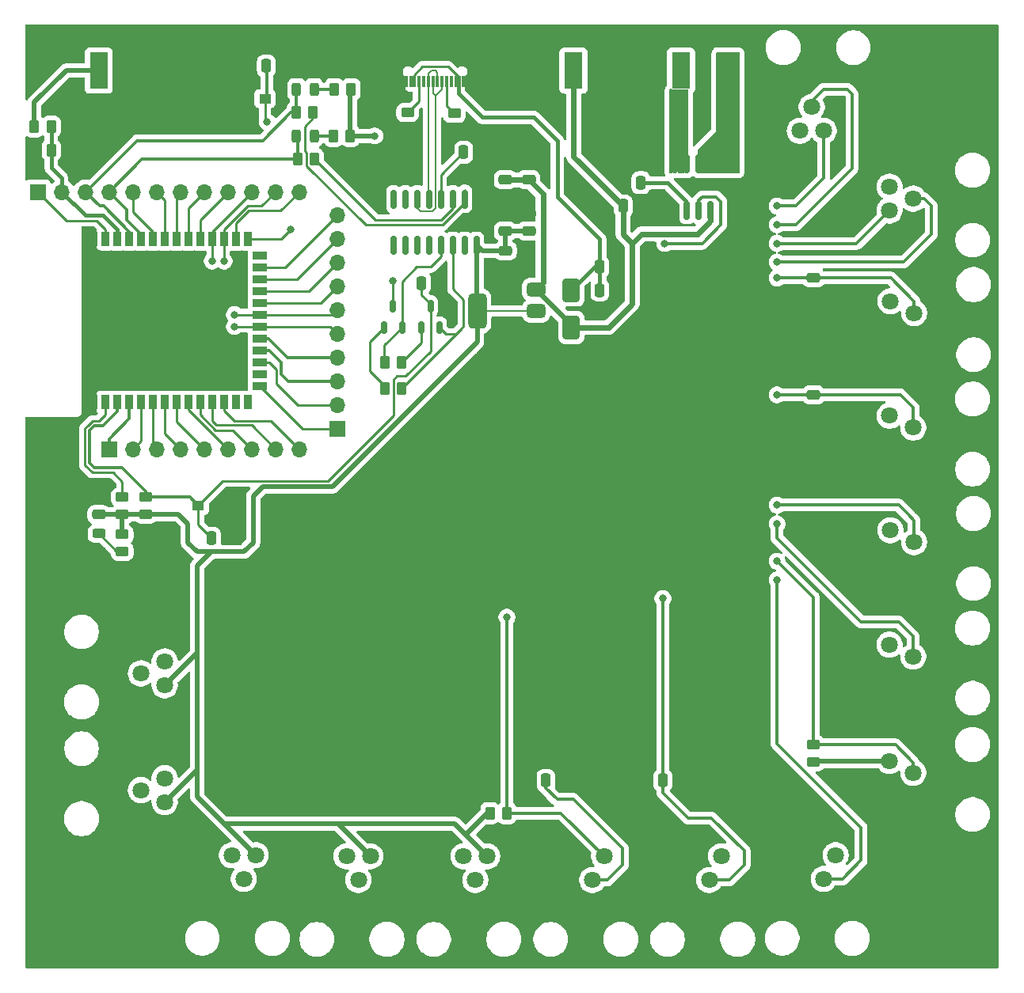
<source format=gbr>
%TF.GenerationSoftware,KiCad,Pcbnew,9.0.2-9.0.2-0~ubuntu24.04.1*%
%TF.CreationDate,2025-07-05T10:39:12-05:00*%
%TF.ProjectId,RECUV01,52454355-5630-4312-9e6b-696361645f70,rev?*%
%TF.SameCoordinates,Original*%
%TF.FileFunction,Copper,L1,Top*%
%TF.FilePolarity,Positive*%
%FSLAX46Y46*%
G04 Gerber Fmt 4.6, Leading zero omitted, Abs format (unit mm)*
G04 Created by KiCad (PCBNEW 9.0.2-9.0.2-0~ubuntu24.04.1) date 2025-07-05 10:39:12*
%MOMM*%
%LPD*%
G01*
G04 APERTURE LIST*
G04 Aperture macros list*
%AMRoundRect*
0 Rectangle with rounded corners*
0 $1 Rounding radius*
0 $2 $3 $4 $5 $6 $7 $8 $9 X,Y pos of 4 corners*
0 Add a 4 corners polygon primitive as box body*
4,1,4,$2,$3,$4,$5,$6,$7,$8,$9,$2,$3,0*
0 Add four circle primitives for the rounded corners*
1,1,$1+$1,$2,$3*
1,1,$1+$1,$4,$5*
1,1,$1+$1,$6,$7*
1,1,$1+$1,$8,$9*
0 Add four rect primitives between the rounded corners*
20,1,$1+$1,$2,$3,$4,$5,0*
20,1,$1+$1,$4,$5,$6,$7,0*
20,1,$1+$1,$6,$7,$8,$9,0*
20,1,$1+$1,$8,$9,$2,$3,0*%
G04 Aperture macros list end*
%TA.AperFunction,SMDPad,CuDef*%
%ADD10RoundRect,0.250000X-0.450000X0.262500X-0.450000X-0.262500X0.450000X-0.262500X0.450000X0.262500X0*%
%TD*%
%TA.AperFunction,ComponentPad*%
%ADD11R,1.700000X1.700000*%
%TD*%
%TA.AperFunction,ComponentPad*%
%ADD12O,1.700000X1.700000*%
%TD*%
%TA.AperFunction,SMDPad,CuDef*%
%ADD13RoundRect,0.250000X-0.262500X-0.450000X0.262500X-0.450000X0.262500X0.450000X-0.262500X0.450000X0*%
%TD*%
%TA.AperFunction,SMDPad,CuDef*%
%ADD14RoundRect,0.250000X0.262500X0.450000X-0.262500X0.450000X-0.262500X-0.450000X0.262500X-0.450000X0*%
%TD*%
%TA.AperFunction,SMDPad,CuDef*%
%ADD15RoundRect,0.250000X0.475000X-0.250000X0.475000X0.250000X-0.475000X0.250000X-0.475000X-0.250000X0*%
%TD*%
%TA.AperFunction,SMDPad,CuDef*%
%ADD16RoundRect,0.250000X-0.250000X-0.475000X0.250000X-0.475000X0.250000X0.475000X-0.250000X0.475000X0*%
%TD*%
%TA.AperFunction,SMDPad,CuDef*%
%ADD17RoundRect,0.150000X-0.150000X0.825000X-0.150000X-0.825000X0.150000X-0.825000X0.150000X0.825000X0*%
%TD*%
%TA.AperFunction,SMDPad,CuDef*%
%ADD18RoundRect,0.243750X-0.243750X-0.456250X0.243750X-0.456250X0.243750X0.456250X-0.243750X0.456250X0*%
%TD*%
%TA.AperFunction,ComponentPad*%
%ADD19RoundRect,0.250000X-0.650000X-0.650000X0.650000X-0.650000X0.650000X0.650000X-0.650000X0.650000X0*%
%TD*%
%TA.AperFunction,ComponentPad*%
%ADD20C,1.800000*%
%TD*%
%TA.AperFunction,SMDPad,CuDef*%
%ADD21RoundRect,0.250000X0.450000X-0.262500X0.450000X0.262500X-0.450000X0.262500X-0.450000X-0.262500X0*%
%TD*%
%TA.AperFunction,SMDPad,CuDef*%
%ADD22RoundRect,0.375000X0.625000X0.375000X-0.625000X0.375000X-0.625000X-0.375000X0.625000X-0.375000X0*%
%TD*%
%TA.AperFunction,SMDPad,CuDef*%
%ADD23RoundRect,0.500000X0.500000X1.400000X-0.500000X1.400000X-0.500000X-1.400000X0.500000X-1.400000X0*%
%TD*%
%TA.AperFunction,ComponentPad*%
%ADD24RoundRect,0.250000X0.650000X-0.650000X0.650000X0.650000X-0.650000X0.650000X-0.650000X-0.650000X0*%
%TD*%
%TA.AperFunction,ComponentPad*%
%ADD25R,1.980000X3.960000*%
%TD*%
%TA.AperFunction,ComponentPad*%
%ADD26O,1.980000X3.960000*%
%TD*%
%TA.AperFunction,SMDPad,CuDef*%
%ADD27RoundRect,0.250000X0.650000X-1.000000X0.650000X1.000000X-0.650000X1.000000X-0.650000X-1.000000X0*%
%TD*%
%TA.AperFunction,SMDPad,CuDef*%
%ADD28R,0.900000X1.500000*%
%TD*%
%TA.AperFunction,SMDPad,CuDef*%
%ADD29R,1.500000X0.900000*%
%TD*%
%TA.AperFunction,SMDPad,CuDef*%
%ADD30R,0.900000X0.900000*%
%TD*%
%TA.AperFunction,SMDPad,CuDef*%
%ADD31R,0.300000X1.150000*%
%TD*%
%TA.AperFunction,HeatsinkPad*%
%ADD32O,1.000000X2.100000*%
%TD*%
%TA.AperFunction,HeatsinkPad*%
%ADD33O,1.000000X1.600000*%
%TD*%
%TA.AperFunction,SMDPad,CuDef*%
%ADD34RoundRect,0.243750X0.456250X-0.243750X0.456250X0.243750X-0.456250X0.243750X-0.456250X-0.243750X0*%
%TD*%
%TA.AperFunction,ComponentPad*%
%ADD35RoundRect,0.250000X-0.650000X0.650000X-0.650000X-0.650000X0.650000X-0.650000X0.650000X0.650000X0*%
%TD*%
%TA.AperFunction,SMDPad,CuDef*%
%ADD36R,1.250000X1.000000*%
%TD*%
%TA.AperFunction,SMDPad,CuDef*%
%ADD37RoundRect,0.250000X-0.475000X0.250000X-0.475000X-0.250000X0.475000X-0.250000X0.475000X0.250000X0*%
%TD*%
%TA.AperFunction,SMDPad,CuDef*%
%ADD38RoundRect,0.250000X0.250000X0.475000X-0.250000X0.475000X-0.250000X-0.475000X0.250000X-0.475000X0*%
%TD*%
%TA.AperFunction,ComponentPad*%
%ADD39RoundRect,0.250000X0.650000X0.650000X-0.650000X0.650000X-0.650000X-0.650000X0.650000X-0.650000X0*%
%TD*%
%TA.AperFunction,SMDPad,CuDef*%
%ADD40RoundRect,0.150000X0.150000X-0.512500X0.150000X0.512500X-0.150000X0.512500X-0.150000X-0.512500X0*%
%TD*%
%TA.AperFunction,ViaPad*%
%ADD41C,0.800000*%
%TD*%
%TA.AperFunction,Conductor*%
%ADD42C,0.250000*%
%TD*%
%TA.AperFunction,Conductor*%
%ADD43C,0.500000*%
%TD*%
%TA.AperFunction,Conductor*%
%ADD44C,0.200000*%
%TD*%
%TA.AperFunction,Conductor*%
%ADD45C,0.400000*%
%TD*%
%TA.AperFunction,Conductor*%
%ADD46C,0.600000*%
%TD*%
%TA.AperFunction,Conductor*%
%ADD47C,0.350000*%
%TD*%
G04 APERTURE END LIST*
D10*
%TO.P,R2,1*%
%TO.N,Net-(J1-CC1)*%
X115840000Y-45037500D03*
%TO.P,R2,2*%
%TO.N,GND*%
X115840000Y-46862500D03*
%TD*%
D11*
%TO.P,J7,1,Pin_1*%
%TO.N,GPIO03*%
X103340000Y-78770000D03*
D12*
%TO.P,J7,2,Pin_2*%
%TO.N,GPIO09*%
X103340000Y-76230000D03*
%TO.P,J7,3,Pin_3*%
%TO.N,GPIO10*%
X103340000Y-73690000D03*
%TO.P,J7,4,Pin_4*%
%TO.N,GPIO11*%
X103340000Y-71150000D03*
%TO.P,J7,5,Pin_5*%
%TO.N,GPIO12*%
X103340000Y-68610000D03*
%TO.P,J7,6,Pin_6*%
%TO.N,GPIO13*%
X103340000Y-66070000D03*
%TO.P,J7,7,Pin_7*%
%TO.N,GPIO14*%
X103340000Y-63530000D03*
%TO.P,J7,8,Pin_8*%
%TO.N,GPIO21*%
X103340000Y-60990000D03*
%TO.P,J7,9,Pin_9*%
%TO.N,GPIO47*%
X103340000Y-58450000D03*
%TO.P,J7,10,Pin_10*%
%TO.N,GPIO48*%
X103340000Y-55910000D03*
%TD*%
D13*
%TO.P,R9,1*%
%TO.N,DTR*%
X108377500Y-71675000D03*
%TO.P,R9,2*%
%TO.N,Net-(Q1-B)*%
X110202500Y-71675000D03*
%TD*%
D14*
%TO.P,R15,1*%
%TO.N,GPIO02*%
X72752500Y-48950000D03*
%TO.P,R15,2*%
%TO.N,GND*%
X70927500Y-48950000D03*
%TD*%
D15*
%TO.P,C7,1*%
%TO.N,3V3*%
X123790000Y-57625000D03*
%TO.P,C7,2*%
%TO.N,GND*%
X123790000Y-55725000D03*
%TD*%
%TO.P,C6,1*%
%TO.N,3V3*%
X121290000Y-57625000D03*
%TO.P,C6,2*%
%TO.N,GND*%
X121290000Y-55725000D03*
%TD*%
D16*
%TO.P,C12,1*%
%TO.N,CHIP_PU*%
X89890000Y-90500000D03*
%TO.P,C12,2*%
%TO.N,GND*%
X91790000Y-90500000D03*
%TD*%
D17*
%TO.P,U4,1,IP+*%
%TO.N,/+P*%
X143245000Y-50450000D03*
%TO.P,U4,2,IP+*%
X141975000Y-50450000D03*
%TO.P,U4,3,IP-*%
%TO.N,/-P*%
X140705000Y-50450000D03*
%TO.P,U4,4,IP-*%
X139435000Y-50450000D03*
%TO.P,U4,5,GND*%
%TO.N,GND*%
X139435000Y-55400000D03*
%TO.P,U4,6,FILTER*%
%TO.N,Net-(U4-FILTER)*%
X140705000Y-55400000D03*
%TO.P,U4,7,VIOUT*%
%TO.N,GPIO01*%
X141975000Y-55400000D03*
%TO.P,U4,8,VCC*%
%TO.N,+5V*%
X143245000Y-55400000D03*
%TD*%
D18*
%TO.P,D1,1,K*%
%TO.N,U0TXD*%
X98965000Y-42450000D03*
%TO.P,D1,2,A*%
%TO.N,Net-(D1-A)*%
X100840000Y-42450000D03*
%TD*%
D19*
%TO.P,BUS_I2C_1_1,1*%
%TO.N,GND*%
X103050000Y-127060000D03*
D20*
%TO.P,BUS_I2C_1_1,2*%
%TO.N,GPIO36*%
X104320000Y-124520000D03*
%TO.P,BUS_I2C_1_1,3*%
%TO.N,GPIO37*%
X105590000Y-127060000D03*
%TO.P,BUS_I2C_1_1,4*%
%TO.N,3V3*%
X106860000Y-124520000D03*
%TD*%
D16*
%TO.P,C2,1*%
%TO.N,VBUS*%
X131390000Y-61450000D03*
%TO.P,C2,2*%
%TO.N,GND*%
X133290000Y-61450000D03*
%TD*%
D21*
%TO.P,R10,1*%
%TO.N,3V3*%
X80340000Y-87912500D03*
%TO.P,R10,2*%
%TO.N,Net-(U3-3V3)*%
X80340000Y-86087500D03*
%TD*%
D22*
%TO.P,U2,1,GND*%
%TO.N,GND*%
X124590000Y-68475000D03*
%TO.P,U2,2,VO*%
%TO.N,3V3*%
X124590000Y-66175000D03*
D23*
X118290000Y-66175000D03*
D22*
%TO.P,U2,3,VI*%
%TO.N,+5V*%
X124590000Y-63875000D03*
%TD*%
D19*
%TO.P,FC28_1,1*%
%TO.N,GND*%
X152800000Y-126950000D03*
D20*
%TO.P,FC28_1,2*%
X154070000Y-124410000D03*
%TO.P,FC28_1,3*%
%TO.N,GPIO07*%
X155340000Y-126950000D03*
%TO.P,FC28_1,4*%
%TO.N,3V3*%
X156610000Y-124410000D03*
%TD*%
D11*
%TO.P,J6,1,Pin_1*%
%TO.N,GPIO04*%
X78940000Y-80950000D03*
D12*
%TO.P,J6,2,Pin_2*%
%TO.N,GPIO05*%
X81480000Y-80950000D03*
%TO.P,J6,3,Pin_3*%
%TO.N,GPIO06*%
X84020000Y-80950000D03*
%TO.P,J6,4,Pin_4*%
%TO.N,GPIO07*%
X86560000Y-80950000D03*
%TO.P,J6,5,Pin_5*%
%TO.N,GPIO15*%
X89100000Y-80950000D03*
%TO.P,J6,6,Pin_6*%
%TO.N,GPIO16*%
X91640000Y-80950000D03*
%TO.P,J6,7,Pin_7*%
%TO.N,GPIO17*%
X94180000Y-80950000D03*
%TO.P,J6,8,Pin_8*%
%TO.N,GPIO18*%
X96720000Y-80950000D03*
%TO.P,J6,9,Pin_9*%
%TO.N,GPIO08*%
X99260000Y-80950000D03*
%TD*%
D24*
%TO.P,PLUVIOMETER_2,1*%
%TO.N,GND*%
X164900000Y-81190000D03*
D20*
%TO.P,PLUVIOMETER_2,2*%
X162360000Y-79920000D03*
%TO.P,PLUVIOMETER_2,3*%
%TO.N,GPIO18*%
X164900000Y-78650000D03*
%TO.P,PLUVIOMETER_2,4*%
%TO.N,3V3*%
X162360000Y-77380000D03*
%TD*%
D25*
%TO.P,J4,1,Pin_1*%
%TO.N,/-P*%
X140075000Y-40450000D03*
D26*
%TO.P,J4,2,Pin_2*%
%TO.N,/+P*%
X145075000Y-40450000D03*
%TD*%
D24*
%TO.P,HX711_1,1*%
%TO.N,GND*%
X164900000Y-56690000D03*
D20*
%TO.P,HX711_1,2*%
%TO.N,GPIO09*%
X162360000Y-55420000D03*
%TO.P,HX711_1,3*%
%TO.N,GPIO03*%
X164900000Y-54150000D03*
%TO.P,HX711_1,4*%
%TO.N,3V3*%
X162360000Y-52880000D03*
%TD*%
D27*
%TO.P,D3,1,K*%
%TO.N,+5V*%
X128340000Y-67950000D03*
%TO.P,D3,2,A*%
%TO.N,VBUS*%
X128340000Y-63950000D03*
%TD*%
D25*
%TO.P,J3,1,Pin_1*%
%TO.N,VBAT*%
X77840000Y-40450000D03*
D26*
%TO.P,J3,2,Pin_2*%
%TO.N,GND*%
X82840000Y-40450000D03*
%TD*%
D28*
%TO.P,U3,1,GND*%
%TO.N,GND*%
X77260000Y-75950000D03*
%TO.P,U3,2,3V3*%
%TO.N,Net-(U3-3V3)*%
X78530000Y-75950000D03*
%TO.P,U3,3,EN*%
%TO.N,CHIP_PU*%
X79800000Y-75950000D03*
%TO.P,U3,4,GPIO4/TOUCH4/ADC1_CH3*%
%TO.N,GPIO04*%
X81070000Y-75950000D03*
%TO.P,U3,5,GPIO5/TOUCH5/ADC1_CH4*%
%TO.N,GPIO05*%
X82340000Y-75950000D03*
%TO.P,U3,6,GPIO6/TOUCH6/ADC1_CH5*%
%TO.N,GPIO06*%
X83610000Y-75950000D03*
%TO.P,U3,7,GPIO7/TOUCH7/ADC1_CH6*%
%TO.N,GPIO07*%
X84880000Y-75950000D03*
%TO.P,U3,8,GPIO15/U0RTS/ADC2_CH4/XTAL_32K_P*%
%TO.N,GPIO15*%
X86150000Y-75950000D03*
%TO.P,U3,9,GPIO16/U0CTS/ADC2_CH5/XTAL_32K_N*%
%TO.N,GPIO16*%
X87420000Y-75950000D03*
%TO.P,U3,10,GPIO17/U1TXD/ADC2_CH6*%
%TO.N,GPIO17*%
X88690000Y-75950000D03*
%TO.P,U3,11,GPIO18/U1RXD/ADC2_CH7/CLK_OUT3*%
%TO.N,GPIO18*%
X89960000Y-75950000D03*
%TO.P,U3,12,GPIO8/TOUCH8/ADC1_CH7/SUBSPICS1*%
%TO.N,GPIO08*%
X91230000Y-75950000D03*
%TO.P,U3,13,GPIO19/U1RTS/ADC2_CH8/CLK_OUT2/USB_D-*%
%TO.N,GPIO19*%
X92500000Y-75950000D03*
%TO.P,U3,14,GPIO20/U1CTS/ADC2_CH9/CLK_OUT1/USB_D+*%
%TO.N,GPIO20*%
X93770000Y-75950000D03*
D29*
%TO.P,U3,15,GPIO3/TOUCH3/ADC1_CH2*%
%TO.N,GPIO03*%
X95020000Y-74185000D03*
%TO.P,U3,16,GPIO46*%
%TO.N,GPIO46*%
X95020000Y-72915000D03*
%TO.P,U3,17,GPIO9/TOUCH9/ADC1_CH8/FSPIHD/SUBSPIHD*%
%TO.N,GPIO09*%
X95020000Y-71645000D03*
%TO.P,U3,18,GPIO10/TOUCH10/ADC1_CH9/FSPICS0/FSPIIO4/SUBSPICS0*%
%TO.N,GPIO10*%
X95020000Y-70375000D03*
%TO.P,U3,19,GPIO11/TOUCH11/ADC2_CH0/FSPID/FSPIIO5/SUBSPID*%
%TO.N,GPIO11*%
X95020000Y-69105000D03*
%TO.P,U3,20,GPIO12/TOUCH12/ADC2_CH1/FSPICLK/FSPIIO6/SUBSPICLK*%
%TO.N,GPIO12*%
X95020000Y-67835000D03*
%TO.P,U3,21,GPIO13/TOUCH13/ADC2_CH2/FSPIQ/FSPIIO7/SUBSPIQ*%
%TO.N,GPIO13*%
X95020000Y-66565000D03*
%TO.P,U3,22,GPIO14/TOUCH14/ADC2_CH3/FSPIWP/FSPIDQS/SUBSPIWP*%
%TO.N,GPIO14*%
X95020000Y-65295000D03*
%TO.P,U3,23,GPIO21*%
%TO.N,GPIO21*%
X95020000Y-64025000D03*
%TO.P,U3,24,GPIO47/SPICLK_P/SUBSPICLK_P_DIFF*%
%TO.N,GPIO47*%
X95020000Y-62755000D03*
%TO.P,U3,25,GPIO48/SPICLK_N/SUBSPICLK_N_DIFF*%
%TO.N,GPIO48*%
X95020000Y-61485000D03*
%TO.P,U3,26,GPIO45*%
%TO.N,GPIO45*%
X95020000Y-60215000D03*
D28*
%TO.P,U3,27,GPIO0/BOOT*%
%TO.N,GPIO00*%
X93770000Y-58450000D03*
%TO.P,U3,28,SPIIO6/GPIO35/FSPID/SUBSPID*%
%TO.N,GPIO35*%
X92500000Y-58450000D03*
%TO.P,U3,29,SPIIO7/GPIO36/FSPICLK/SUBSPICLK*%
%TO.N,GPIO36*%
X91230000Y-58450000D03*
%TO.P,U3,30,SPIDQS/GPIO37/FSPIQ/SUBSPIQ*%
%TO.N,GPIO37*%
X89960000Y-58450000D03*
%TO.P,U3,31,GPIO38/FSPIWP/SUBSPIWP*%
%TO.N,GPIO38*%
X88690000Y-58450000D03*
%TO.P,U3,32,MTCK/GPIO39/CLK_OUT3/SUBSPICS1*%
%TO.N,GPIO39*%
X87420000Y-58450000D03*
%TO.P,U3,33,MTDO/GPIO40/CLK_OUT2*%
%TO.N,GPIO40*%
X86150000Y-58450000D03*
%TO.P,U3,34,MTDI/GPIO41/CLK_OUT1*%
%TO.N,GPIO41*%
X84880000Y-58450000D03*
%TO.P,U3,35,MTMS/GPIO42*%
%TO.N,GPIO42*%
X83610000Y-58450000D03*
%TO.P,U3,36,U0RXD/GPIO44/CLK_OUT2*%
%TO.N,U0RXD*%
X82340000Y-58450000D03*
%TO.P,U3,37,U0TXD/GPIO43/CLK_OUT1*%
%TO.N,U0TXD*%
X81070000Y-58450000D03*
%TO.P,U3,38,GPIO2/TOUCH2/ADC1_CH1*%
%TO.N,GPIO02*%
X79800000Y-58450000D03*
%TO.P,U3,39,GPIO1/TOUCH1/ADC1_CH0*%
%TO.N,GPIO01*%
X78530000Y-58450000D03*
%TO.P,U3,40,GND*%
%TO.N,GND*%
X77260000Y-58450000D03*
D30*
%TO.P,U3,41,GND*%
X83580000Y-70100000D03*
X84980000Y-70100000D03*
X86380000Y-70100000D03*
X86380000Y-70100000D03*
X83580000Y-68700000D03*
X83580000Y-68700000D03*
X84980000Y-68700000D03*
X86380000Y-68700000D03*
X83580000Y-67300000D03*
X84980000Y-67300000D03*
X86380000Y-67300000D03*
%TD*%
D10*
%TO.P,R7,1*%
%TO.N,3V3*%
X80340000Y-90087500D03*
%TO.P,R7,2*%
%TO.N,Net-(D4-A)*%
X80340000Y-91912500D03*
%TD*%
D31*
%TO.P,J1,A1,GND*%
%TO.N,GND*%
X117140000Y-41620000D03*
%TO.P,J1,A4,VBUS*%
%TO.N,VBUS*%
X116340000Y-41620000D03*
%TO.P,J1,A5,CC1*%
%TO.N,Net-(J1-CC1)*%
X115040000Y-41620000D03*
%TO.P,J1,A6,D+*%
%TO.N,UD+*%
X114040000Y-41620000D03*
%TO.P,J1,A7,D-*%
%TO.N,UD-*%
X113540000Y-41620000D03*
%TO.P,J1,A8,SBU1*%
%TO.N,unconnected-(J1-SBU1-PadA8)*%
X112540000Y-41620000D03*
%TO.P,J1,A9,VBUS*%
%TO.N,VBUS*%
X111240000Y-41620000D03*
%TO.P,J1,A12,GND*%
%TO.N,GND*%
X110440000Y-41620000D03*
%TO.P,J1,B1,GND*%
X110740000Y-41620000D03*
%TO.P,J1,B4,VBUS*%
%TO.N,VBUS*%
X111540000Y-41620000D03*
%TO.P,J1,B5,CC2*%
%TO.N,Net-(J1-CC2)*%
X112040000Y-41620000D03*
%TO.P,J1,B6,D+*%
%TO.N,UD+*%
X113040000Y-41620000D03*
%TO.P,J1,B7,D-*%
%TO.N,UD-*%
X114540000Y-41620000D03*
%TO.P,J1,B8,SBU2*%
%TO.N,unconnected-(J1-SBU2-PadB8)*%
X115540000Y-41620000D03*
%TO.P,J1,B9,VBUS*%
%TO.N,VBUS*%
X116040000Y-41620000D03*
%TO.P,J1,B12,GND*%
%TO.N,GND*%
X116840000Y-41620000D03*
D32*
%TO.P,J1,S1,SHIELD*%
X118110000Y-41055000D03*
D33*
X118110000Y-36875000D03*
D32*
X109470000Y-41055000D03*
D33*
X109470000Y-36875000D03*
%TD*%
D24*
%TO.P,DS18B20_1,1*%
%TO.N,GND*%
X164900000Y-118140000D03*
D20*
%TO.P,DS18B20_1,2*%
X162360000Y-116870000D03*
%TO.P,DS18B20_1,3*%
%TO.N,GPIO15*%
X164900000Y-115600000D03*
%TO.P,DS18B20_1,4*%
%TO.N,3V3*%
X162360000Y-114330000D03*
%TD*%
D18*
%TO.P,D2,1,K*%
%TO.N,U0RXD*%
X98965000Y-47450000D03*
%TO.P,D2,2,A*%
%TO.N,Net-(D2-A)*%
X100840000Y-47450000D03*
%TD*%
D34*
%TO.P,D4,1,K*%
%TO.N,GND*%
X77840000Y-91875000D03*
%TO.P,D4,2,A*%
%TO.N,Net-(D4-A)*%
X77840000Y-90000000D03*
%TD*%
D10*
%TO.P,R1,1*%
%TO.N,Net-(J1-CC2)*%
X110840000Y-44950000D03*
%TO.P,R1,2*%
%TO.N,GND*%
X110840000Y-46775000D03*
%TD*%
D14*
%TO.P,R5,1*%
%TO.N,3V3*%
X104815000Y-42450000D03*
%TO.P,R5,2*%
%TO.N,Net-(D1-A)*%
X102990000Y-42450000D03*
%TD*%
D13*
%TO.P,R14,1*%
%TO.N,VBAT*%
X70927500Y-46450000D03*
%TO.P,R14,2*%
%TO.N,GPIO02*%
X72752500Y-46450000D03*
%TD*%
D11*
%TO.P,J5,1,Pin_1*%
%TO.N,GPIO01*%
X71340000Y-53450000D03*
D12*
%TO.P,J5,2,Pin_2*%
%TO.N,GPIO02*%
X73880000Y-53450000D03*
%TO.P,J5,3,Pin_3*%
%TO.N,U0TXD*%
X76420000Y-53450000D03*
%TO.P,J5,4,Pin_4*%
%TO.N,U0RXD*%
X78960000Y-53450000D03*
%TO.P,J5,5,Pin_5*%
%TO.N,GPIO42*%
X81500000Y-53450000D03*
%TO.P,J5,6,Pin_6*%
%TO.N,GPIO41*%
X84040000Y-53450000D03*
%TO.P,J5,7,Pin_7*%
%TO.N,GPIO40*%
X86580000Y-53450000D03*
%TO.P,J5,8,Pin_8*%
%TO.N,GPIO39*%
X89120000Y-53450000D03*
%TO.P,J5,9,Pin_9*%
%TO.N,GPIO38*%
X91660000Y-53450000D03*
%TO.P,J5,10,Pin_10*%
%TO.N,GPIO37*%
X94200000Y-53450000D03*
%TO.P,J5,11,Pin_11*%
%TO.N,GPIO36*%
X96740000Y-53450000D03*
%TO.P,J5,12,Pin_12*%
%TO.N,GPIO35*%
X99280000Y-53450000D03*
%TD*%
D19*
%TO.P,PLUVIOMETER_1,1*%
%TO.N,GND*%
X140550000Y-127060000D03*
D20*
%TO.P,PLUVIOMETER_1,2*%
X141820000Y-124520000D03*
%TO.P,PLUVIOMETER_1,3*%
%TO.N,GPIO06*%
X143090000Y-127060000D03*
%TO.P,PLUVIOMETER_1,4*%
%TO.N,3V3*%
X144360000Y-124520000D03*
%TD*%
D35*
%TO.P,BUS_I2C_1_3,1*%
%TO.N,GND*%
X82340000Y-102410000D03*
D20*
%TO.P,BUS_I2C_1_3,2*%
%TO.N,GPIO36*%
X84880000Y-103680000D03*
%TO.P,BUS_I2C_1_3,3*%
%TO.N,GPIO37*%
X82340000Y-104950000D03*
%TO.P,BUS_I2C_1_3,4*%
%TO.N,3V3*%
X84880000Y-106220000D03*
%TD*%
D36*
%TO.P,SW2,1,1*%
%TO.N,GND*%
X87840000Y-43450000D03*
%TO.P,SW2,2,2*%
%TO.N,GPIO00*%
X95590000Y-43450000D03*
%TD*%
D17*
%TO.P,U1,1,GND*%
%TO.N,GND*%
X118235000Y-54200000D03*
%TO.P,U1,2,TXD*%
%TO.N,Net-(U1-TXD)*%
X116965000Y-54200000D03*
%TO.P,U1,3,RXD*%
%TO.N,Net-(U1-RXD)*%
X115695000Y-54200000D03*
%TO.P,U1,4,V3*%
%TO.N,Net-(U1-V3)*%
X114425000Y-54200000D03*
%TO.P,U1,5,UD+*%
%TO.N,UD+*%
X113155000Y-54200000D03*
%TO.P,U1,6,UD-*%
%TO.N,UD-*%
X111885000Y-54200000D03*
%TO.P,U1,7,NC*%
%TO.N,unconnected-(U1-NC-Pad7)*%
X110615000Y-54200000D03*
%TO.P,U1,8,NC*%
%TO.N,unconnected-(U1-NC-Pad8)*%
X109345000Y-54200000D03*
%TO.P,U1,9,~{CTS}*%
%TO.N,unconnected-(U1-~{CTS}-Pad9)*%
X109345000Y-59150000D03*
%TO.P,U1,10,~{DSR}*%
%TO.N,unconnected-(U1-~{DSR}-Pad10)*%
X110615000Y-59150000D03*
%TO.P,U1,11,~{RI}*%
%TO.N,unconnected-(U1-~{RI}-Pad11)*%
X111885000Y-59150000D03*
%TO.P,U1,12,~{DCD}*%
%TO.N,unconnected-(U1-~{DCD}-Pad12)*%
X113155000Y-59150000D03*
%TO.P,U1,13,~{DTR}*%
%TO.N,DTR*%
X114425000Y-59150000D03*
%TO.P,U1,14,~{RTS}*%
%TO.N,RST*%
X115695000Y-59150000D03*
%TO.P,U1,15,R232*%
%TO.N,unconnected-(U1-R232-Pad15)*%
X116965000Y-59150000D03*
%TO.P,U1,16,VCC*%
%TO.N,3V3*%
X118235000Y-59150000D03*
%TD*%
D25*
%TO.P,J2,1,Pin_1*%
%TO.N,+5V*%
X128575000Y-40450000D03*
D26*
%TO.P,J2,2,Pin_2*%
%TO.N,GND*%
X133575000Y-40450000D03*
%TD*%
D37*
%TO.P,C10,1*%
%TO.N,3V3*%
X121290000Y-59725000D03*
%TO.P,C10,2*%
%TO.N,GND*%
X121290000Y-61625000D03*
%TD*%
D16*
%TO.P,C1,1*%
%TO.N,VBUS*%
X131390000Y-63950000D03*
%TO.P,C1,2*%
%TO.N,GND*%
X133290000Y-63950000D03*
%TD*%
D14*
%TO.P,R6,1*%
%TO.N,3V3*%
X104727500Y-47450000D03*
%TO.P,R6,2*%
%TO.N,Net-(D2-A)*%
X102902500Y-47450000D03*
%TD*%
D37*
%TO.P,C17,1*%
%TO.N,GPIO18*%
X154250000Y-75150000D03*
%TO.P,C17,2*%
%TO.N,GND*%
X154250000Y-77050000D03*
%TD*%
D38*
%TO.P,C15,1*%
%TO.N,Net-(U4-FILTER)*%
X135790000Y-52450000D03*
%TO.P,C15,2*%
%TO.N,GND*%
X133890000Y-52450000D03*
%TD*%
D35*
%TO.P,BUS_I2C_2_2,1*%
%TO.N,GND*%
X82340000Y-114910000D03*
D20*
%TO.P,BUS_I2C_2_2,2*%
%TO.N,GPIO12*%
X84880000Y-116180000D03*
%TO.P,BUS_I2C_2_2,3*%
%TO.N,GPIO13*%
X82340000Y-117450000D03*
%TO.P,BUS_I2C_2_2,4*%
%TO.N,3V3*%
X84880000Y-118720000D03*
%TD*%
D37*
%TO.P,C18,1*%
%TO.N,GPIO08*%
X154250000Y-62650000D03*
%TO.P,C18,2*%
%TO.N,GND*%
X154250000Y-64550000D03*
%TD*%
D16*
%TO.P,C3,1*%
%TO.N,Net-(U1-V3)*%
X116840000Y-49175000D03*
%TO.P,C3,2*%
%TO.N,GND*%
X118740000Y-49175000D03*
%TD*%
%TO.P,C8,1*%
%TO.N,CHIP_PU*%
X112340000Y-63175000D03*
%TO.P,C8,2*%
%TO.N,GND*%
X114240000Y-63175000D03*
%TD*%
D13*
%TO.P,R12,1*%
%TO.N,3V3*%
X119640000Y-119910000D03*
%TO.P,R12,2*%
%TO.N,GPIO05*%
X121465000Y-119910000D03*
%TD*%
D24*
%TO.P,DHT22_1,1*%
%TO.N,GND*%
X165000000Y-93440000D03*
D20*
%TO.P,DHT22_1,2*%
X162460000Y-92170000D03*
%TO.P,DHT22_1,3*%
%TO.N,GPIO17*%
X165000000Y-90900000D03*
%TO.P,DHT22_1,4*%
%TO.N,3V3*%
X162460000Y-89630000D03*
%TD*%
D39*
%TO.P,HX711_2,1*%
%TO.N,GND*%
X156590000Y-44350000D03*
D20*
%TO.P,HX711_2,2*%
%TO.N,GPIO11*%
X155320000Y-46890000D03*
%TO.P,HX711_2,3*%
%TO.N,GPIO10*%
X154050000Y-44350000D03*
%TO.P,HX711_2,4*%
%TO.N,3V3*%
X152780000Y-46890000D03*
%TD*%
D19*
%TO.P,BUS_I2C_1_2,1*%
%TO.N,GND*%
X90800000Y-126950000D03*
D20*
%TO.P,BUS_I2C_1_2,2*%
%TO.N,GPIO36*%
X92070000Y-124410000D03*
%TO.P,BUS_I2C_1_2,3*%
%TO.N,GPIO37*%
X93340000Y-126950000D03*
%TO.P,BUS_I2C_1_2,4*%
%TO.N,3V3*%
X94610000Y-124410000D03*
%TD*%
D40*
%TO.P,Q1,1,B*%
%TO.N,Net-(Q1-B)*%
X112340000Y-67950000D03*
%TO.P,Q1,2,E*%
%TO.N,RST*%
X114240000Y-67950000D03*
%TO.P,Q1,3,C*%
%TO.N,CHIP_PU*%
X113290000Y-65675000D03*
%TD*%
D16*
%TO.P,C14,1*%
%TO.N,GPIO06*%
X138140000Y-116410000D03*
%TO.P,C14,2*%
%TO.N,GND*%
X140040000Y-116410000D03*
%TD*%
D38*
%TO.P,C9,1*%
%TO.N,GPIO00*%
X95740000Y-39950000D03*
%TO.P,C9,2*%
%TO.N,GND*%
X93840000Y-39950000D03*
%TD*%
D40*
%TO.P,Q2,1,B*%
%TO.N,Net-(Q2-B)*%
X108340000Y-67950000D03*
%TO.P,Q2,2,E*%
%TO.N,DTR*%
X110240000Y-67950000D03*
%TO.P,Q2,3,C*%
%TO.N,GPIO00*%
X109290000Y-65675000D03*
%TD*%
D13*
%TO.P,R4,1*%
%TO.N,U0RXD*%
X99077500Y-49950000D03*
%TO.P,R4,2*%
%TO.N,Net-(U1-RXD)*%
X100902500Y-49950000D03*
%TD*%
D21*
%TO.P,R11,1*%
%TO.N,3V3*%
X82840000Y-87912500D03*
%TO.P,R11,2*%
%TO.N,CHIP_PU*%
X82840000Y-86087500D03*
%TD*%
D15*
%TO.P,C4,1*%
%TO.N,+5V*%
X123790000Y-52125000D03*
%TO.P,C4,2*%
%TO.N,GND*%
X123790000Y-50225000D03*
%TD*%
%TO.P,C11,1*%
%TO.N,3V3*%
X77840000Y-87950000D03*
%TO.P,C11,2*%
%TO.N,GND*%
X77840000Y-86050000D03*
%TD*%
D19*
%TO.P,W_SPEED_1/W_DIR_1,1*%
%TO.N,GND*%
X128050000Y-127060000D03*
D20*
%TO.P,W_SPEED_1/W_DIR_1,2*%
X129320000Y-124520000D03*
%TO.P,W_SPEED_1/W_DIR_1,3*%
%TO.N,GPIO04*%
X130590000Y-127060000D03*
%TO.P,W_SPEED_1/W_DIR_1,4*%
%TO.N,GPIO05*%
X131860000Y-124520000D03*
%TD*%
D19*
%TO.P,BUS_I2C_2_1,1*%
%TO.N,GND*%
X115550000Y-127060000D03*
D20*
%TO.P,BUS_I2C_2_1,2*%
%TO.N,GPIO12*%
X116820000Y-124520000D03*
%TO.P,BUS_I2C_2_1,3*%
%TO.N,GPIO13*%
X118090000Y-127060000D03*
%TO.P,BUS_I2C_2_1,4*%
%TO.N,3V3*%
X119360000Y-124520000D03*
%TD*%
D24*
%TO.P,DAVIS6450_1,1*%
%TO.N,GND*%
X164900000Y-105690000D03*
D20*
%TO.P,DAVIS6450_1,2*%
X162360000Y-104420000D03*
%TO.P,DAVIS6450_1,3*%
%TO.N,GPIO16*%
X164900000Y-103150000D03*
%TO.P,DAVIS6450_1,4*%
%TO.N,3V3*%
X162360000Y-101880000D03*
%TD*%
D24*
%TO.P,PLUVIOMETER_3,1*%
%TO.N,GND*%
X165000000Y-68940000D03*
D20*
%TO.P,PLUVIOMETER_3,2*%
X162460000Y-67670000D03*
%TO.P,PLUVIOMETER_3,3*%
%TO.N,GPIO08*%
X165000000Y-66400000D03*
%TO.P,PLUVIOMETER_3,4*%
%TO.N,3V3*%
X162460000Y-65130000D03*
%TD*%
D14*
%TO.P,R8,1*%
%TO.N,RST*%
X110202500Y-74450000D03*
%TO.P,R8,2*%
%TO.N,Net-(Q2-B)*%
X108377500Y-74450000D03*
%TD*%
D38*
%TO.P,C16,1*%
%TO.N,GND*%
X135790000Y-54950000D03*
%TO.P,C16,2*%
%TO.N,+5V*%
X133890000Y-54950000D03*
%TD*%
D36*
%TO.P,SW1,1,1*%
%TO.N,GND*%
X96215000Y-87000000D03*
%TO.P,SW1,2,2*%
%TO.N,CHIP_PU*%
X88465000Y-87000000D03*
%TD*%
D16*
%TO.P,C13,1*%
%TO.N,GPIO04*%
X125640000Y-116410000D03*
%TO.P,C13,2*%
%TO.N,GND*%
X127540000Y-116410000D03*
%TD*%
D14*
%TO.P,R3,1*%
%TO.N,Net-(U1-TXD)*%
X100752500Y-44950000D03*
%TO.P,R3,2*%
%TO.N,U0TXD*%
X98927500Y-44950000D03*
%TD*%
D15*
%TO.P,C5,1*%
%TO.N,+5V*%
X121290000Y-52125000D03*
%TO.P,C5,2*%
%TO.N,GND*%
X121290000Y-50225000D03*
%TD*%
D21*
%TO.P,R13,1*%
%TO.N,3V3*%
X154250000Y-114425000D03*
%TO.P,R13,2*%
%TO.N,GPIO15*%
X154250000Y-112600000D03*
%TD*%
D41*
%TO.N,GPIO36*%
X91230000Y-60840000D03*
%TO.N,GPIO37*%
X89960000Y-60830000D03*
%TO.N,GND*%
X91340000Y-86950000D03*
X123340000Y-60950000D03*
X115500000Y-66000000D03*
X130340000Y-54450000D03*
X71000000Y-50500000D03*
X118340000Y-51450000D03*
%TO.N,3V3*%
X107340000Y-47450000D03*
%TO.N,GPIO12*%
X92340000Y-67835000D03*
%TO.N,GPIO13*%
X92340000Y-66565000D03*
%TO.N,GPIO06*%
X138140000Y-96950000D03*
%TO.N,GPIO18*%
X150340000Y-75150000D03*
%TO.N,GPIO08*%
X150340000Y-62650000D03*
%TO.N,GPIO16*%
X150340000Y-88950000D03*
%TO.N,GPIO17*%
X150340000Y-86950000D03*
%TO.N,GPIO15*%
X150340000Y-92950000D03*
%TO.N,GPIO07*%
X150340000Y-94950000D03*
%TO.N,GPIO03*%
X150340000Y-60950000D03*
%TO.N,GPIO09*%
X150340000Y-58950000D03*
%TO.N,GPIO10*%
X150340000Y-56950000D03*
%TO.N,GPIO11*%
X150340000Y-54950000D03*
%TO.N,GPIO05*%
X121465000Y-98950000D03*
%TO.N,GPIO01*%
X138340000Y-58950000D03*
%TO.N,GPIO00*%
X95840000Y-45950000D03*
X109290000Y-62950000D03*
X98340000Y-57450000D03*
%TD*%
D42*
%TO.N,GPIO36*%
X95240000Y-54950000D02*
X96740000Y-53450000D01*
X91230000Y-57450000D02*
X93730000Y-54950000D01*
X91230000Y-58450000D02*
X91230000Y-60840000D01*
X91230000Y-58450000D02*
X91230000Y-57450000D01*
X93730000Y-54950000D02*
X95240000Y-54950000D01*
%TO.N,GPIO37*%
X89960000Y-57690000D02*
X94200000Y-53450000D01*
X89960000Y-58450000D02*
X89960000Y-60830000D01*
X89960000Y-58450000D02*
X89960000Y-57690000D01*
D43*
%TO.N,3V3*%
X95340000Y-84950000D02*
X102840000Y-84950000D01*
X118810000Y-59725000D02*
X118235000Y-59150000D01*
X121290000Y-57625000D02*
X121290000Y-59725000D01*
X94340000Y-85950000D02*
X95340000Y-84950000D01*
X88340000Y-91950000D02*
X89840000Y-91950000D01*
X84880000Y-106220000D02*
X88340000Y-102760000D01*
X80340000Y-87912500D02*
X82840000Y-87912500D01*
X88340000Y-102760000D02*
X88340000Y-115260000D01*
X93340000Y-91950000D02*
X94340000Y-90950000D01*
D44*
X80302500Y-87950000D02*
X80340000Y-87912500D01*
D43*
X102840000Y-84950000D02*
X118290000Y-69500000D01*
X162360000Y-114330000D02*
X154345000Y-114330000D01*
X104727500Y-47450000D02*
X104727500Y-42537500D01*
X94340000Y-90950000D02*
X94340000Y-85950000D01*
X118235000Y-59150000D02*
X118235000Y-66120000D01*
X118290000Y-69500000D02*
X118290000Y-66175000D01*
X154345000Y-114330000D02*
X154250000Y-114425000D01*
X82840000Y-87912500D02*
X86302500Y-87912500D01*
X107340000Y-47450000D02*
X104727500Y-47450000D01*
X123790000Y-57625000D02*
X121290000Y-57625000D01*
X80340000Y-87912500D02*
X80340000Y-90087500D01*
X88340000Y-115260000D02*
X84880000Y-118720000D01*
X91245000Y-121045000D02*
X103385000Y-121045000D01*
X119380000Y-119910000D02*
X119640000Y-119910000D01*
X88340000Y-118140000D02*
X91245000Y-121045000D01*
X88340000Y-102760000D02*
X88340000Y-93450000D01*
X103385000Y-121045000D02*
X115885000Y-121045000D01*
X117065000Y-122225000D02*
X119380000Y-119910000D01*
X87340000Y-88950000D02*
X87340000Y-90950000D01*
X117065000Y-122225000D02*
X119360000Y-124520000D01*
X88340000Y-115260000D02*
X88340000Y-118140000D01*
X115885000Y-121045000D02*
X117065000Y-122225000D01*
X104727500Y-42537500D02*
X104815000Y-42450000D01*
X89840000Y-91950000D02*
X93340000Y-91950000D01*
X86302500Y-87912500D02*
X87340000Y-88950000D01*
X103385000Y-121045000D02*
X106860000Y-124520000D01*
X77840000Y-87950000D02*
X80302500Y-87950000D01*
X121290000Y-59725000D02*
X118810000Y-59725000D01*
X91245000Y-121045000D02*
X94610000Y-124410000D01*
X88340000Y-93450000D02*
X89840000Y-91950000D01*
D44*
X124590000Y-66175000D02*
X118290000Y-66175000D01*
D43*
X87340000Y-90950000D02*
X88340000Y-91950000D01*
D42*
%TO.N,GPIO12*%
X92340000Y-67835000D02*
X95020000Y-67835000D01*
X102565000Y-67835000D02*
X95020000Y-67835000D01*
X103340000Y-68610000D02*
X102565000Y-67835000D01*
%TO.N,GPIO13*%
X102845000Y-66565000D02*
X103340000Y-66070000D01*
X92340000Y-66565000D02*
X95020000Y-66565000D01*
X95020000Y-66565000D02*
X102845000Y-66565000D01*
D45*
%TO.N,VBUS*%
X118840000Y-45450000D02*
X116290000Y-42900000D01*
X126840000Y-53950000D02*
X126840000Y-47950000D01*
D42*
X116340000Y-41204949D02*
X116340000Y-41620000D01*
D45*
X130840000Y-61450000D02*
X128340000Y-63950000D01*
X124340000Y-45450000D02*
X118840000Y-45450000D01*
D42*
X111540000Y-40904949D02*
X112419949Y-40025000D01*
D45*
X131390000Y-61450000D02*
X130840000Y-61450000D01*
X116290000Y-42900000D02*
X116290000Y-41620000D01*
D42*
X111540000Y-41620000D02*
X111540000Y-40904949D01*
X112419949Y-40025000D02*
X115160051Y-40025000D01*
D45*
X126840000Y-47950000D02*
X124340000Y-45450000D01*
X131390000Y-63950000D02*
X131390000Y-61450000D01*
X131390000Y-61450000D02*
X131390000Y-58500000D01*
D42*
X115160051Y-40025000D02*
X116340000Y-41204949D01*
D45*
X131390000Y-58500000D02*
X126840000Y-53950000D01*
D42*
%TO.N,Net-(U1-V3)*%
X114425000Y-51590000D02*
X116840000Y-49175000D01*
X114425000Y-54200000D02*
X114425000Y-51590000D01*
D46*
%TO.N,+5V*%
X123790000Y-52125000D02*
X121290000Y-52125000D01*
X128575000Y-48950000D02*
X128575000Y-40450000D01*
X134840000Y-58950000D02*
X135840000Y-57950000D01*
D45*
X124590000Y-63875000D02*
X125340000Y-63125000D01*
D46*
X128575000Y-49635000D02*
X128575000Y-48950000D01*
X134840000Y-65450000D02*
X132340000Y-67950000D01*
D45*
X128340000Y-67950000D02*
X128340000Y-67625000D01*
D46*
X125340000Y-63125000D02*
X125340000Y-53675000D01*
X132340000Y-67950000D02*
X128340000Y-67950000D01*
X134840000Y-58950000D02*
X134840000Y-65450000D01*
X133890000Y-58000000D02*
X134840000Y-58950000D01*
X133890000Y-54950000D02*
X133890000Y-58000000D01*
X141840000Y-57950000D02*
X143245000Y-56545000D01*
X135840000Y-57950000D02*
X141840000Y-57950000D01*
X143245000Y-56545000D02*
X143245000Y-55400000D01*
X125340000Y-53675000D02*
X123790000Y-52125000D01*
X133890000Y-54950000D02*
X128575000Y-49635000D01*
X128340000Y-67625000D02*
X124590000Y-63875000D01*
D47*
%TO.N,CHIP_PU*%
X82840000Y-85450000D02*
X82840000Y-86087500D01*
X77340000Y-78450000D02*
X76840000Y-78950000D01*
D42*
X110640000Y-73150000D02*
X109694900Y-73150000D01*
D47*
X78250000Y-78450000D02*
X77340000Y-78450000D01*
X79800000Y-75950000D02*
X79800000Y-76900000D01*
D42*
X88465000Y-89075000D02*
X89890000Y-90500000D01*
X113290000Y-65400000D02*
X112340000Y-64450000D01*
X88465000Y-87000000D02*
X88465000Y-89075000D01*
X102340000Y-84375000D02*
X91090000Y-84375000D01*
X112340000Y-64450000D02*
X112340000Y-63175000D01*
D47*
X79800000Y-76900000D02*
X78250000Y-78450000D01*
D42*
X113290000Y-70500000D02*
X110640000Y-73150000D01*
X91090000Y-84375000D02*
X88465000Y-87000000D01*
X113290000Y-65675000D02*
X113290000Y-65400000D01*
D47*
X77340000Y-82950000D02*
X80340000Y-82950000D01*
X87552500Y-86087500D02*
X88465000Y-87000000D01*
X76840000Y-78950000D02*
X76840000Y-82450000D01*
D42*
X113290000Y-65675000D02*
X113290000Y-70500000D01*
D47*
X82840000Y-86087500D02*
X87552500Y-86087500D01*
X80340000Y-82950000D02*
X82840000Y-85450000D01*
D42*
X109694900Y-73150000D02*
X109340000Y-73504900D01*
X109340000Y-73504900D02*
X109340000Y-77375000D01*
X109340000Y-77375000D02*
X102340000Y-84375000D01*
D47*
X76840000Y-82450000D02*
X77340000Y-82950000D01*
%TO.N,GPIO04*%
X133840000Y-125450000D02*
X133840000Y-123700000D01*
X132230000Y-127060000D02*
X133840000Y-125450000D01*
X78940000Y-79850000D02*
X81070000Y-77720000D01*
X78940000Y-80950000D02*
X78940000Y-79850000D01*
X125640000Y-117250000D02*
X125640000Y-116410000D01*
X133840000Y-123700000D02*
X128590000Y-118450000D01*
X81070000Y-77720000D02*
X81070000Y-75950000D01*
X126840000Y-118450000D02*
X125640000Y-117250000D01*
X130590000Y-127060000D02*
X132230000Y-127060000D01*
X128590000Y-118450000D02*
X126840000Y-118450000D01*
%TO.N,GPIO06*%
X146840000Y-123950000D02*
X143340000Y-120450000D01*
X143090000Y-127060000D02*
X145230000Y-127060000D01*
X146840000Y-125450000D02*
X146840000Y-123950000D01*
D42*
X83610000Y-75950000D02*
X83610000Y-80540000D01*
D47*
X143340000Y-120450000D02*
X140840000Y-120450000D01*
X138140000Y-117750000D02*
X138140000Y-116410000D01*
D42*
X83610000Y-80540000D02*
X84020000Y-80950000D01*
D47*
X138140000Y-96950000D02*
X138140000Y-116410000D01*
X145230000Y-127060000D02*
X146840000Y-125450000D01*
X140840000Y-120450000D02*
X138140000Y-117750000D01*
D45*
%TO.N,Net-(U4-FILTER)*%
X140610000Y-54425001D02*
X138634999Y-52450000D01*
D42*
X140705000Y-54520001D02*
X140610000Y-54425001D01*
D45*
X138634999Y-52450000D02*
X135790000Y-52450000D01*
D42*
X140705000Y-55305000D02*
X140705000Y-54520001D01*
X140610000Y-55400000D02*
X140705000Y-55305000D01*
%TO.N,GPIO18*%
X94151802Y-78381802D02*
X90408198Y-78381802D01*
X96720000Y-80950000D02*
X94151802Y-78381802D01*
X89960000Y-77933604D02*
X89960000Y-75950000D01*
X90408198Y-78381802D02*
X89960000Y-77933604D01*
D47*
X163540000Y-75150000D02*
X154250000Y-75150000D01*
X164900000Y-78650000D02*
X164900000Y-76510000D01*
X150340000Y-75150000D02*
X154250000Y-75150000D01*
X164900000Y-76510000D02*
X163540000Y-75150000D01*
%TO.N,GPIO08*%
X165000000Y-65127208D02*
X162522792Y-62650000D01*
D42*
X92340000Y-77931802D02*
X91230000Y-76821802D01*
D47*
X150340000Y-62650000D02*
X154250000Y-62650000D01*
D42*
X96241802Y-77931802D02*
X92340000Y-77931802D01*
D47*
X162522792Y-62650000D02*
X154250000Y-62650000D01*
D42*
X91230000Y-76821802D02*
X91230000Y-75950000D01*
D47*
X165000000Y-66400000D02*
X165000000Y-65127208D01*
D42*
X99260000Y-80950000D02*
X96241802Y-77931802D01*
D47*
%TO.N,Net-(D1-A)*%
X102990000Y-42450000D02*
X100840000Y-42450000D01*
%TO.N,Net-(D2-A)*%
X102902500Y-47450000D02*
X100840000Y-47450000D01*
D42*
%TO.N,Net-(D4-A)*%
X79752500Y-91912500D02*
X77840000Y-90000000D01*
D44*
X80340000Y-91912500D02*
X79752500Y-91912500D01*
D47*
%TO.N,GPIO16*%
X150340000Y-88950000D02*
X150340000Y-90450000D01*
X150340000Y-90450000D02*
X159340000Y-99450000D01*
D42*
X91640000Y-80950000D02*
X87420000Y-76730000D01*
X87420000Y-76730000D02*
X87420000Y-75950000D01*
D47*
X163340000Y-99450000D02*
X164900000Y-101010000D01*
X159340000Y-99450000D02*
X163340000Y-99450000D01*
X164900000Y-101010000D02*
X164900000Y-103150000D01*
%TO.N,GPIO17*%
X163340000Y-86950000D02*
X150340000Y-86950000D01*
D42*
X90340000Y-78950000D02*
X88690000Y-77300000D01*
X94180000Y-80950000D02*
X92180000Y-78950000D01*
D47*
X164340000Y-87950000D02*
X163340000Y-86950000D01*
D42*
X92180000Y-78950000D02*
X90340000Y-78950000D01*
X88690000Y-77300000D02*
X88690000Y-75950000D01*
D47*
X165000000Y-88610000D02*
X164340000Y-87950000D01*
X165000000Y-90900000D02*
X165000000Y-88610000D01*
%TO.N,GPIO15*%
X164900000Y-115600000D02*
X164900000Y-114510000D01*
D42*
X89100000Y-80950000D02*
X86150000Y-78000000D01*
D47*
X164900000Y-114510000D02*
X162990000Y-112600000D01*
X162990000Y-112600000D02*
X154250000Y-112600000D01*
D42*
X86150000Y-78000000D02*
X86150000Y-75950000D01*
D47*
X150340000Y-92950000D02*
X154250000Y-96860000D01*
X154250000Y-96860000D02*
X154250000Y-112600000D01*
%TO.N,GPIO07*%
X150340000Y-94950000D02*
X150340000Y-112450000D01*
D42*
X86560000Y-80950000D02*
X84880000Y-79270000D01*
D47*
X159340000Y-121450000D02*
X159340000Y-124950000D01*
X150340000Y-112450000D02*
X159340000Y-121450000D01*
D42*
X84880000Y-79270000D02*
X84880000Y-75950000D01*
D47*
X157340000Y-126950000D02*
X155340000Y-126950000D01*
X159340000Y-124950000D02*
X157340000Y-126950000D01*
%TO.N,GPIO03*%
X150340000Y-60950000D02*
X163840000Y-60950000D01*
X163840000Y-60950000D02*
X166840000Y-57950000D01*
D42*
X99605000Y-78770000D02*
X95020000Y-74185000D01*
D47*
X166040000Y-54150000D02*
X164900000Y-54150000D01*
D42*
X100340000Y-78770000D02*
X99605000Y-78770000D01*
X103340000Y-78770000D02*
X100340000Y-78770000D01*
D47*
X166840000Y-57950000D02*
X166840000Y-54950000D01*
X166840000Y-54950000D02*
X166040000Y-54150000D01*
D42*
%TO.N,GPIO09*%
X96020000Y-71645000D02*
X95020000Y-71645000D01*
D47*
X158830000Y-58950000D02*
X162360000Y-55420000D01*
D42*
X99120000Y-76230000D02*
X96840000Y-73950000D01*
X96840000Y-72465000D02*
X96020000Y-71645000D01*
D47*
X150340000Y-58950000D02*
X158830000Y-58950000D01*
D42*
X100340000Y-76230000D02*
X99120000Y-76230000D01*
X103340000Y-76230000D02*
X100340000Y-76230000D01*
X96840000Y-73950000D02*
X96840000Y-72465000D01*
D47*
%TO.N,GPIO10*%
X98080000Y-73690000D02*
X97340000Y-72950000D01*
X158340000Y-50950000D02*
X158340000Y-42950000D01*
X97340000Y-71695000D02*
X96020000Y-70375000D01*
X155340000Y-42450000D02*
X154050000Y-43740000D01*
X96020000Y-70375000D02*
X95020000Y-70375000D01*
X100340000Y-73690000D02*
X98080000Y-73690000D01*
X154050000Y-43740000D02*
X154050000Y-44350000D01*
X158340000Y-42950000D02*
X157840000Y-42450000D01*
X152340000Y-56950000D02*
X158340000Y-50950000D01*
X157840000Y-42450000D02*
X155340000Y-42450000D01*
X97340000Y-72950000D02*
X97340000Y-71695000D01*
X103340000Y-73690000D02*
X100340000Y-73690000D01*
X150340000Y-56950000D02*
X152340000Y-56950000D01*
%TO.N,GPIO11*%
X152340000Y-54950000D02*
X155320000Y-51970000D01*
X103340000Y-71150000D02*
X100340000Y-71150000D01*
X150340000Y-54950000D02*
X152340000Y-54950000D01*
X100340000Y-71150000D02*
X98040000Y-71150000D01*
X95995000Y-69105000D02*
X95020000Y-69105000D01*
X155320000Y-51970000D02*
X155320000Y-46890000D01*
X98040000Y-71150000D02*
X95995000Y-69105000D01*
D44*
%TO.N,UD+*%
X113385000Y-40450000D02*
X113840000Y-40450000D01*
X113840000Y-40450000D02*
X114040000Y-40650000D01*
X114040000Y-40650000D02*
X114040000Y-41620000D01*
X113155000Y-54200000D02*
X113040000Y-54085000D01*
X113040000Y-40795000D02*
X113385000Y-40450000D01*
X113040000Y-41620000D02*
X113040000Y-40795000D01*
X113040000Y-54085000D02*
X113040000Y-41620000D01*
%TO.N,UD-*%
X113825000Y-43160000D02*
X113540000Y-42875000D01*
X111885000Y-54200000D02*
X111885000Y-55174999D01*
X113495552Y-55475000D02*
X113825000Y-55145552D01*
X111885000Y-55174999D02*
X112185001Y-55475000D01*
X114540000Y-42445000D02*
X114540000Y-41620000D01*
X113825000Y-43160000D02*
X114540000Y-42445000D01*
X112185001Y-55475000D02*
X113495552Y-55475000D01*
X113540000Y-42875000D02*
X113540000Y-41620000D01*
X113825000Y-55145552D02*
X113825000Y-43160000D01*
D42*
%TO.N,Net-(J1-CC2)*%
X112040000Y-43750000D02*
X112040000Y-41620000D01*
X110840000Y-44950000D02*
X112040000Y-43750000D01*
%TO.N,Net-(J1-CC1)*%
X115040000Y-44237500D02*
X115040000Y-41620000D01*
X115840000Y-45037500D02*
X115040000Y-44237500D01*
D43*
%TO.N,VBAT*%
X74340000Y-40450000D02*
X70927500Y-43862500D01*
X77840000Y-40450000D02*
X74340000Y-40450000D01*
X70927500Y-43862500D02*
X70927500Y-46450000D01*
D42*
%TO.N,Net-(Q1-B)*%
X112340000Y-69537500D02*
X110202500Y-71675000D01*
X112340000Y-67950000D02*
X112340000Y-69537500D01*
%TO.N,RST*%
X114921250Y-68631250D02*
X114240000Y-67950000D01*
X116021250Y-68631250D02*
X114921250Y-68631250D01*
X115695000Y-63805000D02*
X116840000Y-64950000D01*
X116840000Y-64950000D02*
X116840000Y-67812500D01*
X116521250Y-68131250D02*
X110202500Y-74450000D01*
X116521250Y-68131250D02*
X116021250Y-68631250D01*
X115695000Y-59150000D02*
X115695000Y-63805000D01*
X116840000Y-67812500D02*
X116521250Y-68131250D01*
%TO.N,Net-(Q2-B)*%
X106840000Y-69450000D02*
X108340000Y-67950000D01*
X106840000Y-72637500D02*
X106840000Y-69450000D01*
X108377500Y-74175000D02*
X106840000Y-72637500D01*
%TO.N,DTR*%
X110240000Y-63050000D02*
X110240000Y-67950000D01*
X108340000Y-71637500D02*
X108340000Y-69850000D01*
X108377500Y-71675000D02*
X108340000Y-71637500D01*
X111840000Y-61450000D02*
X110240000Y-63050000D01*
X108340000Y-69850000D02*
X110240000Y-67950000D01*
X113340000Y-61450000D02*
X111840000Y-61450000D01*
X114425000Y-60365000D02*
X113340000Y-61450000D01*
X114425000Y-59150000D02*
X114425000Y-60365000D01*
%TO.N,Net-(U1-TXD)*%
X114595908Y-56950000D02*
X116965000Y-54580908D01*
X116965000Y-54200000D02*
X116965000Y-53225001D01*
X100752500Y-44950000D02*
X100752500Y-45537500D01*
X99840000Y-49029900D02*
X100065000Y-49254900D01*
X116965000Y-54580908D02*
X116965000Y-54200000D01*
X100065000Y-50645100D02*
X106369900Y-56950000D01*
X99840000Y-46450000D02*
X99840000Y-49029900D01*
X100752500Y-45537500D02*
X99840000Y-46450000D01*
X106369900Y-56950000D02*
X114595908Y-56950000D01*
X100065000Y-49254900D02*
X100065000Y-50645100D01*
%TO.N,Net-(U1-RXD)*%
X107402500Y-56450000D02*
X100902500Y-49950000D01*
X115695000Y-55174999D02*
X114419999Y-56450000D01*
X114419999Y-56450000D02*
X107402500Y-56450000D01*
X115695000Y-54200000D02*
X115695000Y-55174999D01*
%TO.N,Net-(U3-3V3)*%
X78530000Y-77260000D02*
X77840000Y-77950000D01*
X76632893Y-78450000D02*
X76340000Y-78742893D01*
X77840000Y-77950000D02*
X77132894Y-77950000D01*
X76340000Y-82657107D02*
X77132893Y-83450000D01*
X78530000Y-75950000D02*
X78530000Y-77260000D01*
X79340000Y-83450000D02*
X80340000Y-84450000D01*
X80340000Y-84450000D02*
X80340000Y-86087500D01*
X76340000Y-78742893D02*
X76340000Y-82657107D01*
X77132893Y-83450000D02*
X79340000Y-83450000D01*
X77132894Y-77950000D02*
X76632893Y-78450000D01*
D47*
%TO.N,GPIO05*%
X127250000Y-119910000D02*
X121465000Y-119910000D01*
D42*
X82340000Y-80090000D02*
X82340000Y-75950000D01*
X81480000Y-80950000D02*
X82340000Y-80090000D01*
D47*
X131860000Y-124520000D02*
X127250000Y-119910000D01*
X121465000Y-98950000D02*
X121465000Y-119910000D01*
D45*
%TO.N,GPIO02*%
X72752500Y-50862500D02*
X72752500Y-48950000D01*
X79800000Y-58450000D02*
X79800000Y-57450000D01*
X73880000Y-53450000D02*
X73880000Y-51990000D01*
X72752500Y-48950000D02*
X72752500Y-46450000D01*
X79800000Y-57450000D02*
X78300000Y-55950000D01*
X78300000Y-55950000D02*
X76380000Y-55950000D01*
X76380000Y-55950000D02*
X73880000Y-53450000D01*
X73880000Y-51990000D02*
X72752500Y-50862500D01*
D42*
%TO.N,GPIO38*%
X88690000Y-56420000D02*
X88690000Y-58450000D01*
X91660000Y-53450000D02*
X88690000Y-56420000D01*
%TO.N,GPIO41*%
X84880000Y-54290000D02*
X84040000Y-53450000D01*
X84880000Y-58450000D02*
X84880000Y-54290000D01*
D47*
%TO.N,U0TXD*%
X95340000Y-47950000D02*
X81920000Y-47950000D01*
X98340000Y-44950000D02*
X95340000Y-47950000D01*
X81920000Y-47950000D02*
X76420000Y-53450000D01*
X98927500Y-42487500D02*
X98965000Y-42450000D01*
D42*
X81070000Y-58450000D02*
X81070000Y-57680000D01*
D47*
X98927500Y-44950000D02*
X98340000Y-44950000D01*
X78340000Y-54950000D02*
X77920000Y-54950000D01*
X98927500Y-44950000D02*
X98927500Y-42487500D01*
X77920000Y-54950000D02*
X76420000Y-53450000D01*
X81070000Y-57680000D02*
X78340000Y-54950000D01*
D42*
%TO.N,GPIO40*%
X86150000Y-53880000D02*
X86580000Y-53450000D01*
X86150000Y-58450000D02*
X86150000Y-53880000D01*
%TO.N,GPIO39*%
X89120000Y-53450000D02*
X87420000Y-55150000D01*
X87420000Y-55150000D02*
X87420000Y-58450000D01*
%TO.N,GPIO42*%
X81500000Y-55610000D02*
X83610000Y-57720000D01*
X83610000Y-57720000D02*
X83610000Y-58450000D01*
X81500000Y-53450000D02*
X81500000Y-55610000D01*
%TO.N,GPIO21*%
X100305000Y-64025000D02*
X95020000Y-64025000D01*
X103340000Y-60990000D02*
X100305000Y-64025000D01*
%TO.N,GPIO48*%
X97765000Y-61485000D02*
X95020000Y-61485000D01*
X103340000Y-55910000D02*
X97765000Y-61485000D01*
%TO.N,U0RXD*%
X82340000Y-58450000D02*
X82340000Y-57950000D01*
D47*
X99077500Y-47562500D02*
X98965000Y-47450000D01*
X80840000Y-55330000D02*
X78960000Y-53450000D01*
X82340000Y-57950000D02*
X80840000Y-56450000D01*
X99077500Y-49950000D02*
X99077500Y-47562500D01*
X99077500Y-49950000D02*
X82460000Y-49950000D01*
X82460000Y-49950000D02*
X78960000Y-53450000D01*
X80840000Y-56450000D02*
X80840000Y-55330000D01*
D42*
%TO.N,GPIO35*%
X97266802Y-55463198D02*
X93853198Y-55463198D01*
X99280000Y-53450000D02*
X97266802Y-55463198D01*
X93853198Y-55463198D02*
X92500000Y-56816396D01*
X92500000Y-56816396D02*
X92500000Y-58450000D01*
%TO.N,GPIO47*%
X99035000Y-62755000D02*
X95020000Y-62755000D01*
X103340000Y-58450000D02*
X99035000Y-62755000D01*
%TO.N,GPIO14*%
X95020000Y-65295000D02*
X101575000Y-65295000D01*
X101575000Y-65295000D02*
X103340000Y-63530000D01*
D47*
%TO.N,GPIO01*%
X142340000Y-58950000D02*
X138340000Y-58950000D01*
X142340000Y-53950000D02*
X143840000Y-53950000D01*
X143840000Y-53950000D02*
X144340000Y-54450000D01*
D42*
X78530000Y-57450000D02*
X77580000Y-56500000D01*
X74390000Y-56500000D02*
X71340000Y-53450000D01*
D47*
X141975000Y-55400000D02*
X141975000Y-54315000D01*
D42*
X78530000Y-58450000D02*
X78530000Y-57450000D01*
D47*
X144340000Y-56950000D02*
X142340000Y-58950000D01*
D42*
X77580000Y-56500000D02*
X74390000Y-56500000D01*
D47*
X141975000Y-54315000D02*
X142340000Y-53950000D01*
X144340000Y-54450000D02*
X144340000Y-56950000D01*
%TO.N,GPIO00*%
X95790000Y-39950000D02*
X95790000Y-43250000D01*
D42*
X95590000Y-43450000D02*
X95590000Y-45700000D01*
X109290000Y-62950000D02*
X109290000Y-65675000D01*
X93770000Y-58450000D02*
X97340000Y-58450000D01*
X95790000Y-43250000D02*
X95590000Y-43450000D01*
X95590000Y-45700000D02*
X95840000Y-45950000D01*
X97340000Y-58450000D02*
X98340000Y-57450000D01*
%TD*%
%TA.AperFunction,Conductor*%
%TO.N,/+P*%
G36*
X146283039Y-38469685D02*
G01*
X146328794Y-38522489D01*
X146340000Y-38574000D01*
X146340000Y-51326000D01*
X146320315Y-51393039D01*
X146267511Y-51438794D01*
X146216000Y-51450000D01*
X141964000Y-51450000D01*
X141896961Y-51430315D01*
X141851206Y-51377511D01*
X141840000Y-51326000D01*
X141840000Y-49001362D01*
X141859685Y-48934323D01*
X141876319Y-48913681D01*
X143840000Y-46950000D01*
X143840000Y-38574000D01*
X143859685Y-38506961D01*
X143912489Y-38461206D01*
X143964000Y-38450000D01*
X146216000Y-38450000D01*
X146283039Y-38469685D01*
G37*
%TD.AperFunction*%
%TD*%
%TA.AperFunction,Conductor*%
%TO.N,/-P*%
G36*
X139045203Y-42390649D02*
G01*
X139051681Y-42396681D01*
X139085000Y-42430000D01*
X140716000Y-42430000D01*
X140783039Y-42449685D01*
X140828794Y-42502489D01*
X140840000Y-42554000D01*
X140840000Y-49351000D01*
X140820315Y-49418039D01*
X140767511Y-49463794D01*
X140716001Y-49475000D01*
X140540228Y-49475000D01*
X140496472Y-49483703D01*
X140496470Y-49483704D01*
X140446856Y-49516856D01*
X140413703Y-49566473D01*
X140413701Y-49566477D01*
X140405000Y-49610220D01*
X140405000Y-51289772D01*
X140405001Y-51289779D01*
X140407395Y-51301814D01*
X140401165Y-51371405D01*
X140358299Y-51426581D01*
X140292409Y-51449823D01*
X140285777Y-51450000D01*
X139854224Y-51450000D01*
X139787185Y-51430315D01*
X139741430Y-51377511D01*
X139731486Y-51308353D01*
X139732607Y-51301809D01*
X139734999Y-51289779D01*
X139734999Y-49610228D01*
X139726296Y-49566473D01*
X139726295Y-49566470D01*
X139693143Y-49516856D01*
X139643526Y-49483703D01*
X139643522Y-49483701D01*
X139599778Y-49475000D01*
X139270228Y-49475000D01*
X139226472Y-49483703D01*
X139226470Y-49483704D01*
X139176856Y-49516856D01*
X139143703Y-49566473D01*
X139143701Y-49566477D01*
X139135000Y-49610220D01*
X139135000Y-51289772D01*
X139135001Y-51289779D01*
X139137395Y-51301814D01*
X139131165Y-51371405D01*
X139088299Y-51426581D01*
X139022409Y-51449823D01*
X139015777Y-51450000D01*
X138964000Y-51450000D01*
X138896961Y-51430315D01*
X138851206Y-51377511D01*
X138840000Y-51326000D01*
X138840000Y-42484362D01*
X138859685Y-42417323D01*
X138912489Y-42371568D01*
X138981647Y-42361624D01*
X139045203Y-42390649D01*
G37*
%TD.AperFunction*%
%TD*%
%TA.AperFunction,Conductor*%
%TO.N,GND*%
G36*
X166025987Y-55107134D02*
G01*
X166070334Y-55135635D01*
X166128181Y-55193482D01*
X166161666Y-55254805D01*
X166164500Y-55281163D01*
X166164500Y-57618837D01*
X166144815Y-57685876D01*
X166128181Y-57706518D01*
X163596518Y-60238181D01*
X163535195Y-60271666D01*
X163508837Y-60274500D01*
X150987515Y-60274500D01*
X150920476Y-60254815D01*
X150918624Y-60253602D01*
X150766553Y-60151990D01*
X150766540Y-60151983D01*
X150602667Y-60084106D01*
X150602658Y-60084103D01*
X150539882Y-60071617D01*
X150477971Y-60039232D01*
X150443397Y-59978517D01*
X150447136Y-59908747D01*
X150488003Y-59852075D01*
X150539882Y-59828383D01*
X150602658Y-59815896D01*
X150602661Y-59815894D01*
X150602666Y-59815894D01*
X150766547Y-59748013D01*
X150837658Y-59700498D01*
X150918624Y-59646398D01*
X150985301Y-59625520D01*
X150987515Y-59625500D01*
X158896532Y-59625500D01*
X158896533Y-59625499D01*
X159027036Y-59599541D01*
X159149969Y-59548620D01*
X159260606Y-59474695D01*
X161916206Y-56819093D01*
X161977527Y-56785610D01*
X162027095Y-56786144D01*
X162027237Y-56785253D01*
X162134905Y-56802305D01*
X162249778Y-56820500D01*
X162249779Y-56820500D01*
X162470221Y-56820500D01*
X162470222Y-56820500D01*
X162687951Y-56786015D01*
X162897606Y-56717895D01*
X163094022Y-56617815D01*
X163272365Y-56488242D01*
X163428242Y-56332365D01*
X163557815Y-56154022D01*
X163657895Y-55957606D01*
X163726015Y-55747951D01*
X163760500Y-55530222D01*
X163760500Y-55309778D01*
X163760229Y-55308069D01*
X163760313Y-55307414D01*
X163760118Y-55304927D01*
X163760640Y-55304885D01*
X163769182Y-55238778D01*
X163814177Y-55185325D01*
X163880928Y-55164684D01*
X163948242Y-55183407D01*
X163970383Y-55200990D01*
X163987636Y-55218243D01*
X163987641Y-55218247D01*
X164106947Y-55304927D01*
X164165978Y-55347815D01*
X164286236Y-55409090D01*
X164362393Y-55447895D01*
X164362396Y-55447896D01*
X164445865Y-55475016D01*
X164572049Y-55516015D01*
X164789778Y-55550500D01*
X164789779Y-55550500D01*
X165010221Y-55550500D01*
X165010222Y-55550500D01*
X165227951Y-55516015D01*
X165437606Y-55447895D01*
X165634022Y-55347815D01*
X165812365Y-55218242D01*
X165894972Y-55135635D01*
X165956295Y-55102150D01*
X166025987Y-55107134D01*
G37*
%TD.AperFunction*%
%TA.AperFunction,Conductor*%
G36*
X157575876Y-43145185D02*
G01*
X157596518Y-43161819D01*
X157628181Y-43193482D01*
X157661666Y-43254805D01*
X157664500Y-43281163D01*
X157664500Y-50618837D01*
X157644815Y-50685876D01*
X157628181Y-50706518D01*
X156207181Y-52127518D01*
X156145858Y-52161003D01*
X156076166Y-52156019D01*
X156020233Y-52114147D01*
X155995816Y-52048683D01*
X155995500Y-52039837D01*
X155995500Y-48193120D01*
X156015185Y-48126081D01*
X156050610Y-48091408D01*
X156050080Y-48090678D01*
X156054017Y-48087817D01*
X156054022Y-48087815D01*
X156232365Y-47958242D01*
X156388242Y-47802365D01*
X156517815Y-47624022D01*
X156617895Y-47427606D01*
X156686015Y-47217951D01*
X156720500Y-47000222D01*
X156720500Y-46779778D01*
X156686015Y-46562049D01*
X156646266Y-46439712D01*
X156617896Y-46352396D01*
X156617895Y-46352393D01*
X156565467Y-46249500D01*
X156517815Y-46155978D01*
X156501260Y-46133192D01*
X156388247Y-45977641D01*
X156388243Y-45977636D01*
X156232363Y-45821756D01*
X156232358Y-45821752D01*
X156054025Y-45692187D01*
X156054024Y-45692186D01*
X156054022Y-45692185D01*
X155963276Y-45645947D01*
X155857606Y-45592104D01*
X155857603Y-45592103D01*
X155647952Y-45523985D01*
X155507041Y-45501667D01*
X155430222Y-45489500D01*
X155209778Y-45489500D01*
X155208597Y-45489687D01*
X155208061Y-45489772D01*
X155208054Y-45489773D01*
X155207394Y-45489687D01*
X155204927Y-45489882D01*
X155204886Y-45489363D01*
X155138761Y-45480809D01*
X155085315Y-45435806D01*
X155064683Y-45369052D01*
X155083417Y-45301741D01*
X155100988Y-45279618D01*
X155118242Y-45262365D01*
X155247815Y-45084022D01*
X155347895Y-44887606D01*
X155416015Y-44677951D01*
X155450500Y-44460222D01*
X155450500Y-44239778D01*
X155416015Y-44022049D01*
X155367958Y-43874142D01*
X155347896Y-43812396D01*
X155347895Y-43812393D01*
X155248719Y-43617752D01*
X155235823Y-43549083D01*
X155262099Y-43484343D01*
X155271505Y-43473795D01*
X155583484Y-43161816D01*
X155644805Y-43128334D01*
X155671163Y-43125500D01*
X157508837Y-43125500D01*
X157575876Y-43145185D01*
G37*
%TD.AperFunction*%
%TA.AperFunction,Conductor*%
G36*
X173942539Y-35520185D02*
G01*
X173988294Y-35572989D01*
X173999500Y-35624500D01*
X173999500Y-136375500D01*
X173979815Y-136442539D01*
X173927011Y-136488294D01*
X173875500Y-136499500D01*
X70124500Y-136499500D01*
X70057461Y-136479815D01*
X70011706Y-136427011D01*
X70000500Y-136375500D01*
X70000500Y-133178711D01*
X87039500Y-133178711D01*
X87039500Y-133421288D01*
X87071161Y-133661785D01*
X87133947Y-133896104D01*
X87226773Y-134120205D01*
X87226776Y-134120212D01*
X87348064Y-134330289D01*
X87348066Y-134330292D01*
X87348067Y-134330293D01*
X87495733Y-134522736D01*
X87495739Y-134522743D01*
X87667256Y-134694260D01*
X87667263Y-134694266D01*
X87691811Y-134713102D01*
X87859711Y-134841936D01*
X88069788Y-134963224D01*
X88293900Y-135056054D01*
X88528211Y-135118838D01*
X88708586Y-135142584D01*
X88768711Y-135150500D01*
X88768712Y-135150500D01*
X89011289Y-135150500D01*
X89065166Y-135143407D01*
X89251789Y-135118838D01*
X89486100Y-135056054D01*
X89710212Y-134963224D01*
X89920289Y-134841936D01*
X90112738Y-134694265D01*
X90284265Y-134522738D01*
X90431936Y-134330289D01*
X90553224Y-134120212D01*
X90646054Y-133896100D01*
X90708838Y-133661789D01*
X90740500Y-133421288D01*
X90740500Y-133178712D01*
X90740283Y-133177065D01*
X94514500Y-133177065D01*
X94514500Y-133422934D01*
X94528766Y-133531288D01*
X94546591Y-133666677D01*
X94610222Y-133904152D01*
X94610225Y-133904162D01*
X94699717Y-134120214D01*
X94704306Y-134131292D01*
X94827233Y-134344208D01*
X94827235Y-134344211D01*
X94827236Y-134344212D01*
X94976897Y-134539254D01*
X94976903Y-134539261D01*
X95150738Y-134713096D01*
X95150744Y-134713101D01*
X95345792Y-134862767D01*
X95558708Y-134985694D01*
X95785847Y-135079778D01*
X96023323Y-135143409D01*
X96267073Y-135175500D01*
X96267080Y-135175500D01*
X96512920Y-135175500D01*
X96512927Y-135175500D01*
X96756677Y-135143409D01*
X96994153Y-135079778D01*
X97221292Y-134985694D01*
X97434208Y-134862767D01*
X97629256Y-134713101D01*
X97803101Y-134539256D01*
X97952767Y-134344208D01*
X98075694Y-134131292D01*
X98169778Y-133904153D01*
X98233409Y-133666677D01*
X98265500Y-133422927D01*
X98265500Y-133288711D01*
X99289500Y-133288711D01*
X99289500Y-133531288D01*
X99321161Y-133771785D01*
X99383947Y-134006104D01*
X99431213Y-134120214D01*
X99476776Y-134230212D01*
X99598064Y-134440289D01*
X99598066Y-134440292D01*
X99598067Y-134440293D01*
X99745733Y-134632736D01*
X99745739Y-134632743D01*
X99917256Y-134804260D01*
X99917263Y-134804266D01*
X99941811Y-134823102D01*
X100109711Y-134951936D01*
X100319788Y-135073224D01*
X100543900Y-135166054D01*
X100778211Y-135228838D01*
X100958586Y-135252584D01*
X101018711Y-135260500D01*
X101018712Y-135260500D01*
X101261289Y-135260500D01*
X101315166Y-135253407D01*
X101501789Y-135228838D01*
X101736100Y-135166054D01*
X101960212Y-135073224D01*
X102170289Y-134951936D01*
X102362738Y-134804265D01*
X102534265Y-134632738D01*
X102681936Y-134440289D01*
X102803224Y-134230212D01*
X102896054Y-134006100D01*
X102958838Y-133771789D01*
X102990500Y-133531288D01*
X102990500Y-133288712D01*
X102990283Y-133287065D01*
X106764500Y-133287065D01*
X106764500Y-133532934D01*
X106782109Y-133666677D01*
X106796591Y-133776677D01*
X106860222Y-134014152D01*
X106860225Y-134014162D01*
X106949717Y-134230214D01*
X106954306Y-134241292D01*
X107077233Y-134454208D01*
X107077235Y-134454211D01*
X107077236Y-134454212D01*
X107226897Y-134649254D01*
X107226903Y-134649261D01*
X107400738Y-134823096D01*
X107400745Y-134823102D01*
X107515335Y-134911030D01*
X107595792Y-134972767D01*
X107808708Y-135095694D01*
X108035847Y-135189778D01*
X108273323Y-135253409D01*
X108517073Y-135285500D01*
X108517080Y-135285500D01*
X108762920Y-135285500D01*
X108762927Y-135285500D01*
X109006677Y-135253409D01*
X109244153Y-135189778D01*
X109471292Y-135095694D01*
X109684208Y-134972767D01*
X109879256Y-134823101D01*
X110053101Y-134649256D01*
X110202767Y-134454208D01*
X110325694Y-134241292D01*
X110419778Y-134014153D01*
X110483409Y-133776677D01*
X110515500Y-133532927D01*
X110515500Y-133288711D01*
X111789500Y-133288711D01*
X111789500Y-133531288D01*
X111821161Y-133771785D01*
X111883947Y-134006104D01*
X111931213Y-134120214D01*
X111976776Y-134230212D01*
X112098064Y-134440289D01*
X112098066Y-134440292D01*
X112098067Y-134440293D01*
X112245733Y-134632736D01*
X112245739Y-134632743D01*
X112417256Y-134804260D01*
X112417263Y-134804266D01*
X112441811Y-134823102D01*
X112609711Y-134951936D01*
X112819788Y-135073224D01*
X113043900Y-135166054D01*
X113278211Y-135228838D01*
X113458586Y-135252584D01*
X113518711Y-135260500D01*
X113518712Y-135260500D01*
X113761289Y-135260500D01*
X113815166Y-135253407D01*
X114001789Y-135228838D01*
X114236100Y-135166054D01*
X114460212Y-135073224D01*
X114670289Y-134951936D01*
X114862738Y-134804265D01*
X115034265Y-134632738D01*
X115181936Y-134440289D01*
X115303224Y-134230212D01*
X115396054Y-134006100D01*
X115458838Y-133771789D01*
X115490500Y-133531288D01*
X115490500Y-133288712D01*
X115490283Y-133287065D01*
X119264500Y-133287065D01*
X119264500Y-133532934D01*
X119282109Y-133666677D01*
X119296591Y-133776677D01*
X119360222Y-134014152D01*
X119360225Y-134014162D01*
X119449717Y-134230214D01*
X119454306Y-134241292D01*
X119577233Y-134454208D01*
X119577235Y-134454211D01*
X119577236Y-134454212D01*
X119726897Y-134649254D01*
X119726903Y-134649261D01*
X119900738Y-134823096D01*
X119900745Y-134823102D01*
X120015335Y-134911030D01*
X120095792Y-134972767D01*
X120308708Y-135095694D01*
X120535847Y-135189778D01*
X120773323Y-135253409D01*
X121017073Y-135285500D01*
X121017080Y-135285500D01*
X121262920Y-135285500D01*
X121262927Y-135285500D01*
X121506677Y-135253409D01*
X121744153Y-135189778D01*
X121971292Y-135095694D01*
X122184208Y-134972767D01*
X122379256Y-134823101D01*
X122553101Y-134649256D01*
X122702767Y-134454208D01*
X122825694Y-134241292D01*
X122919778Y-134014153D01*
X122983409Y-133776677D01*
X123015500Y-133532927D01*
X123015500Y-133288711D01*
X124289500Y-133288711D01*
X124289500Y-133531288D01*
X124321161Y-133771785D01*
X124383947Y-134006104D01*
X124431213Y-134120214D01*
X124476776Y-134230212D01*
X124598064Y-134440289D01*
X124598066Y-134440292D01*
X124598067Y-134440293D01*
X124745733Y-134632736D01*
X124745739Y-134632743D01*
X124917256Y-134804260D01*
X124917263Y-134804266D01*
X124941811Y-134823102D01*
X125109711Y-134951936D01*
X125319788Y-135073224D01*
X125543900Y-135166054D01*
X125778211Y-135228838D01*
X125958586Y-135252584D01*
X126018711Y-135260500D01*
X126018712Y-135260500D01*
X126261289Y-135260500D01*
X126315166Y-135253407D01*
X126501789Y-135228838D01*
X126736100Y-135166054D01*
X126960212Y-135073224D01*
X127170289Y-134951936D01*
X127362738Y-134804265D01*
X127534265Y-134632738D01*
X127681936Y-134440289D01*
X127803224Y-134230212D01*
X127896054Y-134006100D01*
X127958838Y-133771789D01*
X127990500Y-133531288D01*
X127990500Y-133288712D01*
X127990283Y-133287065D01*
X131764500Y-133287065D01*
X131764500Y-133532934D01*
X131782109Y-133666677D01*
X131796591Y-133776677D01*
X131860222Y-134014152D01*
X131860225Y-134014162D01*
X131949717Y-134230214D01*
X131954306Y-134241292D01*
X132077233Y-134454208D01*
X132077235Y-134454211D01*
X132077236Y-134454212D01*
X132226897Y-134649254D01*
X132226903Y-134649261D01*
X132400738Y-134823096D01*
X132400745Y-134823102D01*
X132515335Y-134911030D01*
X132595792Y-134972767D01*
X132808708Y-135095694D01*
X133035847Y-135189778D01*
X133273323Y-135253409D01*
X133517073Y-135285500D01*
X133517080Y-135285500D01*
X133762920Y-135285500D01*
X133762927Y-135285500D01*
X134006677Y-135253409D01*
X134244153Y-135189778D01*
X134471292Y-135095694D01*
X134684208Y-134972767D01*
X134879256Y-134823101D01*
X135053101Y-134649256D01*
X135202767Y-134454208D01*
X135325694Y-134241292D01*
X135419778Y-134014153D01*
X135483409Y-133776677D01*
X135515500Y-133532927D01*
X135515500Y-133288711D01*
X136789500Y-133288711D01*
X136789500Y-133531288D01*
X136821161Y-133771785D01*
X136883947Y-134006104D01*
X136931213Y-134120214D01*
X136976776Y-134230212D01*
X137098064Y-134440289D01*
X137098066Y-134440292D01*
X137098067Y-134440293D01*
X137245733Y-134632736D01*
X137245739Y-134632743D01*
X137417256Y-134804260D01*
X137417263Y-134804266D01*
X137441811Y-134823102D01*
X137609711Y-134951936D01*
X137819788Y-135073224D01*
X138043900Y-135166054D01*
X138278211Y-135228838D01*
X138458586Y-135252584D01*
X138518711Y-135260500D01*
X138518712Y-135260500D01*
X138761289Y-135260500D01*
X138815166Y-135253407D01*
X139001789Y-135228838D01*
X139236100Y-135166054D01*
X139460212Y-135073224D01*
X139670289Y-134951936D01*
X139862738Y-134804265D01*
X140034265Y-134632738D01*
X140181936Y-134440289D01*
X140303224Y-134230212D01*
X140396054Y-134006100D01*
X140458838Y-133771789D01*
X140490500Y-133531288D01*
X140490500Y-133288712D01*
X140490283Y-133287065D01*
X144264500Y-133287065D01*
X144264500Y-133532934D01*
X144282109Y-133666677D01*
X144296591Y-133776677D01*
X144360222Y-134014152D01*
X144360225Y-134014162D01*
X144449717Y-134230214D01*
X144454306Y-134241292D01*
X144577233Y-134454208D01*
X144577235Y-134454211D01*
X144577236Y-134454212D01*
X144726897Y-134649254D01*
X144726903Y-134649261D01*
X144900738Y-134823096D01*
X144900745Y-134823102D01*
X145015335Y-134911030D01*
X145095792Y-134972767D01*
X145308708Y-135095694D01*
X145535847Y-135189778D01*
X145773323Y-135253409D01*
X146017073Y-135285500D01*
X146017080Y-135285500D01*
X146262920Y-135285500D01*
X146262927Y-135285500D01*
X146506677Y-135253409D01*
X146744153Y-135189778D01*
X146971292Y-135095694D01*
X147184208Y-134972767D01*
X147379256Y-134823101D01*
X147553101Y-134649256D01*
X147702767Y-134454208D01*
X147825694Y-134241292D01*
X147919778Y-134014153D01*
X147983409Y-133776677D01*
X148015500Y-133532927D01*
X148015500Y-133287073D01*
X148001234Y-133178711D01*
X149039500Y-133178711D01*
X149039500Y-133421288D01*
X149071161Y-133661785D01*
X149133947Y-133896104D01*
X149226773Y-134120205D01*
X149226776Y-134120212D01*
X149348064Y-134330289D01*
X149348066Y-134330292D01*
X149348067Y-134330293D01*
X149495733Y-134522736D01*
X149495739Y-134522743D01*
X149667256Y-134694260D01*
X149667263Y-134694266D01*
X149691811Y-134713102D01*
X149859711Y-134841936D01*
X150069788Y-134963224D01*
X150293900Y-135056054D01*
X150528211Y-135118838D01*
X150708586Y-135142584D01*
X150768711Y-135150500D01*
X150768712Y-135150500D01*
X151011289Y-135150500D01*
X151065166Y-135143407D01*
X151251789Y-135118838D01*
X151486100Y-135056054D01*
X151710212Y-134963224D01*
X151920289Y-134841936D01*
X152112738Y-134694265D01*
X152284265Y-134522738D01*
X152431936Y-134330289D01*
X152553224Y-134120212D01*
X152646054Y-133896100D01*
X152708838Y-133661789D01*
X152740500Y-133421288D01*
X152740500Y-133178712D01*
X152740283Y-133177065D01*
X156514500Y-133177065D01*
X156514500Y-133422934D01*
X156528766Y-133531288D01*
X156546591Y-133666677D01*
X156610222Y-133904152D01*
X156610225Y-133904162D01*
X156699717Y-134120214D01*
X156704306Y-134131292D01*
X156827233Y-134344208D01*
X156827235Y-134344211D01*
X156827236Y-134344212D01*
X156976897Y-134539254D01*
X156976903Y-134539261D01*
X157150738Y-134713096D01*
X157150744Y-134713101D01*
X157345792Y-134862767D01*
X157558708Y-134985694D01*
X157785847Y-135079778D01*
X158023323Y-135143409D01*
X158267073Y-135175500D01*
X158267080Y-135175500D01*
X158512920Y-135175500D01*
X158512927Y-135175500D01*
X158756677Y-135143409D01*
X158994153Y-135079778D01*
X159221292Y-134985694D01*
X159434208Y-134862767D01*
X159629256Y-134713101D01*
X159803101Y-134539256D01*
X159952767Y-134344208D01*
X160075694Y-134131292D01*
X160169778Y-133904153D01*
X160233409Y-133666677D01*
X160265500Y-133422927D01*
X160265500Y-133177073D01*
X160233409Y-132933323D01*
X160169778Y-132695847D01*
X160075694Y-132468708D01*
X159952767Y-132255792D01*
X159803101Y-132060744D01*
X159803096Y-132060738D01*
X159629261Y-131886903D01*
X159629254Y-131886897D01*
X159434212Y-131737236D01*
X159434211Y-131737235D01*
X159434208Y-131737233D01*
X159221292Y-131614306D01*
X159221285Y-131614303D01*
X158994162Y-131520225D01*
X158994155Y-131520223D01*
X158994153Y-131520222D01*
X158756677Y-131456591D01*
X158702817Y-131449500D01*
X158512934Y-131424500D01*
X158512927Y-131424500D01*
X158267073Y-131424500D01*
X158267065Y-131424500D01*
X158035059Y-131455045D01*
X158023323Y-131456591D01*
X157785847Y-131520222D01*
X157785837Y-131520225D01*
X157558714Y-131614303D01*
X157558705Y-131614307D01*
X157345787Y-131737236D01*
X157150745Y-131886897D01*
X157150738Y-131886903D01*
X156976903Y-132060738D01*
X156976897Y-132060745D01*
X156827236Y-132255787D01*
X156704307Y-132468705D01*
X156704303Y-132468714D01*
X156610225Y-132695837D01*
X156610222Y-132695847D01*
X156546592Y-132933320D01*
X156546590Y-132933331D01*
X156514500Y-133177065D01*
X152740283Y-133177065D01*
X152708838Y-132938211D01*
X152646054Y-132703900D01*
X152553224Y-132479788D01*
X152431936Y-132269711D01*
X152284265Y-132077262D01*
X152284260Y-132077256D01*
X152112743Y-131905739D01*
X152112736Y-131905733D01*
X151920293Y-131758067D01*
X151920292Y-131758066D01*
X151920289Y-131758064D01*
X151710212Y-131636776D01*
X151710205Y-131636773D01*
X151486104Y-131543947D01*
X151251785Y-131481161D01*
X151011289Y-131449500D01*
X151011288Y-131449500D01*
X150768712Y-131449500D01*
X150768711Y-131449500D01*
X150528214Y-131481161D01*
X150293895Y-131543947D01*
X150069794Y-131636773D01*
X150069785Y-131636777D01*
X149859706Y-131758067D01*
X149667263Y-131905733D01*
X149667256Y-131905739D01*
X149495739Y-132077256D01*
X149495733Y-132077263D01*
X149348067Y-132269706D01*
X149226777Y-132479785D01*
X149226773Y-132479794D01*
X149133947Y-132703895D01*
X149071161Y-132938214D01*
X149039500Y-133178711D01*
X148001234Y-133178711D01*
X147983409Y-133043323D01*
X147919778Y-132805847D01*
X147825694Y-132578708D01*
X147702767Y-132365792D01*
X147553101Y-132170744D01*
X147553096Y-132170738D01*
X147379261Y-131996903D01*
X147379254Y-131996897D01*
X147184212Y-131847236D01*
X147184211Y-131847235D01*
X147184208Y-131847233D01*
X147010206Y-131746773D01*
X146971294Y-131724307D01*
X146971285Y-131724303D01*
X146744162Y-131630225D01*
X146744155Y-131630223D01*
X146744153Y-131630222D01*
X146506677Y-131566591D01*
X146452817Y-131559500D01*
X146262934Y-131534500D01*
X146262927Y-131534500D01*
X146017073Y-131534500D01*
X146017065Y-131534500D01*
X145785059Y-131565045D01*
X145773323Y-131566591D01*
X145595258Y-131614303D01*
X145535847Y-131630222D01*
X145535837Y-131630225D01*
X145308714Y-131724303D01*
X145308705Y-131724307D01*
X145095787Y-131847236D01*
X144900745Y-131996897D01*
X144900738Y-131996903D01*
X144726903Y-132170738D01*
X144726897Y-132170745D01*
X144577236Y-132365787D01*
X144454307Y-132578705D01*
X144454303Y-132578714D01*
X144360225Y-132805837D01*
X144360222Y-132805847D01*
X144324756Y-132938211D01*
X144296592Y-133043320D01*
X144296590Y-133043331D01*
X144264500Y-133287065D01*
X140490283Y-133287065D01*
X140458838Y-133048211D01*
X140396054Y-132813900D01*
X140303224Y-132589788D01*
X140181936Y-132379711D01*
X140034265Y-132187262D01*
X140034260Y-132187256D01*
X139862743Y-132015739D01*
X139862736Y-132015733D01*
X139670293Y-131868067D01*
X139670292Y-131868066D01*
X139670289Y-131868064D01*
X139479769Y-131758067D01*
X139460214Y-131746777D01*
X139460205Y-131746773D01*
X139236104Y-131653947D01*
X139118944Y-131622554D01*
X139001789Y-131591162D01*
X139001788Y-131591161D01*
X139001785Y-131591161D01*
X138761289Y-131559500D01*
X138761288Y-131559500D01*
X138518712Y-131559500D01*
X138518711Y-131559500D01*
X138278214Y-131591161D01*
X138043895Y-131653947D01*
X137819794Y-131746773D01*
X137819785Y-131746777D01*
X137609706Y-131868067D01*
X137417263Y-132015733D01*
X137417256Y-132015739D01*
X137245739Y-132187256D01*
X137245733Y-132187263D01*
X137098067Y-132379706D01*
X136976777Y-132589785D01*
X136976773Y-132589794D01*
X136883947Y-132813895D01*
X136821161Y-133048214D01*
X136789500Y-133288711D01*
X135515500Y-133288711D01*
X135515500Y-133287073D01*
X135483409Y-133043323D01*
X135419778Y-132805847D01*
X135325694Y-132578708D01*
X135202767Y-132365792D01*
X135053101Y-132170744D01*
X135053096Y-132170738D01*
X134879261Y-131996903D01*
X134879254Y-131996897D01*
X134684212Y-131847236D01*
X134684211Y-131847235D01*
X134684208Y-131847233D01*
X134510206Y-131746773D01*
X134471294Y-131724307D01*
X134471285Y-131724303D01*
X134244162Y-131630225D01*
X134244155Y-131630223D01*
X134244153Y-131630222D01*
X134006677Y-131566591D01*
X133952817Y-131559500D01*
X133762934Y-131534500D01*
X133762927Y-131534500D01*
X133517073Y-131534500D01*
X133517065Y-131534500D01*
X133285059Y-131565045D01*
X133273323Y-131566591D01*
X133095258Y-131614303D01*
X133035847Y-131630222D01*
X133035837Y-131630225D01*
X132808714Y-131724303D01*
X132808705Y-131724307D01*
X132595787Y-131847236D01*
X132400745Y-131996897D01*
X132400738Y-131996903D01*
X132226903Y-132170738D01*
X132226897Y-132170745D01*
X132077236Y-132365787D01*
X131954307Y-132578705D01*
X131954303Y-132578714D01*
X131860225Y-132805837D01*
X131860222Y-132805847D01*
X131824756Y-132938211D01*
X131796592Y-133043320D01*
X131796590Y-133043331D01*
X131764500Y-133287065D01*
X127990283Y-133287065D01*
X127958838Y-133048211D01*
X127896054Y-132813900D01*
X127803224Y-132589788D01*
X127681936Y-132379711D01*
X127534265Y-132187262D01*
X127534260Y-132187256D01*
X127362743Y-132015739D01*
X127362736Y-132015733D01*
X127170293Y-131868067D01*
X127170292Y-131868066D01*
X127170289Y-131868064D01*
X126979769Y-131758067D01*
X126960214Y-131746777D01*
X126960205Y-131746773D01*
X126736104Y-131653947D01*
X126618944Y-131622554D01*
X126501789Y-131591162D01*
X126501788Y-131591161D01*
X126501785Y-131591161D01*
X126261289Y-131559500D01*
X126261288Y-131559500D01*
X126018712Y-131559500D01*
X126018711Y-131559500D01*
X125778214Y-131591161D01*
X125543895Y-131653947D01*
X125319794Y-131746773D01*
X125319785Y-131746777D01*
X125109706Y-131868067D01*
X124917263Y-132015733D01*
X124917256Y-132015739D01*
X124745739Y-132187256D01*
X124745733Y-132187263D01*
X124598067Y-132379706D01*
X124476777Y-132589785D01*
X124476773Y-132589794D01*
X124383947Y-132813895D01*
X124321161Y-133048214D01*
X124289500Y-133288711D01*
X123015500Y-133288711D01*
X123015500Y-133287073D01*
X122983409Y-133043323D01*
X122919778Y-132805847D01*
X122825694Y-132578708D01*
X122702767Y-132365792D01*
X122553101Y-132170744D01*
X122553096Y-132170738D01*
X122379261Y-131996903D01*
X122379254Y-131996897D01*
X122184212Y-131847236D01*
X122184211Y-131847235D01*
X122184208Y-131847233D01*
X122010206Y-131746773D01*
X121971294Y-131724307D01*
X121971285Y-131724303D01*
X121744162Y-131630225D01*
X121744155Y-131630223D01*
X121744153Y-131630222D01*
X121506677Y-131566591D01*
X121452817Y-131559500D01*
X121262934Y-131534500D01*
X121262927Y-131534500D01*
X121017073Y-131534500D01*
X121017065Y-131534500D01*
X120785059Y-131565045D01*
X120773323Y-131566591D01*
X120595258Y-131614303D01*
X120535847Y-131630222D01*
X120535837Y-131630225D01*
X120308714Y-131724303D01*
X120308705Y-131724307D01*
X120095787Y-131847236D01*
X119900745Y-131996897D01*
X119900738Y-131996903D01*
X119726903Y-132170738D01*
X119726897Y-132170745D01*
X119577236Y-132365787D01*
X119454307Y-132578705D01*
X119454303Y-132578714D01*
X119360225Y-132805837D01*
X119360222Y-132805847D01*
X119324756Y-132938211D01*
X119296592Y-133043320D01*
X119296590Y-133043331D01*
X119264500Y-133287065D01*
X115490283Y-133287065D01*
X115458838Y-133048211D01*
X115396054Y-132813900D01*
X115303224Y-132589788D01*
X115181936Y-132379711D01*
X115034265Y-132187262D01*
X115034260Y-132187256D01*
X114862743Y-132015739D01*
X114862736Y-132015733D01*
X114670293Y-131868067D01*
X114670292Y-131868066D01*
X114670289Y-131868064D01*
X114479769Y-131758067D01*
X114460214Y-131746777D01*
X114460205Y-131746773D01*
X114236104Y-131653947D01*
X114118944Y-131622554D01*
X114001789Y-131591162D01*
X114001788Y-131591161D01*
X114001785Y-131591161D01*
X113761289Y-131559500D01*
X113761288Y-131559500D01*
X113518712Y-131559500D01*
X113518711Y-131559500D01*
X113278214Y-131591161D01*
X113043895Y-131653947D01*
X112819794Y-131746773D01*
X112819785Y-131746777D01*
X112609706Y-131868067D01*
X112417263Y-132015733D01*
X112417256Y-132015739D01*
X112245739Y-132187256D01*
X112245733Y-132187263D01*
X112098067Y-132379706D01*
X111976777Y-132589785D01*
X111976773Y-132589794D01*
X111883947Y-132813895D01*
X111821161Y-133048214D01*
X111789500Y-133288711D01*
X110515500Y-133288711D01*
X110515500Y-133287073D01*
X110483409Y-133043323D01*
X110419778Y-132805847D01*
X110325694Y-132578708D01*
X110202767Y-132365792D01*
X110053101Y-132170744D01*
X110053096Y-132170738D01*
X109879261Y-131996903D01*
X109879254Y-131996897D01*
X109684212Y-131847236D01*
X109684211Y-131847235D01*
X109684208Y-131847233D01*
X109510206Y-131746773D01*
X109471294Y-131724307D01*
X109471285Y-131724303D01*
X109244162Y-131630225D01*
X109244155Y-131630223D01*
X109244153Y-131630222D01*
X109006677Y-131566591D01*
X108952817Y-131559500D01*
X108762934Y-131534500D01*
X108762927Y-131534500D01*
X108517073Y-131534500D01*
X108517065Y-131534500D01*
X108285059Y-131565045D01*
X108273323Y-131566591D01*
X108095258Y-131614303D01*
X108035847Y-131630222D01*
X108035837Y-131630225D01*
X107808714Y-131724303D01*
X107808705Y-131724307D01*
X107595787Y-131847236D01*
X107400745Y-131996897D01*
X107400738Y-131996903D01*
X107226903Y-132170738D01*
X107226897Y-132170745D01*
X107077236Y-132365787D01*
X106954307Y-132578705D01*
X106954303Y-132578714D01*
X106860225Y-132805837D01*
X106860222Y-132805847D01*
X106824756Y-132938211D01*
X106796592Y-133043320D01*
X106796590Y-133043331D01*
X106764500Y-133287065D01*
X102990283Y-133287065D01*
X102958838Y-133048211D01*
X102896054Y-132813900D01*
X102803224Y-132589788D01*
X102681936Y-132379711D01*
X102534265Y-132187262D01*
X102534260Y-132187256D01*
X102362743Y-132015739D01*
X102362736Y-132015733D01*
X102170293Y-131868067D01*
X102170292Y-131868066D01*
X102170289Y-131868064D01*
X101979769Y-131758067D01*
X101960214Y-131746777D01*
X101960205Y-131746773D01*
X101736104Y-131653947D01*
X101618944Y-131622554D01*
X101501789Y-131591162D01*
X101501788Y-131591161D01*
X101501785Y-131591161D01*
X101261289Y-131559500D01*
X101261288Y-131559500D01*
X101018712Y-131559500D01*
X101018711Y-131559500D01*
X100778214Y-131591161D01*
X100543895Y-131653947D01*
X100319794Y-131746773D01*
X100319785Y-131746777D01*
X100109706Y-131868067D01*
X99917263Y-132015733D01*
X99917256Y-132015739D01*
X99745739Y-132187256D01*
X99745733Y-132187263D01*
X99598067Y-132379706D01*
X99476777Y-132589785D01*
X99476773Y-132589794D01*
X99383947Y-132813895D01*
X99321161Y-133048214D01*
X99289500Y-133288711D01*
X98265500Y-133288711D01*
X98265500Y-133177073D01*
X98233409Y-132933323D01*
X98169778Y-132695847D01*
X98075694Y-132468708D01*
X97952767Y-132255792D01*
X97803101Y-132060744D01*
X97803096Y-132060738D01*
X97629261Y-131886903D01*
X97629254Y-131886897D01*
X97434212Y-131737236D01*
X97434211Y-131737235D01*
X97434208Y-131737233D01*
X97221292Y-131614306D01*
X97221285Y-131614303D01*
X96994162Y-131520225D01*
X96994155Y-131520223D01*
X96994153Y-131520222D01*
X96756677Y-131456591D01*
X96702817Y-131449500D01*
X96512934Y-131424500D01*
X96512927Y-131424500D01*
X96267073Y-131424500D01*
X96267065Y-131424500D01*
X96035059Y-131455045D01*
X96023323Y-131456591D01*
X95785847Y-131520222D01*
X95785837Y-131520225D01*
X95558714Y-131614303D01*
X95558705Y-131614307D01*
X95345787Y-131737236D01*
X95150745Y-131886897D01*
X95150738Y-131886903D01*
X94976903Y-132060738D01*
X94976897Y-132060745D01*
X94827236Y-132255787D01*
X94704307Y-132468705D01*
X94704303Y-132468714D01*
X94610225Y-132695837D01*
X94610222Y-132695847D01*
X94546592Y-132933320D01*
X94546590Y-132933331D01*
X94514500Y-133177065D01*
X90740283Y-133177065D01*
X90708838Y-132938211D01*
X90646054Y-132703900D01*
X90553224Y-132479788D01*
X90431936Y-132269711D01*
X90284265Y-132077262D01*
X90284260Y-132077256D01*
X90112743Y-131905739D01*
X90112736Y-131905733D01*
X89920293Y-131758067D01*
X89920292Y-131758066D01*
X89920289Y-131758064D01*
X89710212Y-131636776D01*
X89710205Y-131636773D01*
X89486104Y-131543947D01*
X89251785Y-131481161D01*
X89011289Y-131449500D01*
X89011288Y-131449500D01*
X88768712Y-131449500D01*
X88768711Y-131449500D01*
X88528214Y-131481161D01*
X88293895Y-131543947D01*
X88069794Y-131636773D01*
X88069785Y-131636777D01*
X87859706Y-131758067D01*
X87667263Y-131905733D01*
X87667256Y-131905739D01*
X87495739Y-132077256D01*
X87495733Y-132077263D01*
X87348067Y-132269706D01*
X87226777Y-132479785D01*
X87226773Y-132479794D01*
X87133947Y-132703895D01*
X87071161Y-132938214D01*
X87039500Y-133178711D01*
X70000500Y-133178711D01*
X70000500Y-120377065D01*
X74114500Y-120377065D01*
X74114500Y-120622934D01*
X74121926Y-120679334D01*
X74146591Y-120866677D01*
X74209109Y-121099998D01*
X74210222Y-121104152D01*
X74210225Y-121104162D01*
X74280051Y-121272736D01*
X74304306Y-121331292D01*
X74427233Y-121544208D01*
X74427235Y-121544211D01*
X74427236Y-121544212D01*
X74576897Y-121739254D01*
X74576903Y-121739261D01*
X74750738Y-121913096D01*
X74750745Y-121913102D01*
X74865335Y-122001030D01*
X74945792Y-122062767D01*
X75158708Y-122185694D01*
X75385847Y-122279778D01*
X75623323Y-122343409D01*
X75867073Y-122375500D01*
X75867080Y-122375500D01*
X76112920Y-122375500D01*
X76112927Y-122375500D01*
X76356677Y-122343409D01*
X76594153Y-122279778D01*
X76821292Y-122185694D01*
X77034208Y-122062767D01*
X77229256Y-121913101D01*
X77403101Y-121739256D01*
X77552767Y-121544208D01*
X77675694Y-121331292D01*
X77769778Y-121104153D01*
X77833409Y-120866677D01*
X77865500Y-120622927D01*
X77865500Y-120377073D01*
X77833409Y-120133323D01*
X77769778Y-119895847D01*
X77675694Y-119668708D01*
X77552767Y-119455792D01*
X77473586Y-119352602D01*
X77403102Y-119260745D01*
X77403096Y-119260738D01*
X77229261Y-119086903D01*
X77229254Y-119086897D01*
X77034212Y-118937236D01*
X77034211Y-118937235D01*
X77034208Y-118937233D01*
X76843734Y-118827263D01*
X76821294Y-118814307D01*
X76821285Y-118814303D01*
X76594162Y-118720225D01*
X76594155Y-118720223D01*
X76594153Y-118720222D01*
X76356677Y-118656591D01*
X76315939Y-118651227D01*
X76112934Y-118624500D01*
X76112927Y-118624500D01*
X75867073Y-118624500D01*
X75867065Y-118624500D01*
X75635059Y-118655045D01*
X75623323Y-118656591D01*
X75425862Y-118709500D01*
X75385847Y-118720222D01*
X75385837Y-118720225D01*
X75158714Y-118814303D01*
X75158705Y-118814307D01*
X74945787Y-118937236D01*
X74750745Y-119086897D01*
X74750738Y-119086903D01*
X74576903Y-119260738D01*
X74576897Y-119260745D01*
X74427236Y-119455787D01*
X74304307Y-119668705D01*
X74304303Y-119668714D01*
X74210225Y-119895837D01*
X74210222Y-119895847D01*
X74146592Y-120133320D01*
X74146590Y-120133331D01*
X74114500Y-120377065D01*
X70000500Y-120377065D01*
X70000500Y-112878711D01*
X74139500Y-112878711D01*
X74139500Y-113121288D01*
X74171161Y-113361785D01*
X74233947Y-113596104D01*
X74313956Y-113789261D01*
X74326776Y-113820212D01*
X74448064Y-114030289D01*
X74448066Y-114030292D01*
X74448067Y-114030293D01*
X74595733Y-114222736D01*
X74595739Y-114222743D01*
X74767256Y-114394260D01*
X74767263Y-114394266D01*
X74807967Y-114425499D01*
X74959711Y-114541936D01*
X75169788Y-114663224D01*
X75393900Y-114756054D01*
X75628211Y-114818838D01*
X75808586Y-114842584D01*
X75868711Y-114850500D01*
X75868712Y-114850500D01*
X76111289Y-114850500D01*
X76159388Y-114844167D01*
X76351789Y-114818838D01*
X76586100Y-114756054D01*
X76810212Y-114663224D01*
X77020289Y-114541936D01*
X77212738Y-114394265D01*
X77384265Y-114222738D01*
X77531936Y-114030289D01*
X77653224Y-113820212D01*
X77746054Y-113596100D01*
X77808838Y-113361789D01*
X77840500Y-113121288D01*
X77840500Y-112878712D01*
X77808838Y-112638211D01*
X77746054Y-112403900D01*
X77653224Y-112179788D01*
X77531936Y-111969711D01*
X77384265Y-111777262D01*
X77384260Y-111777256D01*
X77212743Y-111605739D01*
X77212736Y-111605733D01*
X77020293Y-111458067D01*
X77020292Y-111458066D01*
X77020289Y-111458064D01*
X76810212Y-111336776D01*
X76810205Y-111336773D01*
X76586104Y-111243947D01*
X76351785Y-111181161D01*
X76111289Y-111149500D01*
X76111288Y-111149500D01*
X75868712Y-111149500D01*
X75868711Y-111149500D01*
X75628214Y-111181161D01*
X75393895Y-111243947D01*
X75169794Y-111336773D01*
X75169785Y-111336777D01*
X74959706Y-111458067D01*
X74767263Y-111605733D01*
X74767256Y-111605739D01*
X74595739Y-111777256D01*
X74595733Y-111777263D01*
X74448067Y-111969706D01*
X74326777Y-112179785D01*
X74326773Y-112179794D01*
X74233947Y-112403895D01*
X74171161Y-112638214D01*
X74139500Y-112878711D01*
X70000500Y-112878711D01*
X70000500Y-107877065D01*
X74114500Y-107877065D01*
X74114500Y-108122934D01*
X74124134Y-108196104D01*
X74146591Y-108366677D01*
X74210222Y-108604152D01*
X74210225Y-108604162D01*
X74300762Y-108822736D01*
X74304306Y-108831292D01*
X74427233Y-109044208D01*
X74427235Y-109044211D01*
X74427236Y-109044212D01*
X74576897Y-109239254D01*
X74576903Y-109239261D01*
X74750738Y-109413096D01*
X74750745Y-109413102D01*
X74799483Y-109450500D01*
X74945792Y-109562767D01*
X75158708Y-109685694D01*
X75385847Y-109779778D01*
X75623323Y-109843409D01*
X75867073Y-109875500D01*
X75867080Y-109875500D01*
X76112920Y-109875500D01*
X76112927Y-109875500D01*
X76356677Y-109843409D01*
X76594153Y-109779778D01*
X76821292Y-109685694D01*
X77034208Y-109562767D01*
X77229256Y-109413101D01*
X77403101Y-109239256D01*
X77552767Y-109044208D01*
X77675694Y-108831292D01*
X77769778Y-108604153D01*
X77833409Y-108366677D01*
X77865500Y-108122927D01*
X77865500Y-107877073D01*
X77833409Y-107633323D01*
X77769778Y-107395847D01*
X77675694Y-107168708D01*
X77552767Y-106955792D01*
X77403101Y-106760744D01*
X77403096Y-106760738D01*
X77229261Y-106586903D01*
X77229254Y-106586897D01*
X77034212Y-106437236D01*
X77034211Y-106437235D01*
X77034208Y-106437233D01*
X76824252Y-106316015D01*
X76821294Y-106314307D01*
X76821285Y-106314303D01*
X76594162Y-106220225D01*
X76594155Y-106220223D01*
X76594153Y-106220222D01*
X76356677Y-106156591D01*
X76315939Y-106151227D01*
X76112934Y-106124500D01*
X76112927Y-106124500D01*
X75867073Y-106124500D01*
X75867065Y-106124500D01*
X75635059Y-106155045D01*
X75623323Y-106156591D01*
X75439921Y-106205733D01*
X75385847Y-106220222D01*
X75385837Y-106220225D01*
X75158714Y-106314303D01*
X75158705Y-106314307D01*
X74945787Y-106437236D01*
X74750745Y-106586897D01*
X74750738Y-106586903D01*
X74576903Y-106760738D01*
X74576897Y-106760745D01*
X74427236Y-106955787D01*
X74304307Y-107168705D01*
X74304303Y-107168714D01*
X74210225Y-107395837D01*
X74210222Y-107395847D01*
X74146592Y-107633320D01*
X74146590Y-107633331D01*
X74114500Y-107877065D01*
X70000500Y-107877065D01*
X70000500Y-100378711D01*
X74139500Y-100378711D01*
X74139500Y-100621288D01*
X74164734Y-100812969D01*
X74171162Y-100861789D01*
X74193048Y-100943469D01*
X74233947Y-101096104D01*
X74314179Y-101289801D01*
X74326776Y-101320212D01*
X74448064Y-101530289D01*
X74448066Y-101530292D01*
X74448067Y-101530293D01*
X74595733Y-101722736D01*
X74595739Y-101722743D01*
X74767256Y-101894260D01*
X74767263Y-101894266D01*
X74842745Y-101952185D01*
X74959711Y-102041936D01*
X75169788Y-102163224D01*
X75393900Y-102256054D01*
X75628211Y-102318838D01*
X75808586Y-102342584D01*
X75868711Y-102350500D01*
X75868712Y-102350500D01*
X76111289Y-102350500D01*
X76159388Y-102344167D01*
X76351789Y-102318838D01*
X76586100Y-102256054D01*
X76810212Y-102163224D01*
X77020289Y-102041936D01*
X77212738Y-101894265D01*
X77384265Y-101722738D01*
X77531936Y-101530289D01*
X77653224Y-101320212D01*
X77746054Y-101096100D01*
X77808838Y-100861789D01*
X77840500Y-100621288D01*
X77840500Y-100378712D01*
X77808838Y-100138211D01*
X77746054Y-99903900D01*
X77653224Y-99679788D01*
X77531936Y-99469711D01*
X77384265Y-99277262D01*
X77384260Y-99277256D01*
X77212743Y-99105739D01*
X77212736Y-99105733D01*
X77020293Y-98958067D01*
X77020292Y-98958066D01*
X77020289Y-98958064D01*
X76835507Y-98851380D01*
X76810214Y-98836777D01*
X76810205Y-98836773D01*
X76586104Y-98743947D01*
X76374823Y-98687334D01*
X76351789Y-98681162D01*
X76351788Y-98681161D01*
X76351785Y-98681161D01*
X76111289Y-98649500D01*
X76111288Y-98649500D01*
X75868712Y-98649500D01*
X75868711Y-98649500D01*
X75628214Y-98681161D01*
X75393895Y-98743947D01*
X75169794Y-98836773D01*
X75169785Y-98836777D01*
X74959706Y-98958067D01*
X74767263Y-99105733D01*
X74767256Y-99105739D01*
X74595739Y-99277256D01*
X74595733Y-99277263D01*
X74448067Y-99469706D01*
X74326777Y-99679785D01*
X74326773Y-99679794D01*
X74233947Y-99903895D01*
X74171161Y-100138214D01*
X74139500Y-100378711D01*
X70000500Y-100378711D01*
X70000500Y-77624500D01*
X70020185Y-77557461D01*
X70072989Y-77511706D01*
X70124500Y-77500500D01*
X75565890Y-77500500D01*
X75565892Y-77500500D01*
X75693186Y-77466392D01*
X75807314Y-77400500D01*
X75900500Y-77307314D01*
X75966392Y-77193186D01*
X76000500Y-77065892D01*
X76000500Y-57434108D01*
X75966392Y-57306814D01*
X75966389Y-57306809D01*
X75963280Y-57299300D01*
X75965877Y-57298224D01*
X75952625Y-57243603D01*
X75975476Y-57177575D01*
X76030396Y-57134383D01*
X76076485Y-57125500D01*
X77269548Y-57125500D01*
X77336587Y-57145185D01*
X77357229Y-57161819D01*
X77584439Y-57389029D01*
X77617924Y-57450352D01*
X77612940Y-57520043D01*
X77585908Y-57592517D01*
X77579786Y-57649464D01*
X77579501Y-57652123D01*
X77579500Y-57652135D01*
X77579500Y-59247870D01*
X77579501Y-59247876D01*
X77585908Y-59307483D01*
X77636202Y-59442328D01*
X77636206Y-59442335D01*
X77722452Y-59557544D01*
X77722455Y-59557547D01*
X77837664Y-59643793D01*
X77837671Y-59643797D01*
X77972517Y-59694091D01*
X77972516Y-59694091D01*
X77979444Y-59694835D01*
X78032127Y-59700500D01*
X79027872Y-59700499D01*
X79087483Y-59694091D01*
X79121667Y-59681340D01*
X79191358Y-59676357D01*
X79208327Y-59681338D01*
X79242517Y-59694091D01*
X79302127Y-59700500D01*
X80297872Y-59700499D01*
X80357483Y-59694091D01*
X80391667Y-59681340D01*
X80461358Y-59676357D01*
X80478327Y-59681338D01*
X80512517Y-59694091D01*
X80572127Y-59700500D01*
X81567872Y-59700499D01*
X81627483Y-59694091D01*
X81661667Y-59681340D01*
X81731358Y-59676357D01*
X81748327Y-59681338D01*
X81782517Y-59694091D01*
X81842127Y-59700500D01*
X82837872Y-59700499D01*
X82897483Y-59694091D01*
X82931667Y-59681340D01*
X83001358Y-59676357D01*
X83018327Y-59681338D01*
X83052517Y-59694091D01*
X83112127Y-59700500D01*
X84107872Y-59700499D01*
X84167483Y-59694091D01*
X84201667Y-59681340D01*
X84271358Y-59676357D01*
X84288327Y-59681338D01*
X84322517Y-59694091D01*
X84382127Y-59700500D01*
X85377872Y-59700499D01*
X85437483Y-59694091D01*
X85471667Y-59681340D01*
X85541358Y-59676357D01*
X85558327Y-59681338D01*
X85592517Y-59694091D01*
X85652127Y-59700500D01*
X86647872Y-59700499D01*
X86707483Y-59694091D01*
X86741667Y-59681340D01*
X86811358Y-59676357D01*
X86828327Y-59681338D01*
X86862517Y-59694091D01*
X86922127Y-59700500D01*
X87917872Y-59700499D01*
X87977483Y-59694091D01*
X88011667Y-59681340D01*
X88081358Y-59676357D01*
X88098327Y-59681338D01*
X88132517Y-59694091D01*
X88192127Y-59700500D01*
X89187872Y-59700499D01*
X89187875Y-59700498D01*
X89187885Y-59700498D01*
X89197243Y-59699492D01*
X89266003Y-59711896D01*
X89317141Y-59759506D01*
X89334500Y-59822781D01*
X89334500Y-60130638D01*
X89314815Y-60197677D01*
X89298181Y-60218319D01*
X89260538Y-60255961D01*
X89260535Y-60255965D01*
X89161990Y-60403446D01*
X89161983Y-60403459D01*
X89094106Y-60567332D01*
X89094103Y-60567341D01*
X89059500Y-60741304D01*
X89059500Y-60918695D01*
X89094103Y-61092658D01*
X89094106Y-61092667D01*
X89161983Y-61256540D01*
X89161990Y-61256553D01*
X89260535Y-61404034D01*
X89260538Y-61404038D01*
X89385961Y-61529461D01*
X89385965Y-61529464D01*
X89533446Y-61628009D01*
X89533459Y-61628016D01*
X89621073Y-61664306D01*
X89697334Y-61695894D01*
X89697336Y-61695894D01*
X89697341Y-61695896D01*
X89871304Y-61730499D01*
X89871307Y-61730500D01*
X89871309Y-61730500D01*
X90048693Y-61730500D01*
X90048694Y-61730499D01*
X90115871Y-61717137D01*
X90222658Y-61695896D01*
X90222661Y-61695894D01*
X90222666Y-61695894D01*
X90373925Y-61633241D01*
X90386540Y-61628016D01*
X90386540Y-61628015D01*
X90386547Y-61628013D01*
X90518626Y-61539759D01*
X90585303Y-61518882D01*
X90652683Y-61537366D01*
X90656407Y-61539759D01*
X90803453Y-61638013D01*
X90803455Y-61638014D01*
X90803459Y-61638016D01*
X90923477Y-61687728D01*
X90967334Y-61705894D01*
X90967336Y-61705894D01*
X90967341Y-61705896D01*
X91141304Y-61740499D01*
X91141307Y-61740500D01*
X91141309Y-61740500D01*
X91318693Y-61740500D01*
X91318694Y-61740499D01*
X91376682Y-61728964D01*
X91492658Y-61705896D01*
X91492661Y-61705894D01*
X91492666Y-61705894D01*
X91656547Y-61638013D01*
X91804035Y-61539464D01*
X91929464Y-61414035D01*
X92028013Y-61266547D01*
X92095894Y-61102666D01*
X92097884Y-61092666D01*
X92123448Y-60964142D01*
X92130500Y-60928691D01*
X92130500Y-60751309D01*
X92130500Y-60751306D01*
X92130499Y-60751304D01*
X92095896Y-60577341D01*
X92095893Y-60577332D01*
X92095649Y-60576744D01*
X92077307Y-60532461D01*
X92028016Y-60413459D01*
X92028009Y-60413446D01*
X91929464Y-60265965D01*
X91929461Y-60265961D01*
X91891819Y-60228319D01*
X91858334Y-60166996D01*
X91855500Y-60140638D01*
X91855500Y-59822781D01*
X91875185Y-59755742D01*
X91927989Y-59709987D01*
X91992756Y-59699492D01*
X92002127Y-59700500D01*
X92997872Y-59700499D01*
X93057483Y-59694091D01*
X93091667Y-59681340D01*
X93161358Y-59676357D01*
X93178327Y-59681338D01*
X93212517Y-59694091D01*
X93272127Y-59700500D01*
X93645500Y-59700499D01*
X93712539Y-59720183D01*
X93758294Y-59772987D01*
X93769500Y-59824499D01*
X93769500Y-60712870D01*
X93769501Y-60712876D01*
X93775908Y-60772481D01*
X93788659Y-60806669D01*
X93793642Y-60876361D01*
X93788659Y-60893331D01*
X93775908Y-60927518D01*
X93769501Y-60987116D01*
X93769500Y-60987135D01*
X93769500Y-61982870D01*
X93769501Y-61982876D01*
X93775908Y-62042481D01*
X93788659Y-62076669D01*
X93793642Y-62146361D01*
X93788659Y-62163331D01*
X93775908Y-62197518D01*
X93769501Y-62257116D01*
X93769500Y-62257135D01*
X93769500Y-63252870D01*
X93769501Y-63252876D01*
X93775908Y-63312481D01*
X93788659Y-63346669D01*
X93793642Y-63416361D01*
X93788659Y-63433331D01*
X93775908Y-63467518D01*
X93769501Y-63527116D01*
X93769500Y-63527135D01*
X93769500Y-64522870D01*
X93769501Y-64522876D01*
X93775908Y-64582481D01*
X93788659Y-64616669D01*
X93793642Y-64686361D01*
X93788659Y-64703331D01*
X93775908Y-64737518D01*
X93769501Y-64797116D01*
X93769500Y-64797135D01*
X93769500Y-65792870D01*
X93769501Y-65792885D01*
X93770508Y-65802243D01*
X93758104Y-65871003D01*
X93710494Y-65922141D01*
X93647219Y-65939500D01*
X93039361Y-65939500D01*
X92972322Y-65919815D01*
X92951679Y-65903180D01*
X92914038Y-65865538D01*
X92914034Y-65865535D01*
X92766553Y-65766990D01*
X92766540Y-65766983D01*
X92602667Y-65699106D01*
X92602658Y-65699103D01*
X92428694Y-65664500D01*
X92428691Y-65664500D01*
X92251309Y-65664500D01*
X92251306Y-65664500D01*
X92077341Y-65699103D01*
X92077332Y-65699106D01*
X91913459Y-65766983D01*
X91913446Y-65766990D01*
X91765965Y-65865535D01*
X91765961Y-65865538D01*
X91640538Y-65990961D01*
X91640535Y-65990965D01*
X91541990Y-66138446D01*
X91541983Y-66138459D01*
X91474106Y-66302332D01*
X91474103Y-66302341D01*
X91439500Y-66476304D01*
X91439500Y-66653695D01*
X91474103Y-66827658D01*
X91474106Y-66827667D01*
X91541983Y-66991540D01*
X91541990Y-66991553D01*
X91635239Y-67131109D01*
X91656117Y-67197787D01*
X91637633Y-67265167D01*
X91635239Y-67268891D01*
X91541990Y-67408446D01*
X91541983Y-67408459D01*
X91474106Y-67572332D01*
X91474103Y-67572341D01*
X91439500Y-67746304D01*
X91439500Y-67923695D01*
X91474103Y-68097658D01*
X91474106Y-68097667D01*
X91541983Y-68261540D01*
X91541990Y-68261553D01*
X91640535Y-68409034D01*
X91640538Y-68409038D01*
X91765961Y-68534461D01*
X91765965Y-68534464D01*
X91913446Y-68633009D01*
X91913459Y-68633016D01*
X91977150Y-68659397D01*
X92077334Y-68700894D01*
X92077336Y-68700894D01*
X92077341Y-68700896D01*
X92251304Y-68735499D01*
X92251307Y-68735500D01*
X92251309Y-68735500D01*
X92428693Y-68735500D01*
X92428694Y-68735499D01*
X92492070Y-68722893D01*
X92602658Y-68700896D01*
X92602661Y-68700894D01*
X92602666Y-68700894D01*
X92766547Y-68633013D01*
X92914035Y-68534464D01*
X92951679Y-68496820D01*
X93013001Y-68463334D01*
X93039361Y-68460500D01*
X93647219Y-68460500D01*
X93714258Y-68480185D01*
X93760013Y-68532989D01*
X93770507Y-68597756D01*
X93769500Y-68607127D01*
X93769500Y-68607129D01*
X93769500Y-69602870D01*
X93769501Y-69602876D01*
X93775908Y-69662481D01*
X93788659Y-69696669D01*
X93793642Y-69766361D01*
X93788659Y-69783331D01*
X93775908Y-69817518D01*
X93769501Y-69877116D01*
X93769500Y-69877135D01*
X93769500Y-70872870D01*
X93769501Y-70872876D01*
X93775908Y-70932481D01*
X93788659Y-70966669D01*
X93793642Y-71036361D01*
X93788659Y-71053331D01*
X93775908Y-71087518D01*
X93769501Y-71147116D01*
X93769500Y-71147135D01*
X93769500Y-72142870D01*
X93769501Y-72142876D01*
X93775908Y-72202481D01*
X93788659Y-72236669D01*
X93793642Y-72306361D01*
X93788659Y-72323331D01*
X93775908Y-72357518D01*
X93769501Y-72417116D01*
X93769500Y-72417135D01*
X93769500Y-73412870D01*
X93769501Y-73412876D01*
X93775908Y-73472481D01*
X93788659Y-73506669D01*
X93793642Y-73576361D01*
X93788659Y-73593331D01*
X93775908Y-73627518D01*
X93769501Y-73687116D01*
X93769500Y-73687135D01*
X93769500Y-74575500D01*
X93749815Y-74642539D01*
X93697011Y-74688294D01*
X93645500Y-74699500D01*
X93272130Y-74699500D01*
X93272123Y-74699501D01*
X93212518Y-74705908D01*
X93178331Y-74718659D01*
X93108639Y-74723642D01*
X93091669Y-74718659D01*
X93057480Y-74705908D01*
X93057482Y-74705908D01*
X92997883Y-74699501D01*
X92997881Y-74699500D01*
X92997873Y-74699500D01*
X92997864Y-74699500D01*
X92002129Y-74699500D01*
X92002123Y-74699501D01*
X91942518Y-74705908D01*
X91908331Y-74718659D01*
X91838639Y-74723642D01*
X91821669Y-74718659D01*
X91787480Y-74705908D01*
X91787482Y-74705908D01*
X91727883Y-74699501D01*
X91727881Y-74699500D01*
X91727873Y-74699500D01*
X91727864Y-74699500D01*
X90732129Y-74699500D01*
X90732123Y-74699501D01*
X90672518Y-74705908D01*
X90638331Y-74718659D01*
X90568639Y-74723642D01*
X90551669Y-74718659D01*
X90517480Y-74705908D01*
X90517482Y-74705908D01*
X90457883Y-74699501D01*
X90457881Y-74699500D01*
X90457873Y-74699500D01*
X90457864Y-74699500D01*
X89462129Y-74699500D01*
X89462123Y-74699501D01*
X89402518Y-74705908D01*
X89368331Y-74718659D01*
X89298639Y-74723642D01*
X89281669Y-74718659D01*
X89247480Y-74705908D01*
X89247482Y-74705908D01*
X89187883Y-74699501D01*
X89187881Y-74699500D01*
X89187873Y-74699500D01*
X89187864Y-74699500D01*
X88192129Y-74699500D01*
X88192123Y-74699501D01*
X88132518Y-74705908D01*
X88098331Y-74718659D01*
X88028639Y-74723642D01*
X88011669Y-74718659D01*
X87977480Y-74705908D01*
X87977482Y-74705908D01*
X87917883Y-74699501D01*
X87917881Y-74699500D01*
X87917873Y-74699500D01*
X87917864Y-74699500D01*
X86922129Y-74699500D01*
X86922123Y-74699501D01*
X86862518Y-74705908D01*
X86828331Y-74718659D01*
X86758639Y-74723642D01*
X86741669Y-74718659D01*
X86707480Y-74705908D01*
X86707482Y-74705908D01*
X86647883Y-74699501D01*
X86647881Y-74699500D01*
X86647873Y-74699500D01*
X86647864Y-74699500D01*
X85652129Y-74699500D01*
X85652123Y-74699501D01*
X85592518Y-74705908D01*
X85558331Y-74718659D01*
X85488639Y-74723642D01*
X85471669Y-74718659D01*
X85437480Y-74705908D01*
X85437482Y-74705908D01*
X85377883Y-74699501D01*
X85377881Y-74699500D01*
X85377873Y-74699500D01*
X85377864Y-74699500D01*
X84382129Y-74699500D01*
X84382123Y-74699501D01*
X84322518Y-74705908D01*
X84288331Y-74718659D01*
X84218639Y-74723642D01*
X84201669Y-74718659D01*
X84167480Y-74705908D01*
X84167482Y-74705908D01*
X84107883Y-74699501D01*
X84107881Y-74699500D01*
X84107873Y-74699500D01*
X84107864Y-74699500D01*
X83112129Y-74699500D01*
X83112123Y-74699501D01*
X83052518Y-74705908D01*
X83018331Y-74718659D01*
X82948639Y-74723642D01*
X82931669Y-74718659D01*
X82897480Y-74705908D01*
X82897482Y-74705908D01*
X82837883Y-74699501D01*
X82837881Y-74699500D01*
X82837873Y-74699500D01*
X82837864Y-74699500D01*
X81842129Y-74699500D01*
X81842123Y-74699501D01*
X81782518Y-74705908D01*
X81748331Y-74718659D01*
X81678639Y-74723642D01*
X81661669Y-74718659D01*
X81627480Y-74705908D01*
X81627482Y-74705908D01*
X81567883Y-74699501D01*
X81567881Y-74699500D01*
X81567873Y-74699500D01*
X81567864Y-74699500D01*
X80572129Y-74699500D01*
X80572123Y-74699501D01*
X80512518Y-74705908D01*
X80478331Y-74718659D01*
X80408639Y-74723642D01*
X80391669Y-74718659D01*
X80357480Y-74705908D01*
X80357482Y-74705908D01*
X80297883Y-74699501D01*
X80297881Y-74699500D01*
X80297873Y-74699500D01*
X80297864Y-74699500D01*
X79302129Y-74699500D01*
X79302123Y-74699501D01*
X79242518Y-74705908D01*
X79208331Y-74718659D01*
X79138639Y-74723642D01*
X79121669Y-74718659D01*
X79087480Y-74705908D01*
X79087482Y-74705908D01*
X79027883Y-74699501D01*
X79027881Y-74699500D01*
X79027873Y-74699500D01*
X79027864Y-74699500D01*
X78032129Y-74699500D01*
X78032123Y-74699501D01*
X77972516Y-74705908D01*
X77837671Y-74756202D01*
X77837664Y-74756206D01*
X77722455Y-74842452D01*
X77722452Y-74842455D01*
X77636206Y-74957664D01*
X77636202Y-74957671D01*
X77585908Y-75092517D01*
X77579501Y-75152116D01*
X77579500Y-75152135D01*
X77579500Y-76747870D01*
X77579501Y-76747876D01*
X77585908Y-76807483D01*
X77636202Y-76942328D01*
X77636206Y-76942335D01*
X77711749Y-77043246D01*
X77711751Y-77043248D01*
X77735287Y-77106347D01*
X77736169Y-77108713D01*
X77724000Y-77164655D01*
X77721318Y-77176986D01*
X77700167Y-77205240D01*
X77617229Y-77288180D01*
X77555907Y-77321666D01*
X77529547Y-77324500D01*
X77071283Y-77324500D01*
X76950449Y-77348535D01*
X76950439Y-77348538D01*
X76918891Y-77361606D01*
X76836612Y-77395686D01*
X76836605Y-77395690D01*
X76829407Y-77400500D01*
X76811084Y-77412743D01*
X76811083Y-77412744D01*
X76811082Y-77412743D01*
X76734160Y-77464142D01*
X76734159Y-77464143D01*
X76708084Y-77490219D01*
X76647036Y-77551267D01*
X76647034Y-77551269D01*
X76147036Y-78051266D01*
X76147033Y-78051269D01*
X75941270Y-78257032D01*
X75941267Y-78257035D01*
X75905944Y-78292358D01*
X75854140Y-78344161D01*
X75824588Y-78388391D01*
X75824586Y-78388394D01*
X75805661Y-78416716D01*
X75785687Y-78446608D01*
X75785685Y-78446611D01*
X75758765Y-78511603D01*
X75758765Y-78511606D01*
X75739707Y-78557618D01*
X75738537Y-78560442D01*
X75738535Y-78560449D01*
X75714500Y-78681282D01*
X75714500Y-82718718D01*
X75738535Y-82839551D01*
X75738540Y-82839568D01*
X75785685Y-82953387D01*
X75785687Y-82953390D01*
X75785688Y-82953393D01*
X75819915Y-83004616D01*
X75854142Y-83055840D01*
X75941267Y-83142965D01*
X75941270Y-83142967D01*
X75948554Y-83150251D01*
X76643909Y-83845606D01*
X76643938Y-83845637D01*
X76734157Y-83935856D01*
X76734160Y-83935858D01*
X76776490Y-83964142D01*
X76836607Y-84004312D01*
X76917100Y-84037652D01*
X76950441Y-84051463D01*
X77010864Y-84063481D01*
X77071286Y-84075500D01*
X77071287Y-84075500D01*
X79029548Y-84075500D01*
X79096587Y-84095185D01*
X79117229Y-84111819D01*
X79678181Y-84672771D01*
X79692884Y-84699698D01*
X79709477Y-84725517D01*
X79710368Y-84731717D01*
X79711666Y-84734094D01*
X79714500Y-84760452D01*
X79714500Y-85002983D01*
X79694815Y-85070022D01*
X79642011Y-85115777D01*
X79629510Y-85120686D01*
X79570669Y-85140185D01*
X79570666Y-85140186D01*
X79570663Y-85140187D01*
X79421342Y-85232289D01*
X79297289Y-85356342D01*
X79205187Y-85505663D01*
X79205186Y-85505665D01*
X79205186Y-85505666D01*
X79150001Y-85672203D01*
X79150001Y-85672204D01*
X79150000Y-85672204D01*
X79139500Y-85774983D01*
X79139500Y-86400001D01*
X79139501Y-86400019D01*
X79150000Y-86502796D01*
X79150001Y-86502799D01*
X79186167Y-86611940D01*
X79205186Y-86669334D01*
X79294681Y-86814430D01*
X79297289Y-86818657D01*
X79390950Y-86912318D01*
X79395287Y-86920262D01*
X79402536Y-86925688D01*
X79411772Y-86950450D01*
X79424435Y-86973641D01*
X79423789Y-86982669D01*
X79426953Y-86991152D01*
X79421336Y-87016974D01*
X79419451Y-87043333D01*
X79413633Y-87052385D01*
X79412102Y-87059425D01*
X79390951Y-87087680D01*
X79315451Y-87163181D01*
X79254128Y-87196666D01*
X79227769Y-87199500D01*
X78927230Y-87199500D01*
X78860191Y-87179815D01*
X78839549Y-87163181D01*
X78783657Y-87107289D01*
X78783656Y-87107288D01*
X78690888Y-87050069D01*
X78634336Y-87015187D01*
X78634331Y-87015185D01*
X78632862Y-87014698D01*
X78467797Y-86960001D01*
X78467795Y-86960000D01*
X78365010Y-86949500D01*
X77314998Y-86949500D01*
X77314980Y-86949501D01*
X77212203Y-86960000D01*
X77212200Y-86960001D01*
X77045668Y-87015185D01*
X77045663Y-87015187D01*
X76896342Y-87107289D01*
X76772289Y-87231342D01*
X76680187Y-87380663D01*
X76680186Y-87380666D01*
X76625001Y-87547203D01*
X76625001Y-87547204D01*
X76625000Y-87547204D01*
X76614500Y-87649983D01*
X76614500Y-88250001D01*
X76614501Y-88250019D01*
X76625000Y-88352796D01*
X76625001Y-88352799D01*
X76680185Y-88519331D01*
X76680187Y-88519336D01*
X76688583Y-88532948D01*
X76770547Y-88665834D01*
X76772289Y-88668657D01*
X76896344Y-88792712D01*
X77041167Y-88882039D01*
X77087892Y-88933987D01*
X77099115Y-89002949D01*
X77071271Y-89067032D01*
X77041169Y-89093116D01*
X76918997Y-89168473D01*
X76795974Y-89291496D01*
X76795971Y-89291500D01*
X76704642Y-89439566D01*
X76704637Y-89439577D01*
X76649913Y-89604723D01*
X76639500Y-89706644D01*
X76639500Y-90293355D01*
X76649913Y-90395276D01*
X76704637Y-90560422D01*
X76704642Y-90560433D01*
X76795971Y-90708499D01*
X76795974Y-90708503D01*
X76918996Y-90831525D01*
X76919000Y-90831528D01*
X77067066Y-90922857D01*
X77067069Y-90922858D01*
X77067075Y-90922862D01*
X77232225Y-90977587D01*
X77334152Y-90988000D01*
X77892048Y-90988000D01*
X77959087Y-91007685D01*
X77979729Y-91024319D01*
X79103651Y-92148242D01*
X79137136Y-92209565D01*
X79139328Y-92223321D01*
X79150001Y-92327797D01*
X79150001Y-92327799D01*
X79179807Y-92417745D01*
X79205186Y-92494334D01*
X79297288Y-92643656D01*
X79421344Y-92767712D01*
X79570666Y-92859814D01*
X79737203Y-92914999D01*
X79839991Y-92925500D01*
X80840008Y-92925499D01*
X80840016Y-92925498D01*
X80840019Y-92925498D01*
X80896302Y-92919748D01*
X80942797Y-92914999D01*
X81109334Y-92859814D01*
X81258656Y-92767712D01*
X81382712Y-92643656D01*
X81474814Y-92494334D01*
X81529999Y-92327797D01*
X81540500Y-92225009D01*
X81540499Y-91599992D01*
X81529999Y-91497203D01*
X81474814Y-91330666D01*
X81382712Y-91181344D01*
X81289049Y-91087681D01*
X81255564Y-91026358D01*
X81260548Y-90956666D01*
X81289049Y-90912319D01*
X81320763Y-90880605D01*
X81382712Y-90818656D01*
X81474814Y-90669334D01*
X81529999Y-90502797D01*
X81540500Y-90400009D01*
X81540499Y-89774992D01*
X81540158Y-89771658D01*
X81529999Y-89672203D01*
X81529998Y-89672200D01*
X81504516Y-89595301D01*
X81474814Y-89505666D01*
X81382712Y-89356344D01*
X81258656Y-89232288D01*
X81149402Y-89164900D01*
X81142578Y-89157313D01*
X81133297Y-89153075D01*
X81119608Y-89131775D01*
X81102679Y-89112953D01*
X81100034Y-89101317D01*
X81095523Y-89094297D01*
X81090500Y-89059362D01*
X81090500Y-88940638D01*
X81110185Y-88873599D01*
X81149401Y-88835100D01*
X81258656Y-88767712D01*
X81327049Y-88699319D01*
X81388372Y-88665834D01*
X81414730Y-88663000D01*
X81765270Y-88663000D01*
X81832309Y-88682685D01*
X81852951Y-88699319D01*
X81921344Y-88767712D01*
X82070666Y-88859814D01*
X82237203Y-88914999D01*
X82339991Y-88925500D01*
X83340008Y-88925499D01*
X83340016Y-88925498D01*
X83340019Y-88925498D01*
X83396302Y-88919748D01*
X83442797Y-88914999D01*
X83609334Y-88859814D01*
X83758656Y-88767712D01*
X83827049Y-88699319D01*
X83888372Y-88665834D01*
X83914730Y-88663000D01*
X85940270Y-88663000D01*
X86007309Y-88682685D01*
X86027951Y-88699319D01*
X86553181Y-89224548D01*
X86586666Y-89285871D01*
X86589500Y-89312229D01*
X86589500Y-91023918D01*
X86589500Y-91023920D01*
X86589499Y-91023920D01*
X86618340Y-91168907D01*
X86618343Y-91168917D01*
X86674913Y-91305490D01*
X86674916Y-91305495D01*
X86691695Y-91330608D01*
X86757046Y-91428414D01*
X86757052Y-91428421D01*
X87757049Y-92428416D01*
X87812042Y-92483409D01*
X87861585Y-92532952D01*
X87936230Y-92582828D01*
X87981035Y-92636440D01*
X87989742Y-92705765D01*
X87959588Y-92768792D01*
X87955020Y-92773611D01*
X87757052Y-92971578D01*
X87757049Y-92971581D01*
X87727015Y-93016530D01*
X87727016Y-93016531D01*
X87674914Y-93094508D01*
X87618343Y-93231082D01*
X87618340Y-93231092D01*
X87589500Y-93376079D01*
X87589500Y-102397770D01*
X87569815Y-102464809D01*
X87553181Y-102485451D01*
X86478336Y-103560295D01*
X86417013Y-103593780D01*
X86347321Y-103588796D01*
X86291388Y-103546924D01*
X86268183Y-103492014D01*
X86246015Y-103352049D01*
X86246015Y-103352048D01*
X86177896Y-103142396D01*
X86177895Y-103142393D01*
X86125609Y-103039778D01*
X86077815Y-102945978D01*
X85987776Y-102822049D01*
X85948247Y-102767641D01*
X85948243Y-102767636D01*
X85792363Y-102611756D01*
X85792358Y-102611752D01*
X85614025Y-102482187D01*
X85614024Y-102482186D01*
X85614022Y-102482185D01*
X85549153Y-102449132D01*
X85417606Y-102382104D01*
X85417603Y-102382103D01*
X85207952Y-102313985D01*
X85099086Y-102296742D01*
X84990222Y-102279500D01*
X84769778Y-102279500D01*
X84697201Y-102290995D01*
X84552047Y-102313985D01*
X84342396Y-102382103D01*
X84342393Y-102382104D01*
X84145974Y-102482187D01*
X83967641Y-102611752D01*
X83967636Y-102611756D01*
X83811756Y-102767636D01*
X83811752Y-102767641D01*
X83682187Y-102945974D01*
X83582104Y-103142393D01*
X83582103Y-103142396D01*
X83513985Y-103352047D01*
X83479500Y-103569778D01*
X83479500Y-103790224D01*
X83479772Y-103791942D01*
X83479687Y-103792598D01*
X83479882Y-103795073D01*
X83479361Y-103795113D01*
X83470810Y-103861235D01*
X83425809Y-103914682D01*
X83359055Y-103935316D01*
X83291743Y-103916584D01*
X83269616Y-103899009D01*
X83252363Y-103881756D01*
X83252358Y-103881752D01*
X83074025Y-103752187D01*
X83074024Y-103752186D01*
X83074022Y-103752185D01*
X83011096Y-103720122D01*
X82877606Y-103652104D01*
X82877603Y-103652103D01*
X82667952Y-103583985D01*
X82559086Y-103566742D01*
X82450222Y-103549500D01*
X82229778Y-103549500D01*
X82161621Y-103560295D01*
X82012047Y-103583985D01*
X81802396Y-103652103D01*
X81802393Y-103652104D01*
X81605974Y-103752187D01*
X81427641Y-103881752D01*
X81427636Y-103881756D01*
X81271756Y-104037636D01*
X81271752Y-104037641D01*
X81142187Y-104215974D01*
X81042104Y-104412393D01*
X81042103Y-104412396D01*
X80973985Y-104622047D01*
X80952920Y-104755047D01*
X80939500Y-104839778D01*
X80939500Y-105060222D01*
X80953998Y-105151758D01*
X80973985Y-105277952D01*
X81042103Y-105487603D01*
X81042104Y-105487606D01*
X81110122Y-105621096D01*
X81141355Y-105682394D01*
X81142187Y-105684025D01*
X81271752Y-105862358D01*
X81271756Y-105862363D01*
X81427636Y-106018243D01*
X81427641Y-106018247D01*
X81553627Y-106109780D01*
X81605978Y-106147815D01*
X81719647Y-106205733D01*
X81802393Y-106247895D01*
X81802396Y-106247896D01*
X81907221Y-106281955D01*
X82012049Y-106316015D01*
X82229778Y-106350500D01*
X82229779Y-106350500D01*
X82450221Y-106350500D01*
X82450222Y-106350500D01*
X82667951Y-106316015D01*
X82877606Y-106247895D01*
X83074022Y-106147815D01*
X83252365Y-106018242D01*
X83269616Y-106000990D01*
X83330936Y-105967505D01*
X83400628Y-105972488D01*
X83456562Y-106014358D01*
X83480981Y-106079822D01*
X83479772Y-106108054D01*
X83479500Y-106109778D01*
X83479500Y-106330222D01*
X83486951Y-106377263D01*
X83513985Y-106547952D01*
X83582103Y-106757603D01*
X83582104Y-106757606D01*
X83682187Y-106954025D01*
X83811752Y-107132358D01*
X83811756Y-107132363D01*
X83967636Y-107288243D01*
X83967641Y-107288247D01*
X84115728Y-107395837D01*
X84145978Y-107417815D01*
X84265492Y-107478711D01*
X84342393Y-107517895D01*
X84342396Y-107517896D01*
X84447221Y-107551955D01*
X84552049Y-107586015D01*
X84769778Y-107620500D01*
X84769779Y-107620500D01*
X84990221Y-107620500D01*
X84990222Y-107620500D01*
X85207951Y-107586015D01*
X85417606Y-107517895D01*
X85614022Y-107417815D01*
X85792365Y-107288242D01*
X85948242Y-107132365D01*
X86077815Y-106954022D01*
X86177895Y-106757606D01*
X86246015Y-106547951D01*
X86280500Y-106330222D01*
X86280500Y-106109778D01*
X86259084Y-105974566D01*
X86268038Y-105905276D01*
X86293873Y-105867493D01*
X87377820Y-104783546D01*
X87439142Y-104750063D01*
X87508834Y-104755047D01*
X87564767Y-104796919D01*
X87589184Y-104862383D01*
X87589500Y-104871229D01*
X87589500Y-114897770D01*
X87569815Y-114964809D01*
X87553181Y-114985451D01*
X86478336Y-116060295D01*
X86417013Y-116093780D01*
X86347321Y-116088796D01*
X86291388Y-116046924D01*
X86268183Y-115992014D01*
X86246015Y-115852049D01*
X86246015Y-115852048D01*
X86177896Y-115642396D01*
X86177895Y-115642393D01*
X86114851Y-115518665D01*
X86077815Y-115445978D01*
X86043137Y-115398247D01*
X85948247Y-115267641D01*
X85948243Y-115267636D01*
X85792363Y-115111756D01*
X85792358Y-115111752D01*
X85614025Y-114982187D01*
X85614024Y-114982186D01*
X85614022Y-114982185D01*
X85549153Y-114949132D01*
X85417606Y-114882104D01*
X85417603Y-114882103D01*
X85207952Y-114813985D01*
X85099086Y-114796742D01*
X84990222Y-114779500D01*
X84769778Y-114779500D01*
X84697201Y-114790995D01*
X84552047Y-114813985D01*
X84342396Y-114882103D01*
X84342393Y-114882104D01*
X84145974Y-114982187D01*
X83967641Y-115111752D01*
X83967636Y-115111756D01*
X83811756Y-115267636D01*
X83811752Y-115267641D01*
X83682187Y-115445974D01*
X83582104Y-115642393D01*
X83582103Y-115642396D01*
X83513985Y-115852047D01*
X83479500Y-116069778D01*
X83479500Y-116290224D01*
X83479772Y-116291942D01*
X83479687Y-116292598D01*
X83479882Y-116295073D01*
X83479361Y-116295113D01*
X83470810Y-116361235D01*
X83425809Y-116414682D01*
X83359055Y-116435316D01*
X83291743Y-116416584D01*
X83269616Y-116399009D01*
X83252363Y-116381756D01*
X83252358Y-116381752D01*
X83074025Y-116252187D01*
X83074024Y-116252186D01*
X83074022Y-116252185D01*
X83011096Y-116220122D01*
X82877606Y-116152104D01*
X82877603Y-116152103D01*
X82667952Y-116083985D01*
X82559086Y-116066742D01*
X82450222Y-116049500D01*
X82229778Y-116049500D01*
X82161621Y-116060295D01*
X82012047Y-116083985D01*
X81802396Y-116152103D01*
X81802393Y-116152104D01*
X81605974Y-116252187D01*
X81427641Y-116381752D01*
X81427636Y-116381756D01*
X81271756Y-116537636D01*
X81271752Y-116537641D01*
X81142187Y-116715974D01*
X81042104Y-116912393D01*
X81042103Y-116912396D01*
X80973985Y-117122047D01*
X80952920Y-117255047D01*
X80939500Y-117339778D01*
X80939500Y-117560222D01*
X80953998Y-117651758D01*
X80973985Y-117777952D01*
X81042103Y-117987603D01*
X81042104Y-117987606D01*
X81110122Y-118121096D01*
X81141355Y-118182394D01*
X81142187Y-118184025D01*
X81271752Y-118362358D01*
X81271756Y-118362363D01*
X81427636Y-118518243D01*
X81427641Y-118518247D01*
X81565519Y-118618420D01*
X81605978Y-118647815D01*
X81727040Y-118709500D01*
X81802393Y-118747895D01*
X81802396Y-118747896D01*
X81886385Y-118775185D01*
X82012049Y-118816015D01*
X82229778Y-118850500D01*
X82229779Y-118850500D01*
X82450221Y-118850500D01*
X82450222Y-118850500D01*
X82667951Y-118816015D01*
X82877606Y-118747895D01*
X83074022Y-118647815D01*
X83252365Y-118518242D01*
X83269616Y-118500990D01*
X83330936Y-118467505D01*
X83400628Y-118472488D01*
X83456562Y-118514358D01*
X83480981Y-118579822D01*
X83479772Y-118608054D01*
X83479500Y-118609778D01*
X83479500Y-118830222D01*
X83482712Y-118850500D01*
X83513985Y-119047952D01*
X83582103Y-119257603D01*
X83582104Y-119257606D01*
X83630508Y-119352602D01*
X83682120Y-119453895D01*
X83682187Y-119454025D01*
X83811752Y-119632358D01*
X83811756Y-119632363D01*
X83967636Y-119788243D01*
X83967641Y-119788247D01*
X84115728Y-119895837D01*
X84145978Y-119917815D01*
X84274375Y-119983237D01*
X84342393Y-120017895D01*
X84342396Y-120017896D01*
X84447221Y-120051955D01*
X84552049Y-120086015D01*
X84769778Y-120120500D01*
X84769779Y-120120500D01*
X84990221Y-120120500D01*
X84990222Y-120120500D01*
X85207951Y-120086015D01*
X85417606Y-120017895D01*
X85614022Y-119917815D01*
X85792365Y-119788242D01*
X85948242Y-119632365D01*
X86077815Y-119454022D01*
X86177895Y-119257606D01*
X86246015Y-119047951D01*
X86280500Y-118830222D01*
X86280500Y-118609778D01*
X86259084Y-118474566D01*
X86268038Y-118405276D01*
X86293873Y-118367493D01*
X87377820Y-117283546D01*
X87439142Y-117250063D01*
X87508834Y-117255047D01*
X87564767Y-117296919D01*
X87589184Y-117362383D01*
X87589500Y-117371229D01*
X87589500Y-118213918D01*
X87589500Y-118213920D01*
X87589499Y-118213920D01*
X87618340Y-118358907D01*
X87618343Y-118358917D01*
X87674913Y-118495490D01*
X87674914Y-118495491D01*
X87674916Y-118495495D01*
X87688972Y-118516531D01*
X87751276Y-118609778D01*
X87757051Y-118618420D01*
X87757052Y-118618421D01*
X90657707Y-121519074D01*
X90657728Y-121519097D01*
X91950294Y-122811663D01*
X91983779Y-122872986D01*
X91978795Y-122942678D01*
X91936923Y-122998611D01*
X91882011Y-123021817D01*
X91742047Y-123043985D01*
X91532396Y-123112103D01*
X91532393Y-123112104D01*
X91335974Y-123212187D01*
X91157641Y-123341752D01*
X91157636Y-123341756D01*
X91001756Y-123497636D01*
X91001752Y-123497641D01*
X90872187Y-123675974D01*
X90772104Y-123872393D01*
X90772103Y-123872396D01*
X90703985Y-124082047D01*
X90669500Y-124299778D01*
X90669500Y-124520221D01*
X90703985Y-124737952D01*
X90772103Y-124947603D01*
X90772104Y-124947606D01*
X90807224Y-125016531D01*
X90867129Y-125134100D01*
X90872187Y-125144025D01*
X91001752Y-125322358D01*
X91001756Y-125322363D01*
X91157636Y-125478243D01*
X91157641Y-125478247D01*
X91261426Y-125553650D01*
X91335978Y-125607815D01*
X91440321Y-125660981D01*
X91532393Y-125707895D01*
X91532396Y-125707896D01*
X91637221Y-125741955D01*
X91742049Y-125776015D01*
X91959778Y-125810500D01*
X91959779Y-125810500D01*
X92180220Y-125810500D01*
X92180222Y-125810500D01*
X92181925Y-125810230D01*
X92182578Y-125810314D01*
X92185073Y-125810118D01*
X92185114Y-125810642D01*
X92251218Y-125819181D01*
X92304672Y-125864175D01*
X92325315Y-125930925D01*
X92306593Y-125998240D01*
X92289011Y-126020381D01*
X92271757Y-126037635D01*
X92271752Y-126037641D01*
X92142187Y-126215974D01*
X92042104Y-126412393D01*
X92042103Y-126412396D01*
X91973985Y-126622047D01*
X91939500Y-126839778D01*
X91939500Y-127060221D01*
X91973985Y-127277952D01*
X92042103Y-127487603D01*
X92042104Y-127487606D01*
X92091573Y-127584692D01*
X92140552Y-127680818D01*
X92142187Y-127684025D01*
X92271752Y-127862358D01*
X92271756Y-127862363D01*
X92427636Y-128018243D01*
X92427641Y-128018247D01*
X92579038Y-128128242D01*
X92605978Y-128147815D01*
X92734375Y-128213237D01*
X92802393Y-128247895D01*
X92802396Y-128247896D01*
X92907221Y-128281955D01*
X93012049Y-128316015D01*
X93229778Y-128350500D01*
X93229779Y-128350500D01*
X93450221Y-128350500D01*
X93450222Y-128350500D01*
X93667951Y-128316015D01*
X93877606Y-128247895D01*
X94074022Y-128147815D01*
X94252365Y-128018242D01*
X94408242Y-127862365D01*
X94537815Y-127684022D01*
X94637895Y-127487606D01*
X94706015Y-127277951D01*
X94740500Y-127060222D01*
X94740500Y-126839778D01*
X94706015Y-126622049D01*
X94637895Y-126412394D01*
X94637895Y-126412393D01*
X94593861Y-126325974D01*
X94537815Y-126215978D01*
X94475626Y-126130381D01*
X94408247Y-126037641D01*
X94408243Y-126037636D01*
X94390990Y-126020383D01*
X94357505Y-125959060D01*
X94362489Y-125889368D01*
X94404361Y-125833435D01*
X94469825Y-125809018D01*
X94498065Y-125810228D01*
X94499778Y-125810500D01*
X94499783Y-125810500D01*
X94720221Y-125810500D01*
X94720222Y-125810500D01*
X94937951Y-125776015D01*
X95147606Y-125707895D01*
X95344022Y-125607815D01*
X95522365Y-125478242D01*
X95678242Y-125322365D01*
X95807815Y-125144022D01*
X95907895Y-124947606D01*
X95976015Y-124737951D01*
X96010500Y-124520222D01*
X96010500Y-124299778D01*
X95976015Y-124082049D01*
X95926338Y-123929157D01*
X95907896Y-123872396D01*
X95907895Y-123872393D01*
X95847044Y-123752969D01*
X95807815Y-123675978D01*
X95694051Y-123519394D01*
X95678247Y-123497641D01*
X95678243Y-123497636D01*
X95522363Y-123341756D01*
X95522358Y-123341752D01*
X95344025Y-123212187D01*
X95344024Y-123212186D01*
X95344022Y-123212185D01*
X95231295Y-123154747D01*
X95147606Y-123112104D01*
X95147603Y-123112103D01*
X94937952Y-123043985D01*
X94829086Y-123026742D01*
X94720222Y-123009500D01*
X94499778Y-123009500D01*
X94499773Y-123009500D01*
X94364569Y-123030914D01*
X94295275Y-123021959D01*
X94257490Y-122996122D01*
X93268549Y-122007181D01*
X93235064Y-121945858D01*
X93240048Y-121876166D01*
X93281920Y-121820233D01*
X93347384Y-121795816D01*
X93356230Y-121795500D01*
X103022770Y-121795500D01*
X103089809Y-121815185D01*
X103110451Y-121831819D01*
X104200295Y-122921663D01*
X104233780Y-122982986D01*
X104228796Y-123052678D01*
X104186924Y-123108611D01*
X104132012Y-123131817D01*
X103992047Y-123153985D01*
X103782396Y-123222103D01*
X103782393Y-123222104D01*
X103585974Y-123322187D01*
X103407641Y-123451752D01*
X103407636Y-123451756D01*
X103251756Y-123607636D01*
X103251752Y-123607641D01*
X103122187Y-123785974D01*
X103022104Y-123982393D01*
X103022103Y-123982396D01*
X102953985Y-124192047D01*
X102919500Y-124409778D01*
X102919500Y-124630221D01*
X102953985Y-124847952D01*
X103022103Y-125057603D01*
X103022104Y-125057606D01*
X103090122Y-125191096D01*
X103117129Y-125244100D01*
X103122187Y-125254025D01*
X103251752Y-125432358D01*
X103251756Y-125432363D01*
X103407636Y-125588243D01*
X103407641Y-125588247D01*
X103551458Y-125692735D01*
X103585978Y-125717815D01*
X103688327Y-125769965D01*
X103782393Y-125817895D01*
X103782396Y-125817896D01*
X103887221Y-125851955D01*
X103992049Y-125886015D01*
X104209778Y-125920500D01*
X104209779Y-125920500D01*
X104430220Y-125920500D01*
X104430222Y-125920500D01*
X104431925Y-125920230D01*
X104432578Y-125920314D01*
X104435073Y-125920118D01*
X104435114Y-125920642D01*
X104501218Y-125929181D01*
X104554672Y-125974175D01*
X104575315Y-126040925D01*
X104556593Y-126108240D01*
X104539011Y-126130381D01*
X104521757Y-126147635D01*
X104521752Y-126147641D01*
X104392187Y-126325974D01*
X104292104Y-126522393D01*
X104292103Y-126522396D01*
X104223985Y-126732047D01*
X104189500Y-126949778D01*
X104189500Y-127170221D01*
X104223985Y-127387952D01*
X104292103Y-127597603D01*
X104292104Y-127597606D01*
X104336138Y-127684025D01*
X104390552Y-127790818D01*
X104392187Y-127794025D01*
X104521752Y-127972358D01*
X104521756Y-127972363D01*
X104677636Y-128128243D01*
X104677641Y-128128247D01*
X104833192Y-128241260D01*
X104855978Y-128257815D01*
X104970199Y-128316014D01*
X105052393Y-128357895D01*
X105052396Y-128357896D01*
X105157221Y-128391955D01*
X105262049Y-128426015D01*
X105479778Y-128460500D01*
X105479779Y-128460500D01*
X105700221Y-128460500D01*
X105700222Y-128460500D01*
X105917951Y-128426015D01*
X106127606Y-128357895D01*
X106324022Y-128257815D01*
X106502365Y-128128242D01*
X106658242Y-127972365D01*
X106787815Y-127794022D01*
X106887895Y-127597606D01*
X106956015Y-127387951D01*
X106990500Y-127170222D01*
X106990500Y-126949778D01*
X106956015Y-126732049D01*
X106887895Y-126522394D01*
X106887895Y-126522393D01*
X106853237Y-126454375D01*
X106787815Y-126325978D01*
X106748355Y-126271666D01*
X106658247Y-126147641D01*
X106658243Y-126147636D01*
X106640990Y-126130383D01*
X106607505Y-126069060D01*
X106612489Y-125999368D01*
X106654361Y-125943435D01*
X106719825Y-125919018D01*
X106748065Y-125920228D01*
X106749778Y-125920500D01*
X106749783Y-125920500D01*
X106970221Y-125920500D01*
X106970222Y-125920500D01*
X107187951Y-125886015D01*
X107397606Y-125817895D01*
X107594022Y-125717815D01*
X107772365Y-125588242D01*
X107928242Y-125432365D01*
X108057815Y-125254022D01*
X108157895Y-125057606D01*
X108226015Y-124847951D01*
X108260500Y-124630222D01*
X108260500Y-124409778D01*
X108226015Y-124192049D01*
X108157895Y-123982394D01*
X108157895Y-123982393D01*
X108123237Y-123914375D01*
X108057815Y-123785978D01*
X107977893Y-123675974D01*
X107928247Y-123607641D01*
X107928243Y-123607636D01*
X107772363Y-123451756D01*
X107772358Y-123451752D01*
X107594025Y-123322187D01*
X107594024Y-123322186D01*
X107594022Y-123322185D01*
X107490423Y-123269398D01*
X107397606Y-123222104D01*
X107397603Y-123222103D01*
X107187952Y-123153985D01*
X107079086Y-123136742D01*
X106970222Y-123119500D01*
X106749778Y-123119500D01*
X106749773Y-123119500D01*
X106614569Y-123140914D01*
X106545275Y-123131959D01*
X106507490Y-123106122D01*
X105408549Y-122007181D01*
X105375064Y-121945858D01*
X105380048Y-121876166D01*
X105421920Y-121820233D01*
X105487384Y-121795816D01*
X105496230Y-121795500D01*
X115522770Y-121795500D01*
X115589809Y-121815185D01*
X115610451Y-121831819D01*
X116700295Y-122921663D01*
X116733780Y-122982986D01*
X116728796Y-123052678D01*
X116686924Y-123108611D01*
X116632012Y-123131817D01*
X116492047Y-123153985D01*
X116282396Y-123222103D01*
X116282393Y-123222104D01*
X116085974Y-123322187D01*
X115907641Y-123451752D01*
X115907636Y-123451756D01*
X115751756Y-123607636D01*
X115751752Y-123607641D01*
X115622187Y-123785974D01*
X115522104Y-123982393D01*
X115522103Y-123982396D01*
X115453985Y-124192047D01*
X115419500Y-124409778D01*
X115419500Y-124630221D01*
X115453985Y-124847952D01*
X115522103Y-125057603D01*
X115522104Y-125057606D01*
X115590122Y-125191096D01*
X115617129Y-125244100D01*
X115622187Y-125254025D01*
X115751752Y-125432358D01*
X115751756Y-125432363D01*
X115907636Y-125588243D01*
X115907641Y-125588247D01*
X116051458Y-125692735D01*
X116085978Y-125717815D01*
X116188327Y-125769965D01*
X116282393Y-125817895D01*
X116282396Y-125817896D01*
X116387221Y-125851955D01*
X116492049Y-125886015D01*
X116709778Y-125920500D01*
X116709779Y-125920500D01*
X116930220Y-125920500D01*
X116930222Y-125920500D01*
X116931925Y-125920230D01*
X116932578Y-125920314D01*
X116935073Y-125920118D01*
X116935114Y-125920642D01*
X117001218Y-125929181D01*
X117054672Y-125974175D01*
X117075315Y-126040925D01*
X117056593Y-126108240D01*
X117039011Y-126130381D01*
X117021757Y-126147635D01*
X117021752Y-126147641D01*
X116892187Y-126325974D01*
X116792104Y-126522393D01*
X116792103Y-126522396D01*
X116723985Y-126732047D01*
X116689500Y-126949778D01*
X116689500Y-127170221D01*
X116723985Y-127387952D01*
X116792103Y-127597603D01*
X116792104Y-127597606D01*
X116836138Y-127684025D01*
X116890552Y-127790818D01*
X116892187Y-127794025D01*
X117021752Y-127972358D01*
X117021756Y-127972363D01*
X117177636Y-128128243D01*
X117177641Y-128128247D01*
X117333192Y-128241260D01*
X117355978Y-128257815D01*
X117470199Y-128316014D01*
X117552393Y-128357895D01*
X117552396Y-128357896D01*
X117657221Y-128391955D01*
X117762049Y-128426015D01*
X117979778Y-128460500D01*
X117979779Y-128460500D01*
X118200221Y-128460500D01*
X118200222Y-128460500D01*
X118417951Y-128426015D01*
X118627606Y-128357895D01*
X118824022Y-128257815D01*
X119002365Y-128128242D01*
X119158242Y-127972365D01*
X119287815Y-127794022D01*
X119387895Y-127597606D01*
X119456015Y-127387951D01*
X119490500Y-127170222D01*
X119490500Y-126949778D01*
X119456015Y-126732049D01*
X119387895Y-126522394D01*
X119387895Y-126522393D01*
X119353237Y-126454375D01*
X119287815Y-126325978D01*
X119248355Y-126271666D01*
X119158247Y-126147641D01*
X119158243Y-126147636D01*
X119140990Y-126130383D01*
X119107505Y-126069060D01*
X119112489Y-125999368D01*
X119154361Y-125943435D01*
X119219825Y-125919018D01*
X119248065Y-125920228D01*
X119249778Y-125920500D01*
X119249783Y-125920500D01*
X119470221Y-125920500D01*
X119470222Y-125920500D01*
X119687951Y-125886015D01*
X119897606Y-125817895D01*
X120094022Y-125717815D01*
X120272365Y-125588242D01*
X120428242Y-125432365D01*
X120557815Y-125254022D01*
X120657895Y-125057606D01*
X120726015Y-124847951D01*
X120760500Y-124630222D01*
X120760500Y-124409778D01*
X120726015Y-124192049D01*
X120657895Y-123982394D01*
X120657895Y-123982393D01*
X120623237Y-123914375D01*
X120557815Y-123785978D01*
X120477893Y-123675974D01*
X120428247Y-123607641D01*
X120428243Y-123607636D01*
X120272363Y-123451756D01*
X120272358Y-123451752D01*
X120094025Y-123322187D01*
X120094024Y-123322186D01*
X120094022Y-123322185D01*
X119990423Y-123269398D01*
X119897606Y-123222104D01*
X119897603Y-123222103D01*
X119687952Y-123153985D01*
X119579086Y-123136742D01*
X119470222Y-123119500D01*
X119249778Y-123119500D01*
X119249773Y-123119500D01*
X119114569Y-123140914D01*
X119045275Y-123131959D01*
X119007490Y-123106122D01*
X118214048Y-122312680D01*
X118180563Y-122251357D01*
X118185547Y-122181665D01*
X118214046Y-122137320D01*
X119207231Y-121144134D01*
X119268552Y-121110651D01*
X119307514Y-121108459D01*
X119327491Y-121110500D01*
X119952508Y-121110499D01*
X119952516Y-121110498D01*
X119952519Y-121110498D01*
X120011714Y-121104451D01*
X120055297Y-121099999D01*
X120221834Y-121044814D01*
X120371156Y-120952712D01*
X120464819Y-120859049D01*
X120526142Y-120825564D01*
X120595834Y-120830548D01*
X120640181Y-120859049D01*
X120733844Y-120952712D01*
X120883166Y-121044814D01*
X121049703Y-121099999D01*
X121152491Y-121110500D01*
X121777508Y-121110499D01*
X121777516Y-121110498D01*
X121777519Y-121110498D01*
X121836714Y-121104451D01*
X121880297Y-121099999D01*
X122046834Y-121044814D01*
X122196156Y-120952712D01*
X122320212Y-120828656D01*
X122412314Y-120679334D01*
X122415244Y-120670493D01*
X122455018Y-120613049D01*
X122519535Y-120586228D01*
X122532949Y-120585500D01*
X126918837Y-120585500D01*
X126985876Y-120605185D01*
X127006518Y-120621819D01*
X130460903Y-124076204D01*
X130494388Y-124137527D01*
X130493865Y-124187097D01*
X130494747Y-124187237D01*
X130459500Y-124409778D01*
X130459500Y-124630221D01*
X130493985Y-124847952D01*
X130562103Y-125057603D01*
X130562104Y-125057606D01*
X130630122Y-125191096D01*
X130657129Y-125244100D01*
X130662187Y-125254025D01*
X130791752Y-125432358D01*
X130791756Y-125432363D01*
X130809009Y-125449616D01*
X130842494Y-125510939D01*
X130837510Y-125580631D01*
X130795638Y-125636564D01*
X130730174Y-125660981D01*
X130701942Y-125659772D01*
X130700224Y-125659500D01*
X130700222Y-125659500D01*
X130479778Y-125659500D01*
X130407201Y-125670995D01*
X130262047Y-125693985D01*
X130052396Y-125762103D01*
X130052393Y-125762104D01*
X129855974Y-125862187D01*
X129677641Y-125991752D01*
X129677636Y-125991756D01*
X129521756Y-126147636D01*
X129521752Y-126147641D01*
X129392187Y-126325974D01*
X129292104Y-126522393D01*
X129292103Y-126522396D01*
X129223985Y-126732047D01*
X129189500Y-126949778D01*
X129189500Y-127170221D01*
X129223985Y-127387952D01*
X129292103Y-127597603D01*
X129292104Y-127597606D01*
X129336138Y-127684025D01*
X129390552Y-127790818D01*
X129392187Y-127794025D01*
X129521752Y-127972358D01*
X129521756Y-127972363D01*
X129677636Y-128128243D01*
X129677641Y-128128247D01*
X129833192Y-128241260D01*
X129855978Y-128257815D01*
X129970199Y-128316014D01*
X130052393Y-128357895D01*
X130052396Y-128357896D01*
X130157221Y-128391955D01*
X130262049Y-128426015D01*
X130479778Y-128460500D01*
X130479779Y-128460500D01*
X130700221Y-128460500D01*
X130700222Y-128460500D01*
X130917951Y-128426015D01*
X131127606Y-128357895D01*
X131324022Y-128257815D01*
X131502365Y-128128242D01*
X131658242Y-127972365D01*
X131672466Y-127952786D01*
X131790679Y-127790081D01*
X131791694Y-127790818D01*
X131839206Y-127747834D01*
X131893121Y-127735500D01*
X132296532Y-127735500D01*
X132296533Y-127735499D01*
X132427036Y-127709541D01*
X132549969Y-127658620D01*
X132660606Y-127584695D01*
X134364695Y-125880606D01*
X134438620Y-125769969D01*
X134489541Y-125647036D01*
X134515500Y-125516531D01*
X134515500Y-125383469D01*
X134515500Y-123633469D01*
X134515500Y-123633466D01*
X134489541Y-123502969D01*
X134489540Y-123502968D01*
X134489540Y-123502964D01*
X134438620Y-123380031D01*
X134364695Y-123269394D01*
X134270606Y-123175305D01*
X131680801Y-120585500D01*
X129020609Y-117925307D01*
X129020605Y-117925304D01*
X128909975Y-117851383D01*
X128909965Y-117851378D01*
X128787036Y-117800459D01*
X128787028Y-117800457D01*
X128656535Y-117774500D01*
X128656531Y-117774500D01*
X127171163Y-117774500D01*
X127104124Y-117754815D01*
X127083482Y-117738181D01*
X126622629Y-117277328D01*
X126589144Y-117216005D01*
X126592603Y-117150648D01*
X126629999Y-117037797D01*
X126640500Y-116935009D01*
X126640499Y-115884992D01*
X126640498Y-115884983D01*
X137139500Y-115884983D01*
X137139500Y-116935001D01*
X137139501Y-116935019D01*
X137150000Y-117037796D01*
X137150001Y-117037799D01*
X137205185Y-117204331D01*
X137205187Y-117204336D01*
X137232269Y-117248243D01*
X137288730Y-117339782D01*
X137297289Y-117353657D01*
X137426451Y-117482819D01*
X137424559Y-117484710D01*
X137457774Y-117531583D01*
X137464500Y-117571867D01*
X137464500Y-117816535D01*
X137490457Y-117947028D01*
X137490459Y-117947036D01*
X137541378Y-118069965D01*
X137541383Y-118069975D01*
X137615304Y-118180605D01*
X137615307Y-118180609D01*
X140315305Y-120880606D01*
X140409394Y-120974695D01*
X140409397Y-120974697D01*
X140409398Y-120974698D01*
X140520020Y-121048613D01*
X140520024Y-121048615D01*
X140520031Y-121048620D01*
X140556037Y-121063534D01*
X140642964Y-121099541D01*
X140773464Y-121125499D01*
X140773468Y-121125500D01*
X140773469Y-121125500D01*
X140906531Y-121125500D01*
X143008837Y-121125500D01*
X143075876Y-121145185D01*
X143096518Y-121161819D01*
X144916339Y-122981640D01*
X144949824Y-123042963D01*
X144944840Y-123112655D01*
X144902968Y-123168588D01*
X144837504Y-123193005D01*
X144790341Y-123187252D01*
X144687953Y-123153985D01*
X144687954Y-123153985D01*
X144497762Y-123123862D01*
X144470222Y-123119500D01*
X144249778Y-123119500D01*
X144222238Y-123123862D01*
X144032047Y-123153985D01*
X143822396Y-123222103D01*
X143822393Y-123222104D01*
X143625974Y-123322187D01*
X143447641Y-123451752D01*
X143447636Y-123451756D01*
X143291756Y-123607636D01*
X143291752Y-123607641D01*
X143162187Y-123785974D01*
X143062104Y-123982393D01*
X143062103Y-123982396D01*
X142993985Y-124192047D01*
X142959500Y-124409778D01*
X142959500Y-124630221D01*
X142993985Y-124847952D01*
X143062103Y-125057603D01*
X143062104Y-125057606D01*
X143130122Y-125191096D01*
X143157129Y-125244100D01*
X143162187Y-125254025D01*
X143291752Y-125432358D01*
X143291756Y-125432363D01*
X143309009Y-125449616D01*
X143342494Y-125510939D01*
X143337510Y-125580631D01*
X143295638Y-125636564D01*
X143230174Y-125660981D01*
X143201942Y-125659772D01*
X143200224Y-125659500D01*
X143200222Y-125659500D01*
X142979778Y-125659500D01*
X142907201Y-125670995D01*
X142762047Y-125693985D01*
X142552396Y-125762103D01*
X142552393Y-125762104D01*
X142355974Y-125862187D01*
X142177641Y-125991752D01*
X142177636Y-125991756D01*
X142021756Y-126147636D01*
X142021752Y-126147641D01*
X141892187Y-126325974D01*
X141792104Y-126522393D01*
X141792103Y-126522396D01*
X141723985Y-126732047D01*
X141689500Y-126949778D01*
X141689500Y-127170221D01*
X141723985Y-127387952D01*
X141792103Y-127597603D01*
X141792104Y-127597606D01*
X141836138Y-127684025D01*
X141890552Y-127790818D01*
X141892187Y-127794025D01*
X142021752Y-127972358D01*
X142021756Y-127972363D01*
X142177636Y-128128243D01*
X142177641Y-128128247D01*
X142333192Y-128241260D01*
X142355978Y-128257815D01*
X142470199Y-128316014D01*
X142552393Y-128357895D01*
X142552396Y-128357896D01*
X142657221Y-128391955D01*
X142762049Y-128426015D01*
X142979778Y-128460500D01*
X142979779Y-128460500D01*
X143200221Y-128460500D01*
X143200222Y-128460500D01*
X143417951Y-128426015D01*
X143627606Y-128357895D01*
X143824022Y-128257815D01*
X144002365Y-128128242D01*
X144158242Y-127972365D01*
X144172466Y-127952786D01*
X144290679Y-127790081D01*
X144291694Y-127790818D01*
X144339206Y-127747834D01*
X144393121Y-127735500D01*
X145296532Y-127735500D01*
X145296533Y-127735499D01*
X145427036Y-127709541D01*
X145549969Y-127658620D01*
X145660606Y-127584695D01*
X147364695Y-125880606D01*
X147438620Y-125769969D01*
X147489541Y-125647036D01*
X147515500Y-125516531D01*
X147515500Y-125383469D01*
X147515500Y-123883469D01*
X147515500Y-123883466D01*
X147489541Y-123752969D01*
X147489540Y-123752968D01*
X147489540Y-123752964D01*
X147438620Y-123630031D01*
X147423656Y-123607636D01*
X147364698Y-123519398D01*
X147364697Y-123519397D01*
X147364695Y-123519394D01*
X147270606Y-123425305D01*
X145538783Y-121693482D01*
X143770609Y-119925307D01*
X143770605Y-119925304D01*
X143659975Y-119851383D01*
X143659965Y-119851378D01*
X143537036Y-119800459D01*
X143537028Y-119800457D01*
X143406535Y-119774500D01*
X143406531Y-119774500D01*
X141171163Y-119774500D01*
X141104124Y-119754815D01*
X141083482Y-119738181D01*
X138928515Y-117583214D01*
X138895030Y-117521891D01*
X138900014Y-117452199D01*
X138928511Y-117407856D01*
X138982712Y-117353656D01*
X139074814Y-117204334D01*
X139129999Y-117037797D01*
X139140500Y-116935009D01*
X139140499Y-115884992D01*
X139129999Y-115782203D01*
X139074814Y-115615666D01*
X138982712Y-115466344D01*
X138858656Y-115342288D01*
X138853549Y-115337181D01*
X138855435Y-115335294D01*
X138822212Y-115288375D01*
X138815500Y-115248132D01*
X138815500Y-97597515D01*
X138835185Y-97530476D01*
X138836398Y-97528624D01*
X138938009Y-97376553D01*
X138938009Y-97376552D01*
X138938013Y-97376547D01*
X139005894Y-97212666D01*
X139010172Y-97191163D01*
X139040499Y-97038695D01*
X139040500Y-97038693D01*
X139040500Y-96861306D01*
X139040499Y-96861304D01*
X139005896Y-96687341D01*
X139005893Y-96687332D01*
X138938016Y-96523459D01*
X138938009Y-96523446D01*
X138839464Y-96375965D01*
X138839461Y-96375961D01*
X138714038Y-96250538D01*
X138714034Y-96250535D01*
X138566553Y-96151990D01*
X138566540Y-96151983D01*
X138402667Y-96084106D01*
X138402658Y-96084103D01*
X138228694Y-96049500D01*
X138228691Y-96049500D01*
X138051309Y-96049500D01*
X138051306Y-96049500D01*
X137877341Y-96084103D01*
X137877332Y-96084106D01*
X137713459Y-96151983D01*
X137713446Y-96151990D01*
X137565965Y-96250535D01*
X137565961Y-96250538D01*
X137440538Y-96375961D01*
X137440535Y-96375965D01*
X137341990Y-96523446D01*
X137341983Y-96523459D01*
X137274106Y-96687332D01*
X137274103Y-96687341D01*
X137239500Y-96861304D01*
X137239500Y-97038695D01*
X137274103Y-97212658D01*
X137274106Y-97212667D01*
X137341983Y-97376540D01*
X137341990Y-97376553D01*
X137443602Y-97528624D01*
X137464480Y-97595301D01*
X137464500Y-97597515D01*
X137464500Y-115248132D01*
X137444815Y-115315171D01*
X137425616Y-115336346D01*
X137426451Y-115337181D01*
X137297289Y-115466342D01*
X137205187Y-115615663D01*
X137205185Y-115615668D01*
X137193915Y-115649680D01*
X137150001Y-115782203D01*
X137150001Y-115782204D01*
X137150000Y-115782204D01*
X137139500Y-115884983D01*
X126640498Y-115884983D01*
X126629999Y-115782203D01*
X126574814Y-115615666D01*
X126482712Y-115466344D01*
X126358656Y-115342288D01*
X126209334Y-115250186D01*
X126042797Y-115195001D01*
X126042795Y-115195000D01*
X125940010Y-115184500D01*
X125339998Y-115184500D01*
X125339980Y-115184501D01*
X125237203Y-115195000D01*
X125237200Y-115195001D01*
X125070668Y-115250185D01*
X125070663Y-115250187D01*
X124921342Y-115342289D01*
X124797289Y-115466342D01*
X124705187Y-115615663D01*
X124705185Y-115615668D01*
X124693915Y-115649680D01*
X124650001Y-115782203D01*
X124650001Y-115782204D01*
X124650000Y-115782204D01*
X124639500Y-115884983D01*
X124639500Y-116935001D01*
X124639501Y-116935019D01*
X124650000Y-117037796D01*
X124650001Y-117037799D01*
X124705185Y-117204331D01*
X124705187Y-117204336D01*
X124732269Y-117248243D01*
X124797288Y-117353656D01*
X124921344Y-117477712D01*
X124998369Y-117525221D01*
X125036570Y-117565858D01*
X125037997Y-117564905D01*
X125041379Y-117569966D01*
X125041380Y-117569969D01*
X125088776Y-117640903D01*
X125115306Y-117680608D01*
X125115307Y-117680609D01*
X125728645Y-118293946D01*
X126315305Y-118880606D01*
X126409394Y-118974695D01*
X126465146Y-119011947D01*
X126471302Y-119017357D01*
X126485780Y-119040235D01*
X126503142Y-119061010D01*
X126504185Y-119069319D01*
X126508665Y-119076398D01*
X126508475Y-119103475D01*
X126511849Y-119130335D01*
X126508234Y-119137889D01*
X126508176Y-119146266D01*
X126493379Y-119168939D01*
X126481695Y-119193362D01*
X126474568Y-119197764D01*
X126469991Y-119204779D01*
X126445286Y-119215852D01*
X126422252Y-119230082D01*
X126409802Y-119231758D01*
X126406234Y-119233358D01*
X126402316Y-119232766D01*
X126389446Y-119234500D01*
X122532949Y-119234500D01*
X122465910Y-119214815D01*
X122420155Y-119162011D01*
X122415244Y-119149507D01*
X122413767Y-119145053D01*
X122412314Y-119140666D01*
X122320212Y-118991344D01*
X122196156Y-118867288D01*
X122190489Y-118862807D01*
X122191930Y-118860984D01*
X122152675Y-118817335D01*
X122140500Y-118763752D01*
X122140500Y-99597515D01*
X122160185Y-99530476D01*
X122161398Y-99528624D01*
X122263009Y-99376553D01*
X122263009Y-99376552D01*
X122263013Y-99376547D01*
X122330894Y-99212666D01*
X122365500Y-99038691D01*
X122365500Y-98861309D01*
X122365500Y-98861306D01*
X122365499Y-98861304D01*
X122330896Y-98687341D01*
X122330893Y-98687332D01*
X122328337Y-98681162D01*
X122313923Y-98646363D01*
X122263016Y-98523459D01*
X122263009Y-98523446D01*
X122164464Y-98375965D01*
X122164461Y-98375961D01*
X122039038Y-98250538D01*
X122039034Y-98250535D01*
X121891553Y-98151990D01*
X121891540Y-98151983D01*
X121727667Y-98084106D01*
X121727658Y-98084103D01*
X121553694Y-98049500D01*
X121553691Y-98049500D01*
X121376309Y-98049500D01*
X121376306Y-98049500D01*
X121202341Y-98084103D01*
X121202332Y-98084106D01*
X121038459Y-98151983D01*
X121038446Y-98151990D01*
X120890965Y-98250535D01*
X120890961Y-98250538D01*
X120765538Y-98375961D01*
X120765535Y-98375965D01*
X120666990Y-98523446D01*
X120666983Y-98523459D01*
X120599106Y-98687332D01*
X120599103Y-98687341D01*
X120564500Y-98861304D01*
X120564500Y-99038695D01*
X120599103Y-99212658D01*
X120599106Y-99212667D01*
X120666983Y-99376540D01*
X120666990Y-99376553D01*
X120768602Y-99528624D01*
X120789480Y-99595301D01*
X120789500Y-99597515D01*
X120789500Y-118763752D01*
X120769815Y-118830791D01*
X120751799Y-118852794D01*
X120742095Y-118862198D01*
X120733844Y-118867288D01*
X120639480Y-118961651D01*
X120638799Y-118962312D01*
X120608687Y-118978147D01*
X120578858Y-118994436D01*
X120577852Y-118994364D01*
X120576959Y-118994834D01*
X120543064Y-118991876D01*
X120509166Y-118989452D01*
X120508204Y-118988834D01*
X120507354Y-118988760D01*
X120503736Y-118985962D01*
X120464819Y-118960951D01*
X120371157Y-118867289D01*
X120371156Y-118867288D01*
X120221834Y-118775186D01*
X120055297Y-118720001D01*
X120055295Y-118720000D01*
X119952510Y-118709500D01*
X119327498Y-118709500D01*
X119327480Y-118709501D01*
X119224703Y-118720000D01*
X119224700Y-118720001D01*
X119058168Y-118775185D01*
X119058163Y-118775187D01*
X118908842Y-118867289D01*
X118784789Y-118991342D01*
X118692687Y-119140663D01*
X118692685Y-119140668D01*
X118671441Y-119204779D01*
X118637501Y-119307203D01*
X118637501Y-119307204D01*
X118637500Y-119307204D01*
X118627000Y-119409983D01*
X118627000Y-119550270D01*
X118607315Y-119617309D01*
X118590681Y-119637951D01*
X117152681Y-121075950D01*
X117091358Y-121109435D01*
X117021666Y-121104451D01*
X116977319Y-121075950D01*
X116363421Y-120462052D01*
X116363414Y-120462046D01*
X116285531Y-120410007D01*
X116285531Y-120410008D01*
X116240491Y-120379913D01*
X116103917Y-120323343D01*
X116103907Y-120323340D01*
X115958920Y-120294500D01*
X115958918Y-120294500D01*
X103458918Y-120294500D01*
X91607229Y-120294500D01*
X91540190Y-120274815D01*
X91519548Y-120258181D01*
X89126819Y-117865451D01*
X89093334Y-117804128D01*
X89090500Y-117777770D01*
X89090500Y-93812229D01*
X89110185Y-93745190D01*
X89126819Y-93724548D01*
X90114548Y-92736819D01*
X90175871Y-92703334D01*
X90202229Y-92700500D01*
X93413920Y-92700500D01*
X93511462Y-92681096D01*
X93558913Y-92671658D01*
X93695495Y-92615084D01*
X93744729Y-92582186D01*
X93818416Y-92532952D01*
X94922952Y-91428415D01*
X94963955Y-91367049D01*
X95005084Y-91305495D01*
X95026810Y-91253043D01*
X95040510Y-91219970D01*
X95048989Y-91199500D01*
X95061659Y-91168912D01*
X95076729Y-91093147D01*
X95085586Y-91048622D01*
X95085586Y-91048618D01*
X95089191Y-91030500D01*
X95090500Y-91023918D01*
X95090500Y-86861304D01*
X149439500Y-86861304D01*
X149439500Y-87038695D01*
X149474103Y-87212658D01*
X149474106Y-87212667D01*
X149541983Y-87376540D01*
X149541990Y-87376553D01*
X149640535Y-87524034D01*
X149640538Y-87524038D01*
X149765961Y-87649461D01*
X149765965Y-87649464D01*
X149913446Y-87748009D01*
X149913459Y-87748016D01*
X150036363Y-87798923D01*
X150077334Y-87815894D01*
X150097594Y-87819924D01*
X150140118Y-87828383D01*
X150202028Y-87860768D01*
X150236603Y-87921484D01*
X150232863Y-87991253D01*
X150191996Y-88047925D01*
X150140118Y-88071617D01*
X150077340Y-88084104D01*
X150077332Y-88084106D01*
X149913459Y-88151983D01*
X149913446Y-88151990D01*
X149765965Y-88250535D01*
X149765961Y-88250538D01*
X149640538Y-88375961D01*
X149640535Y-88375965D01*
X149541990Y-88523446D01*
X149541983Y-88523459D01*
X149474106Y-88687332D01*
X149474103Y-88687341D01*
X149439500Y-88861304D01*
X149439500Y-89038695D01*
X149474103Y-89212658D01*
X149474106Y-89212667D01*
X149541983Y-89376540D01*
X149541990Y-89376553D01*
X149643602Y-89528624D01*
X149664480Y-89595301D01*
X149664500Y-89597515D01*
X149664500Y-90516535D01*
X149690457Y-90647028D01*
X149690459Y-90647036D01*
X149741378Y-90769965D01*
X149741383Y-90769975D01*
X149815304Y-90880605D01*
X149815307Y-90880609D01*
X150872254Y-91937556D01*
X150905739Y-91998879D01*
X150900755Y-92068571D01*
X150858883Y-92124504D01*
X150793419Y-92148921D01*
X150737121Y-92139798D01*
X150602667Y-92084106D01*
X150602658Y-92084103D01*
X150428694Y-92049500D01*
X150428691Y-92049500D01*
X150251309Y-92049500D01*
X150251306Y-92049500D01*
X150077341Y-92084103D01*
X150077332Y-92084106D01*
X149913459Y-92151983D01*
X149913446Y-92151990D01*
X149765965Y-92250535D01*
X149765961Y-92250538D01*
X149640538Y-92375961D01*
X149640535Y-92375965D01*
X149541990Y-92523446D01*
X149541983Y-92523459D01*
X149474106Y-92687332D01*
X149474103Y-92687341D01*
X149439500Y-92861304D01*
X149439500Y-93038695D01*
X149474103Y-93212658D01*
X149474106Y-93212667D01*
X149541983Y-93376540D01*
X149541990Y-93376553D01*
X149640535Y-93524034D01*
X149640538Y-93524038D01*
X149765961Y-93649461D01*
X149765965Y-93649464D01*
X149913446Y-93748009D01*
X149913459Y-93748016D01*
X150036363Y-93798923D01*
X150077334Y-93815894D01*
X150097594Y-93819924D01*
X150140118Y-93828383D01*
X150202028Y-93860768D01*
X150236603Y-93921484D01*
X150232863Y-93991253D01*
X150191996Y-94047925D01*
X150140118Y-94071617D01*
X150077340Y-94084104D01*
X150077332Y-94084106D01*
X149913459Y-94151983D01*
X149913446Y-94151990D01*
X149765965Y-94250535D01*
X149765961Y-94250538D01*
X149640538Y-94375961D01*
X149640535Y-94375965D01*
X149541990Y-94523446D01*
X149541983Y-94523459D01*
X149474106Y-94687332D01*
X149474103Y-94687341D01*
X149439500Y-94861304D01*
X149439500Y-95038695D01*
X149474103Y-95212658D01*
X149474106Y-95212667D01*
X149541983Y-95376540D01*
X149541990Y-95376553D01*
X149643602Y-95528624D01*
X149664480Y-95595301D01*
X149664500Y-95597515D01*
X149664500Y-112516535D01*
X149690457Y-112647028D01*
X149690459Y-112647036D01*
X149741378Y-112769965D01*
X149741383Y-112769975D01*
X149815304Y-112880605D01*
X149815307Y-112880609D01*
X158628181Y-121693482D01*
X158661666Y-121754805D01*
X158664500Y-121781163D01*
X158664500Y-124618837D01*
X158644815Y-124685876D01*
X158628181Y-124706518D01*
X157904696Y-125430002D01*
X157843373Y-125463487D01*
X157773681Y-125458503D01*
X157717748Y-125416631D01*
X157693331Y-125351167D01*
X157708183Y-125282894D01*
X157716697Y-125269436D01*
X157727896Y-125254022D01*
X157807815Y-125144022D01*
X157907895Y-124947606D01*
X157976015Y-124737951D01*
X158010500Y-124520222D01*
X158010500Y-124299778D01*
X157976015Y-124082049D01*
X157926338Y-123929157D01*
X157907896Y-123872396D01*
X157907895Y-123872393D01*
X157847044Y-123752969D01*
X157807815Y-123675978D01*
X157694051Y-123519394D01*
X157678247Y-123497641D01*
X157678243Y-123497636D01*
X157522363Y-123341756D01*
X157522358Y-123341752D01*
X157344025Y-123212187D01*
X157344024Y-123212186D01*
X157344022Y-123212185D01*
X157231295Y-123154747D01*
X157147606Y-123112104D01*
X157147603Y-123112103D01*
X156937952Y-123043985D01*
X156829086Y-123026742D01*
X156720222Y-123009500D01*
X156499778Y-123009500D01*
X156427201Y-123020995D01*
X156282047Y-123043985D01*
X156072396Y-123112103D01*
X156072393Y-123112104D01*
X155875974Y-123212187D01*
X155697641Y-123341752D01*
X155697636Y-123341756D01*
X155541756Y-123497636D01*
X155541752Y-123497641D01*
X155412187Y-123675974D01*
X155312104Y-123872393D01*
X155312103Y-123872396D01*
X155243985Y-124082047D01*
X155209500Y-124299778D01*
X155209500Y-124520221D01*
X155243985Y-124737952D01*
X155312103Y-124947603D01*
X155312104Y-124947606D01*
X155347224Y-125016531D01*
X155407129Y-125134100D01*
X155412187Y-125144025D01*
X155541752Y-125322358D01*
X155541756Y-125322363D01*
X155559009Y-125339616D01*
X155592494Y-125400939D01*
X155587510Y-125470631D01*
X155545638Y-125526564D01*
X155480174Y-125550981D01*
X155451942Y-125549772D01*
X155450224Y-125549500D01*
X155450222Y-125549500D01*
X155229778Y-125549500D01*
X155168863Y-125559148D01*
X155012047Y-125583985D01*
X154802396Y-125652103D01*
X154802393Y-125652104D01*
X154605974Y-125752187D01*
X154427641Y-125881752D01*
X154427636Y-125881756D01*
X154271756Y-126037636D01*
X154271752Y-126037641D01*
X154142187Y-126215974D01*
X154042104Y-126412393D01*
X154042103Y-126412396D01*
X153973985Y-126622047D01*
X153939500Y-126839778D01*
X153939500Y-127060221D01*
X153973985Y-127277952D01*
X154042103Y-127487603D01*
X154042104Y-127487606D01*
X154091573Y-127584692D01*
X154140552Y-127680818D01*
X154142187Y-127684025D01*
X154271752Y-127862358D01*
X154271756Y-127862363D01*
X154427636Y-128018243D01*
X154427641Y-128018247D01*
X154579038Y-128128242D01*
X154605978Y-128147815D01*
X154734375Y-128213237D01*
X154802393Y-128247895D01*
X154802396Y-128247896D01*
X154907221Y-128281955D01*
X155012049Y-128316015D01*
X155229778Y-128350500D01*
X155229779Y-128350500D01*
X155450221Y-128350500D01*
X155450222Y-128350500D01*
X155667951Y-128316015D01*
X155877606Y-128247895D01*
X156074022Y-128147815D01*
X156252365Y-128018242D01*
X156408242Y-127862365D01*
X156460759Y-127790081D01*
X156540679Y-127680081D01*
X156541694Y-127680818D01*
X156589206Y-127637834D01*
X156643121Y-127625500D01*
X157406532Y-127625500D01*
X157406533Y-127625499D01*
X157537036Y-127599541D01*
X157659969Y-127548620D01*
X157770606Y-127474695D01*
X159864695Y-125380606D01*
X159938620Y-125269969D01*
X159989540Y-125147036D01*
X159998035Y-125104325D01*
X160015500Y-125016533D01*
X160015500Y-121383466D01*
X159989541Y-121252969D01*
X159989540Y-121252968D01*
X159989540Y-121252964D01*
X159944897Y-121145185D01*
X159938623Y-121130038D01*
X159938622Y-121130037D01*
X159938620Y-121130031D01*
X159935592Y-121125500D01*
X159864698Y-121019398D01*
X159864697Y-121019397D01*
X159864695Y-121019394D01*
X159770606Y-120925305D01*
X158774012Y-119928711D01*
X169399500Y-119928711D01*
X169399500Y-120171288D01*
X169431161Y-120411785D01*
X169493947Y-120646104D01*
X169586773Y-120870205D01*
X169586776Y-120870212D01*
X169708064Y-121080289D01*
X169708066Y-121080292D01*
X169708067Y-121080293D01*
X169855733Y-121272736D01*
X169855739Y-121272743D01*
X170027256Y-121444260D01*
X170027262Y-121444265D01*
X170219711Y-121591936D01*
X170429788Y-121713224D01*
X170653900Y-121806054D01*
X170888211Y-121868838D01*
X171068586Y-121892584D01*
X171128711Y-121900500D01*
X171128712Y-121900500D01*
X171371289Y-121900500D01*
X171419388Y-121894167D01*
X171611789Y-121868838D01*
X171846100Y-121806054D01*
X172070212Y-121713224D01*
X172280289Y-121591936D01*
X172472738Y-121444265D01*
X172644265Y-121272738D01*
X172791936Y-121080289D01*
X172913224Y-120870212D01*
X173006054Y-120646100D01*
X173068838Y-120411789D01*
X173100500Y-120171288D01*
X173100500Y-119928712D01*
X173100051Y-119925305D01*
X173077606Y-119754815D01*
X173068838Y-119688211D01*
X173006054Y-119453900D01*
X172913224Y-119229788D01*
X172791936Y-119019711D01*
X172670141Y-118860984D01*
X172644266Y-118827263D01*
X172644260Y-118827256D01*
X172472743Y-118655739D01*
X172472736Y-118655733D01*
X172280293Y-118508067D01*
X172280292Y-118508066D01*
X172280289Y-118508064D01*
X172070212Y-118386776D01*
X172070205Y-118386773D01*
X171846104Y-118293947D01*
X171611785Y-118231161D01*
X171371289Y-118199500D01*
X171371288Y-118199500D01*
X171128712Y-118199500D01*
X171128711Y-118199500D01*
X170888214Y-118231161D01*
X170653895Y-118293947D01*
X170429794Y-118386773D01*
X170429785Y-118386777D01*
X170219706Y-118508067D01*
X170027263Y-118655733D01*
X170027256Y-118655739D01*
X169855739Y-118827256D01*
X169855733Y-118827263D01*
X169708067Y-119019706D01*
X169586777Y-119229785D01*
X169586773Y-119229794D01*
X169493947Y-119453895D01*
X169431161Y-119688214D01*
X169399500Y-119928711D01*
X158774012Y-119928711D01*
X154494981Y-115649680D01*
X154461496Y-115588357D01*
X154466480Y-115518665D01*
X154508352Y-115462732D01*
X154573816Y-115438315D01*
X154582662Y-115437999D01*
X154750002Y-115437999D01*
X154750008Y-115437999D01*
X154852797Y-115427499D01*
X155019334Y-115372314D01*
X155168656Y-115280212D01*
X155292712Y-115156156D01*
X155296975Y-115149244D01*
X155303046Y-115139403D01*
X155354994Y-115092678D01*
X155408584Y-115080500D01*
X161110976Y-115080500D01*
X161178015Y-115100185D01*
X161211295Y-115131616D01*
X161291754Y-115242361D01*
X161447636Y-115398243D01*
X161447641Y-115398247D01*
X161603192Y-115511260D01*
X161625978Y-115527815D01*
X161744797Y-115588357D01*
X161822393Y-115627895D01*
X161822396Y-115627896D01*
X161867024Y-115642396D01*
X162032049Y-115696015D01*
X162249778Y-115730500D01*
X162249779Y-115730500D01*
X162470221Y-115730500D01*
X162470222Y-115730500D01*
X162687951Y-115696015D01*
X162897606Y-115627895D01*
X163094022Y-115527815D01*
X163272365Y-115398242D01*
X163289616Y-115380990D01*
X163350936Y-115347505D01*
X163420628Y-115352488D01*
X163476562Y-115394358D01*
X163500981Y-115459822D01*
X163499773Y-115488054D01*
X163499500Y-115489779D01*
X163499500Y-115710221D01*
X163533985Y-115927952D01*
X163602103Y-116137603D01*
X163602104Y-116137606D01*
X163702187Y-116334025D01*
X163831752Y-116512358D01*
X163831756Y-116512363D01*
X163987636Y-116668243D01*
X163987641Y-116668247D01*
X164053338Y-116715978D01*
X164165978Y-116797815D01*
X164294375Y-116863237D01*
X164362393Y-116897895D01*
X164362396Y-116897896D01*
X164467221Y-116931955D01*
X164572049Y-116966015D01*
X164789778Y-117000500D01*
X164789779Y-117000500D01*
X165010221Y-117000500D01*
X165010222Y-117000500D01*
X165227951Y-116966015D01*
X165437606Y-116897895D01*
X165634022Y-116797815D01*
X165812365Y-116668242D01*
X165968242Y-116512365D01*
X166097815Y-116334022D01*
X166197895Y-116137606D01*
X166266015Y-115927951D01*
X166300500Y-115710222D01*
X166300500Y-115489778D01*
X166266015Y-115272049D01*
X166213934Y-115111758D01*
X166197896Y-115062396D01*
X166197895Y-115062393D01*
X166148172Y-114964809D01*
X166097815Y-114865978D01*
X166060040Y-114813985D01*
X165968247Y-114687641D01*
X165968243Y-114687636D01*
X165812363Y-114531756D01*
X165812358Y-114531752D01*
X165634023Y-114402185D01*
X165613147Y-114391548D01*
X165562352Y-114343573D01*
X165550780Y-114317051D01*
X165549543Y-114312974D01*
X165549541Y-114312964D01*
X165498620Y-114190031D01*
X165498618Y-114190028D01*
X165498616Y-114190024D01*
X165424695Y-114079394D01*
X165424692Y-114079390D01*
X163772367Y-112427065D01*
X169374500Y-112427065D01*
X169374500Y-112672934D01*
X169401227Y-112875939D01*
X169406591Y-112916677D01*
X169461416Y-113121288D01*
X169470222Y-113154152D01*
X169470225Y-113154162D01*
X169563490Y-113379322D01*
X169564306Y-113381292D01*
X169687233Y-113594208D01*
X169687235Y-113594211D01*
X169687236Y-113594212D01*
X169836897Y-113789254D01*
X169836903Y-113789261D01*
X170010738Y-113963096D01*
X170010744Y-113963101D01*
X170205792Y-114112767D01*
X170418708Y-114235694D01*
X170594384Y-114308461D01*
X170636245Y-114325801D01*
X170645847Y-114329778D01*
X170883323Y-114393409D01*
X171127073Y-114425500D01*
X171127080Y-114425500D01*
X171372920Y-114425500D01*
X171372927Y-114425500D01*
X171616677Y-114393409D01*
X171854153Y-114329778D01*
X172081292Y-114235694D01*
X172294208Y-114112767D01*
X172489256Y-113963101D01*
X172663101Y-113789256D01*
X172812767Y-113594208D01*
X172935694Y-113381292D01*
X173029778Y-113154153D01*
X173093409Y-112916677D01*
X173125500Y-112672927D01*
X173125500Y-112427073D01*
X173093409Y-112183323D01*
X173029778Y-111945847D01*
X172935694Y-111718708D01*
X172812767Y-111505792D01*
X172663101Y-111310744D01*
X172663096Y-111310738D01*
X172489261Y-111136903D01*
X172489254Y-111136897D01*
X172294212Y-110987236D01*
X172294211Y-110987235D01*
X172294208Y-110987233D01*
X172081292Y-110864306D01*
X172081285Y-110864303D01*
X171854162Y-110770225D01*
X171854155Y-110770223D01*
X171854153Y-110770222D01*
X171616677Y-110706591D01*
X171575939Y-110701227D01*
X171372934Y-110674500D01*
X171372927Y-110674500D01*
X171127073Y-110674500D01*
X171127065Y-110674500D01*
X170895059Y-110705045D01*
X170883323Y-110706591D01*
X170645847Y-110770222D01*
X170645837Y-110770225D01*
X170418714Y-110864303D01*
X170418705Y-110864307D01*
X170205787Y-110987236D01*
X170010745Y-111136897D01*
X170010738Y-111136903D01*
X169836903Y-111310738D01*
X169836897Y-111310745D01*
X169687236Y-111505787D01*
X169564307Y-111718705D01*
X169564303Y-111718714D01*
X169470225Y-111945837D01*
X169470222Y-111945847D01*
X169406592Y-112183320D01*
X169406590Y-112183331D01*
X169374500Y-112427065D01*
X163772367Y-112427065D01*
X163420609Y-112075307D01*
X163420605Y-112075304D01*
X163309975Y-112001383D01*
X163309965Y-112001378D01*
X163187036Y-111950459D01*
X163187028Y-111950457D01*
X163056535Y-111924500D01*
X163056531Y-111924500D01*
X155396248Y-111924500D01*
X155329209Y-111904815D01*
X155298468Y-111873502D01*
X155297193Y-111874511D01*
X155292711Y-111868843D01*
X155168657Y-111744789D01*
X155168656Y-111744788D01*
X155019334Y-111652686D01*
X155019333Y-111652685D01*
X155019332Y-111652685D01*
X155010493Y-111649756D01*
X154953049Y-111609982D01*
X154926228Y-111545465D01*
X154925500Y-111532051D01*
X154925500Y-107478711D01*
X169399500Y-107478711D01*
X169399500Y-107721288D01*
X169431161Y-107961785D01*
X169493947Y-108196104D01*
X169564597Y-108366668D01*
X169586776Y-108420212D01*
X169708064Y-108630289D01*
X169708066Y-108630292D01*
X169708067Y-108630293D01*
X169855733Y-108822736D01*
X169855739Y-108822743D01*
X170027256Y-108994260D01*
X170027262Y-108994265D01*
X170219711Y-109141936D01*
X170429788Y-109263224D01*
X170653900Y-109356054D01*
X170888211Y-109418838D01*
X171068586Y-109442584D01*
X171128711Y-109450500D01*
X171128712Y-109450500D01*
X171371289Y-109450500D01*
X171419388Y-109444167D01*
X171611789Y-109418838D01*
X171846100Y-109356054D01*
X172070212Y-109263224D01*
X172280289Y-109141936D01*
X172472738Y-108994265D01*
X172644265Y-108822738D01*
X172791936Y-108630289D01*
X172913224Y-108420212D01*
X173006054Y-108196100D01*
X173068838Y-107961789D01*
X173100500Y-107721288D01*
X173100500Y-107478712D01*
X173068838Y-107238211D01*
X173006054Y-107003900D01*
X172913224Y-106779788D01*
X172791936Y-106569711D01*
X172644265Y-106377262D01*
X172644260Y-106377256D01*
X172472743Y-106205739D01*
X172472736Y-106205733D01*
X172280293Y-106058067D01*
X172280292Y-106058066D01*
X172280289Y-106058064D01*
X172070212Y-105936776D01*
X172070205Y-105936773D01*
X171846104Y-105843947D01*
X171611785Y-105781161D01*
X171371289Y-105749500D01*
X171371288Y-105749500D01*
X171128712Y-105749500D01*
X171128711Y-105749500D01*
X170888214Y-105781161D01*
X170653895Y-105843947D01*
X170429794Y-105936773D01*
X170429785Y-105936777D01*
X170219706Y-106058067D01*
X170027263Y-106205733D01*
X170027256Y-106205739D01*
X169855739Y-106377256D01*
X169855733Y-106377263D01*
X169708067Y-106569706D01*
X169586777Y-106779785D01*
X169586773Y-106779794D01*
X169493947Y-107003895D01*
X169431161Y-107238214D01*
X169399500Y-107478711D01*
X154925500Y-107478711D01*
X154925500Y-96793466D01*
X154899541Y-96662969D01*
X154899540Y-96662968D01*
X154899540Y-96662964D01*
X154848620Y-96540031D01*
X154837538Y-96523446D01*
X154774698Y-96429398D01*
X154774697Y-96429397D01*
X154774695Y-96429394D01*
X154680606Y-96335305D01*
X151275513Y-92930212D01*
X151242028Y-92868889D01*
X151241577Y-92866722D01*
X151205896Y-92687341D01*
X151205893Y-92687332D01*
X151187802Y-92643657D01*
X151150200Y-92552877D01*
X151142732Y-92483409D01*
X151174007Y-92420930D01*
X151234097Y-92385278D01*
X151303922Y-92387772D01*
X151352443Y-92417745D01*
X158815305Y-99880606D01*
X158909394Y-99974695D01*
X158909397Y-99974697D01*
X158909398Y-99974698D01*
X159020020Y-100048613D01*
X159020023Y-100048614D01*
X159020031Y-100048620D01*
X159142964Y-100099540D01*
X159142968Y-100099540D01*
X159142969Y-100099541D01*
X159273466Y-100125500D01*
X159273469Y-100125500D01*
X163008837Y-100125500D01*
X163075876Y-100145185D01*
X163096518Y-100161819D01*
X164188181Y-101253482D01*
X164221666Y-101314805D01*
X164224500Y-101341163D01*
X164224500Y-101846879D01*
X164204815Y-101913918D01*
X164169390Y-101948593D01*
X164169919Y-101949321D01*
X163987641Y-102081752D01*
X163987635Y-102081757D01*
X163970381Y-102099011D01*
X163909057Y-102132495D01*
X163839366Y-102127509D01*
X163783433Y-102085636D01*
X163759018Y-102020171D01*
X163760230Y-101991924D01*
X163760500Y-101990219D01*
X163760500Y-101769778D01*
X163753050Y-101722743D01*
X163726015Y-101552049D01*
X163657895Y-101342394D01*
X163657895Y-101342393D01*
X163623237Y-101274375D01*
X163557815Y-101145978D01*
X163521577Y-101096100D01*
X163428247Y-100967641D01*
X163428243Y-100967636D01*
X163272363Y-100811756D01*
X163272358Y-100811752D01*
X163094025Y-100682187D01*
X163094024Y-100682186D01*
X163094022Y-100682185D01*
X163031096Y-100650122D01*
X162897606Y-100582104D01*
X162897603Y-100582103D01*
X162687952Y-100513985D01*
X162579086Y-100496742D01*
X162470222Y-100479500D01*
X162249778Y-100479500D01*
X162177201Y-100490995D01*
X162032047Y-100513985D01*
X161822396Y-100582103D01*
X161822393Y-100582104D01*
X161625974Y-100682187D01*
X161447641Y-100811752D01*
X161447636Y-100811756D01*
X161291756Y-100967636D01*
X161291752Y-100967641D01*
X161162187Y-101145974D01*
X161062104Y-101342393D01*
X161062103Y-101342396D01*
X160993985Y-101552047D01*
X160976449Y-101662767D01*
X160959500Y-101769778D01*
X160959500Y-101990222D01*
X160967690Y-102041932D01*
X160993985Y-102207952D01*
X161062103Y-102417603D01*
X161062104Y-102417606D01*
X161096674Y-102485451D01*
X161161355Y-102612394D01*
X161162187Y-102614025D01*
X161291752Y-102792358D01*
X161291756Y-102792363D01*
X161447636Y-102948243D01*
X161447641Y-102948247D01*
X161603192Y-103061260D01*
X161625978Y-103077815D01*
X161752718Y-103142393D01*
X161822393Y-103177895D01*
X161822396Y-103177896D01*
X161927221Y-103211955D01*
X162032049Y-103246015D01*
X162249778Y-103280500D01*
X162249779Y-103280500D01*
X162470221Y-103280500D01*
X162470222Y-103280500D01*
X162687951Y-103246015D01*
X162897606Y-103177895D01*
X163094022Y-103077815D01*
X163272365Y-102948242D01*
X163289616Y-102930990D01*
X163350936Y-102897505D01*
X163420628Y-102902488D01*
X163476562Y-102944358D01*
X163500981Y-103009822D01*
X163499773Y-103038054D01*
X163499500Y-103039779D01*
X163499500Y-103260221D01*
X163533985Y-103477952D01*
X163602103Y-103687603D01*
X163602104Y-103687606D01*
X163656863Y-103795073D01*
X163701031Y-103881758D01*
X163702187Y-103884025D01*
X163831752Y-104062358D01*
X163831756Y-104062363D01*
X163987636Y-104218243D01*
X163987641Y-104218247D01*
X164143192Y-104331260D01*
X164165978Y-104347815D01*
X164292718Y-104412393D01*
X164362393Y-104447895D01*
X164362396Y-104447896D01*
X164467221Y-104481955D01*
X164572049Y-104516015D01*
X164789778Y-104550500D01*
X164789779Y-104550500D01*
X165010221Y-104550500D01*
X165010222Y-104550500D01*
X165227951Y-104516015D01*
X165437606Y-104447895D01*
X165634022Y-104347815D01*
X165812365Y-104218242D01*
X165968242Y-104062365D01*
X166097815Y-103884022D01*
X166197895Y-103687606D01*
X166266015Y-103477951D01*
X166300500Y-103260222D01*
X166300500Y-103039778D01*
X166266015Y-102822049D01*
X166197895Y-102612394D01*
X166197895Y-102612393D01*
X166163237Y-102544375D01*
X166097815Y-102415978D01*
X166027239Y-102318838D01*
X165968247Y-102237641D01*
X165968243Y-102237636D01*
X165812363Y-102081756D01*
X165812358Y-102081752D01*
X165630081Y-101949321D01*
X165630818Y-101948305D01*
X165587834Y-101900794D01*
X165575500Y-101846879D01*
X165575500Y-100943466D01*
X165549541Y-100812969D01*
X165549540Y-100812968D01*
X165549540Y-100812964D01*
X165549538Y-100812959D01*
X165498623Y-100690038D01*
X165498622Y-100690037D01*
X165498620Y-100690031D01*
X165493377Y-100682185D01*
X165424698Y-100579398D01*
X165424697Y-100579397D01*
X165424695Y-100579394D01*
X165330606Y-100485305D01*
X164822366Y-99977065D01*
X169374500Y-99977065D01*
X169374500Y-100222934D01*
X169395010Y-100378711D01*
X169406591Y-100466677D01*
X169466435Y-100690020D01*
X169470222Y-100704152D01*
X169470225Y-100704162D01*
X169515293Y-100812964D01*
X169564306Y-100931292D01*
X169687233Y-101144208D01*
X169687235Y-101144211D01*
X169687236Y-101144212D01*
X169836897Y-101339254D01*
X169836903Y-101339261D01*
X170010738Y-101513096D01*
X170010744Y-101513101D01*
X170205792Y-101662767D01*
X170418708Y-101785694D01*
X170645847Y-101879778D01*
X170883323Y-101943409D01*
X171127073Y-101975500D01*
X171127080Y-101975500D01*
X171372920Y-101975500D01*
X171372927Y-101975500D01*
X171616677Y-101943409D01*
X171854153Y-101879778D01*
X172081292Y-101785694D01*
X172294208Y-101662767D01*
X172489256Y-101513101D01*
X172663101Y-101339256D01*
X172812767Y-101144208D01*
X172935694Y-100931292D01*
X173029778Y-100704153D01*
X173093409Y-100466677D01*
X173125500Y-100222927D01*
X173125500Y-99977073D01*
X173093409Y-99733323D01*
X173029778Y-99495847D01*
X172935694Y-99268708D01*
X172812767Y-99055792D01*
X172663101Y-98860744D01*
X172663096Y-98860738D01*
X172489261Y-98686903D01*
X172489254Y-98686897D01*
X172294212Y-98537236D01*
X172294211Y-98537235D01*
X172294208Y-98537233D01*
X172081292Y-98414306D01*
X171988729Y-98375965D01*
X171854162Y-98320225D01*
X171854155Y-98320223D01*
X171854153Y-98320222D01*
X171616677Y-98256591D01*
X171570678Y-98250535D01*
X171372934Y-98224500D01*
X171372927Y-98224500D01*
X171127073Y-98224500D01*
X171127065Y-98224500D01*
X170895059Y-98255045D01*
X170883323Y-98256591D01*
X170645847Y-98320222D01*
X170645837Y-98320225D01*
X170418714Y-98414303D01*
X170418705Y-98414307D01*
X170205787Y-98537236D01*
X170010745Y-98686897D01*
X170010738Y-98686903D01*
X169836903Y-98860738D01*
X169836897Y-98860745D01*
X169687236Y-99055787D01*
X169564307Y-99268705D01*
X169564303Y-99268714D01*
X169470225Y-99495837D01*
X169470222Y-99495847D01*
X169420937Y-99679785D01*
X169406592Y-99733320D01*
X169406590Y-99733331D01*
X169374500Y-99977065D01*
X164822366Y-99977065D01*
X164341138Y-99495837D01*
X163770609Y-98925307D01*
X163770605Y-98925304D01*
X163659975Y-98851383D01*
X163659965Y-98851378D01*
X163537036Y-98800459D01*
X163537028Y-98800457D01*
X163406535Y-98774500D01*
X163406531Y-98774500D01*
X159671163Y-98774500D01*
X159604124Y-98754815D01*
X159583482Y-98738181D01*
X156074012Y-95228711D01*
X169499500Y-95228711D01*
X169499500Y-95471288D01*
X169531161Y-95711785D01*
X169593947Y-95946104D01*
X169651110Y-96084106D01*
X169686776Y-96170212D01*
X169808064Y-96380289D01*
X169808066Y-96380292D01*
X169808067Y-96380293D01*
X169955733Y-96572736D01*
X169955739Y-96572743D01*
X170127256Y-96744260D01*
X170127262Y-96744265D01*
X170319711Y-96891936D01*
X170529788Y-97013224D01*
X170591281Y-97038695D01*
X170747690Y-97103482D01*
X170753900Y-97106054D01*
X170988211Y-97168838D01*
X171157789Y-97191163D01*
X171228711Y-97200500D01*
X171228712Y-97200500D01*
X171471289Y-97200500D01*
X171519388Y-97194167D01*
X171711789Y-97168838D01*
X171946100Y-97106054D01*
X172170212Y-97013224D01*
X172380289Y-96891936D01*
X172572738Y-96744265D01*
X172744265Y-96572738D01*
X172891936Y-96380289D01*
X173013224Y-96170212D01*
X173106054Y-95946100D01*
X173168838Y-95711789D01*
X173200500Y-95471288D01*
X173200500Y-95228712D01*
X173198386Y-95212658D01*
X173175484Y-95038695D01*
X173168838Y-94988211D01*
X173106054Y-94753900D01*
X173013224Y-94529788D01*
X172891936Y-94319711D01*
X172831018Y-94240321D01*
X172744266Y-94127263D01*
X172744260Y-94127256D01*
X172572743Y-93955739D01*
X172572736Y-93955733D01*
X172380293Y-93808067D01*
X172380292Y-93808066D01*
X172380289Y-93808064D01*
X172170212Y-93686776D01*
X172080133Y-93649464D01*
X171946104Y-93593947D01*
X171711785Y-93531161D01*
X171471289Y-93499500D01*
X171471288Y-93499500D01*
X171228712Y-93499500D01*
X171228711Y-93499500D01*
X170988214Y-93531161D01*
X170753895Y-93593947D01*
X170529794Y-93686773D01*
X170529785Y-93686777D01*
X170319706Y-93808067D01*
X170127263Y-93955733D01*
X170127256Y-93955739D01*
X169955739Y-94127256D01*
X169955733Y-94127263D01*
X169808067Y-94319706D01*
X169686777Y-94529785D01*
X169686773Y-94529794D01*
X169593947Y-94753895D01*
X169531161Y-94988214D01*
X169499500Y-95228711D01*
X156074012Y-95228711D01*
X151051819Y-90206518D01*
X151018334Y-90145195D01*
X151015500Y-90118837D01*
X151015500Y-89597515D01*
X151035185Y-89530476D01*
X151036398Y-89528624D01*
X151138009Y-89376553D01*
X151138009Y-89376552D01*
X151138013Y-89376547D01*
X151205894Y-89212666D01*
X151214685Y-89168474D01*
X151232852Y-89077138D01*
X151240500Y-89038691D01*
X151240500Y-88861309D01*
X151240500Y-88861306D01*
X151240499Y-88861304D01*
X151205896Y-88687341D01*
X151205893Y-88687332D01*
X151196988Y-88665834D01*
X151188923Y-88646363D01*
X151138016Y-88523459D01*
X151138009Y-88523446D01*
X151039464Y-88375965D01*
X151039461Y-88375961D01*
X150914038Y-88250538D01*
X150914034Y-88250535D01*
X150766553Y-88151990D01*
X150766540Y-88151983D01*
X150602667Y-88084106D01*
X150602658Y-88084103D01*
X150539882Y-88071617D01*
X150477971Y-88039232D01*
X150443397Y-87978517D01*
X150447136Y-87908747D01*
X150488003Y-87852075D01*
X150539882Y-87828383D01*
X150602658Y-87815896D01*
X150602661Y-87815894D01*
X150602666Y-87815894D01*
X150766547Y-87748013D01*
X150838297Y-87700071D01*
X150918624Y-87646398D01*
X150985301Y-87625520D01*
X150987515Y-87625500D01*
X163008837Y-87625500D01*
X163075876Y-87645185D01*
X163096518Y-87661819D01*
X164288181Y-88853482D01*
X164321666Y-88914805D01*
X164324500Y-88941163D01*
X164324500Y-89596879D01*
X164304815Y-89663918D01*
X164269390Y-89698593D01*
X164269919Y-89699321D01*
X164087641Y-89831752D01*
X164087635Y-89831757D01*
X164070381Y-89849011D01*
X164009057Y-89882495D01*
X163939366Y-89877509D01*
X163883433Y-89835636D01*
X163859018Y-89770171D01*
X163860230Y-89741924D01*
X163860500Y-89740219D01*
X163860500Y-89519778D01*
X163847797Y-89439575D01*
X163826015Y-89302049D01*
X163777611Y-89153075D01*
X163757896Y-89092396D01*
X163757895Y-89092393D01*
X163696655Y-88972205D01*
X163657815Y-88895978D01*
X163632627Y-88861309D01*
X163528247Y-88717641D01*
X163528243Y-88717636D01*
X163372363Y-88561756D01*
X163372358Y-88561752D01*
X163194025Y-88432187D01*
X163194024Y-88432186D01*
X163194022Y-88432185D01*
X163092794Y-88380606D01*
X162997606Y-88332104D01*
X162997603Y-88332103D01*
X162787952Y-88263985D01*
X162679086Y-88246742D01*
X162570222Y-88229500D01*
X162349778Y-88229500D01*
X162277201Y-88240995D01*
X162132047Y-88263985D01*
X161922396Y-88332103D01*
X161922393Y-88332104D01*
X161725974Y-88432187D01*
X161547641Y-88561752D01*
X161547636Y-88561756D01*
X161391756Y-88717636D01*
X161391752Y-88717641D01*
X161262187Y-88895974D01*
X161162104Y-89092393D01*
X161162103Y-89092396D01*
X161093985Y-89302047D01*
X161076449Y-89412767D01*
X161059500Y-89519778D01*
X161059500Y-89740222D01*
X161064479Y-89771658D01*
X161093985Y-89957952D01*
X161162103Y-90167603D01*
X161162104Y-90167606D01*
X161226174Y-90293348D01*
X161261355Y-90362394D01*
X161262187Y-90364025D01*
X161391752Y-90542358D01*
X161391756Y-90542363D01*
X161547636Y-90698243D01*
X161547641Y-90698247D01*
X161703192Y-90811260D01*
X161725978Y-90827815D01*
X161829583Y-90880605D01*
X161922393Y-90927895D01*
X161922396Y-90927896D01*
X162010943Y-90956666D01*
X162132049Y-90996015D01*
X162349778Y-91030500D01*
X162349779Y-91030500D01*
X162570221Y-91030500D01*
X162570222Y-91030500D01*
X162787951Y-90996015D01*
X162997606Y-90927895D01*
X163194022Y-90827815D01*
X163372365Y-90698242D01*
X163389616Y-90680990D01*
X163450936Y-90647505D01*
X163520628Y-90652488D01*
X163576562Y-90694358D01*
X163600981Y-90759822D01*
X163599773Y-90788054D01*
X163599500Y-90789779D01*
X163599500Y-91010221D01*
X163633985Y-91227952D01*
X163702103Y-91437603D01*
X163702104Y-91437606D01*
X163802187Y-91634025D01*
X163931752Y-91812358D01*
X163931756Y-91812363D01*
X164087636Y-91968243D01*
X164087641Y-91968247D01*
X164225727Y-92068571D01*
X164265978Y-92097815D01*
X164394375Y-92163237D01*
X164462393Y-92197895D01*
X164462396Y-92197896D01*
X164545865Y-92225016D01*
X164672049Y-92266015D01*
X164889778Y-92300500D01*
X164889779Y-92300500D01*
X165110221Y-92300500D01*
X165110222Y-92300500D01*
X165327951Y-92266015D01*
X165537606Y-92197895D01*
X165734022Y-92097815D01*
X165912365Y-91968242D01*
X166068242Y-91812365D01*
X166197815Y-91634022D01*
X166297895Y-91437606D01*
X166366015Y-91227951D01*
X166400500Y-91010222D01*
X166400500Y-90789778D01*
X166366015Y-90572049D01*
X166310117Y-90400009D01*
X166297896Y-90362396D01*
X166297895Y-90362393D01*
X166263237Y-90294375D01*
X166197815Y-90165978D01*
X166163565Y-90118837D01*
X166068247Y-89987641D01*
X166068243Y-89987636D01*
X165912363Y-89831756D01*
X165912358Y-89831752D01*
X165730081Y-89699321D01*
X165730818Y-89698305D01*
X165687834Y-89650794D01*
X165675500Y-89596879D01*
X165675500Y-88543469D01*
X165675499Y-88543465D01*
X165673408Y-88532948D01*
X165673408Y-88532947D01*
X165649542Y-88412969D01*
X165649541Y-88412968D01*
X165649541Y-88412964D01*
X165598620Y-88290031D01*
X165598618Y-88290028D01*
X165598616Y-88290024D01*
X165524695Y-88179394D01*
X165524692Y-88179390D01*
X165155997Y-87810695D01*
X165072367Y-87727065D01*
X169474500Y-87727065D01*
X169474500Y-87972934D01*
X169501227Y-88175939D01*
X169506591Y-88216677D01*
X169570222Y-88454152D01*
X169570225Y-88454162D01*
X169614793Y-88561758D01*
X169664306Y-88681292D01*
X169787233Y-88894208D01*
X169787235Y-88894211D01*
X169787236Y-88894212D01*
X169936897Y-89089254D01*
X169936903Y-89089261D01*
X170110738Y-89263096D01*
X170110745Y-89263102D01*
X170140418Y-89285871D01*
X170305792Y-89412767D01*
X170518708Y-89535694D01*
X170745847Y-89629778D01*
X170983323Y-89693409D01*
X171227073Y-89725500D01*
X171227080Y-89725500D01*
X171472920Y-89725500D01*
X171472927Y-89725500D01*
X171716677Y-89693409D01*
X171954153Y-89629778D01*
X172181292Y-89535694D01*
X172394208Y-89412767D01*
X172589256Y-89263101D01*
X172763101Y-89089256D01*
X172912767Y-88894208D01*
X173035694Y-88681292D01*
X173129778Y-88454153D01*
X173193409Y-88216677D01*
X173225500Y-87972927D01*
X173225500Y-87727073D01*
X173193409Y-87483323D01*
X173129778Y-87245847D01*
X173035694Y-87018708D01*
X172912767Y-86805792D01*
X172764019Y-86611940D01*
X172763102Y-86610745D01*
X172763096Y-86610738D01*
X172589261Y-86436903D01*
X172589254Y-86436897D01*
X172394212Y-86287236D01*
X172394211Y-86287235D01*
X172394208Y-86287233D01*
X172181292Y-86164306D01*
X172151559Y-86151990D01*
X171954162Y-86070225D01*
X171954155Y-86070223D01*
X171954153Y-86070222D01*
X171716677Y-86006591D01*
X171662817Y-85999500D01*
X171472934Y-85974500D01*
X171472927Y-85974500D01*
X171227073Y-85974500D01*
X171227065Y-85974500D01*
X170995059Y-86005045D01*
X170983323Y-86006591D01*
X170823183Y-86049500D01*
X170745847Y-86070222D01*
X170745837Y-86070225D01*
X170518714Y-86164303D01*
X170518705Y-86164307D01*
X170305787Y-86287236D01*
X170110745Y-86436897D01*
X170110738Y-86436903D01*
X169936903Y-86610738D01*
X169936897Y-86610745D01*
X169787236Y-86805787D01*
X169664307Y-87018705D01*
X169664303Y-87018714D01*
X169570225Y-87245837D01*
X169570222Y-87245847D01*
X169534099Y-87380663D01*
X169506592Y-87483320D01*
X169506590Y-87483331D01*
X169474500Y-87727065D01*
X165072367Y-87727065D01*
X164770606Y-87425305D01*
X163770609Y-86425307D01*
X163770605Y-86425304D01*
X163659975Y-86351383D01*
X163659965Y-86351378D01*
X163537036Y-86300459D01*
X163537028Y-86300457D01*
X163406535Y-86274500D01*
X163406531Y-86274500D01*
X150987515Y-86274500D01*
X150920476Y-86254815D01*
X150918624Y-86253602D01*
X150766553Y-86151990D01*
X150766540Y-86151983D01*
X150602667Y-86084106D01*
X150602658Y-86084103D01*
X150428694Y-86049500D01*
X150428691Y-86049500D01*
X150251309Y-86049500D01*
X150251306Y-86049500D01*
X150077341Y-86084103D01*
X150077332Y-86084106D01*
X149913459Y-86151983D01*
X149913446Y-86151990D01*
X149765965Y-86250535D01*
X149765961Y-86250538D01*
X149640538Y-86375961D01*
X149640535Y-86375965D01*
X149541990Y-86523446D01*
X149541983Y-86523459D01*
X149474106Y-86687332D01*
X149474103Y-86687341D01*
X149439500Y-86861304D01*
X95090500Y-86861304D01*
X95090500Y-86312229D01*
X95110185Y-86245190D01*
X95126819Y-86224548D01*
X95614548Y-85736819D01*
X95675871Y-85703334D01*
X95702229Y-85700500D01*
X102913920Y-85700500D01*
X103011462Y-85681096D01*
X103058913Y-85671658D01*
X103195495Y-85615084D01*
X103244729Y-85582186D01*
X103318416Y-85532952D01*
X105872657Y-82978711D01*
X169399500Y-82978711D01*
X169399500Y-83221288D01*
X169431161Y-83461785D01*
X169493947Y-83696104D01*
X169573906Y-83889141D01*
X169586776Y-83920212D01*
X169708064Y-84130289D01*
X169708066Y-84130292D01*
X169708067Y-84130293D01*
X169855733Y-84322736D01*
X169855739Y-84322743D01*
X170027256Y-84494260D01*
X170027262Y-84494265D01*
X170219711Y-84641936D01*
X170429788Y-84763224D01*
X170653900Y-84856054D01*
X170888211Y-84918838D01*
X171030824Y-84937613D01*
X171128711Y-84950500D01*
X171128712Y-84950500D01*
X171371289Y-84950500D01*
X171419388Y-84944167D01*
X171611789Y-84918838D01*
X171846100Y-84856054D01*
X172070212Y-84763224D01*
X172280289Y-84641936D01*
X172472738Y-84494265D01*
X172644265Y-84322738D01*
X172791936Y-84130289D01*
X172913224Y-83920212D01*
X173006054Y-83696100D01*
X173068838Y-83461789D01*
X173100500Y-83221288D01*
X173100500Y-82978712D01*
X173068838Y-82738211D01*
X173006054Y-82503900D01*
X172913224Y-82279788D01*
X172791936Y-82069711D01*
X172723178Y-81980104D01*
X172644266Y-81877263D01*
X172644260Y-81877256D01*
X172472743Y-81705739D01*
X172472736Y-81705733D01*
X172280293Y-81558067D01*
X172280292Y-81558066D01*
X172280289Y-81558064D01*
X172070212Y-81436776D01*
X172070205Y-81436773D01*
X171846104Y-81343947D01*
X171611785Y-81281161D01*
X171371289Y-81249500D01*
X171371288Y-81249500D01*
X171128712Y-81249500D01*
X171128711Y-81249500D01*
X170888214Y-81281161D01*
X170653895Y-81343947D01*
X170429794Y-81436773D01*
X170429785Y-81436777D01*
X170219706Y-81558067D01*
X170027263Y-81705733D01*
X170027256Y-81705739D01*
X169855739Y-81877256D01*
X169855733Y-81877263D01*
X169708067Y-82069706D01*
X169586777Y-82279785D01*
X169586773Y-82279794D01*
X169493947Y-82503895D01*
X169431161Y-82738214D01*
X169399500Y-82978711D01*
X105872657Y-82978711D01*
X111095382Y-77755986D01*
X113790064Y-75061304D01*
X149439500Y-75061304D01*
X149439500Y-75238695D01*
X149474103Y-75412658D01*
X149474106Y-75412667D01*
X149541983Y-75576540D01*
X149541990Y-75576553D01*
X149640535Y-75724034D01*
X149640538Y-75724038D01*
X149765961Y-75849461D01*
X149765965Y-75849464D01*
X149913446Y-75948009D01*
X149913459Y-75948016D01*
X150003487Y-75985306D01*
X150077334Y-76015894D01*
X150077336Y-76015894D01*
X150077341Y-76015896D01*
X150251304Y-76050499D01*
X150251307Y-76050500D01*
X150251309Y-76050500D01*
X150428693Y-76050500D01*
X150428694Y-76050499D01*
X150528217Y-76030703D01*
X150602658Y-76015896D01*
X150602661Y-76015894D01*
X150602666Y-76015894D01*
X150766547Y-75948013D01*
X150817810Y-75913760D01*
X150918624Y-75846398D01*
X150985301Y-75825520D01*
X150987515Y-75825500D01*
X153088132Y-75825500D01*
X153155171Y-75845185D01*
X153176346Y-75864383D01*
X153177181Y-75863549D01*
X153182288Y-75868656D01*
X153306344Y-75992712D01*
X153455666Y-76084814D01*
X153622203Y-76139999D01*
X153724991Y-76150500D01*
X154775008Y-76150499D01*
X154775016Y-76150498D01*
X154775019Y-76150498D01*
X154831302Y-76144748D01*
X154877797Y-76139999D01*
X155044334Y-76084814D01*
X155193656Y-75992712D01*
X155317712Y-75868656D01*
X155317712Y-75868655D01*
X155322819Y-75863549D01*
X155324705Y-75865435D01*
X155371625Y-75832212D01*
X155411868Y-75825500D01*
X161829238Y-75825500D01*
X161896277Y-75845185D01*
X161942032Y-75897989D01*
X161951976Y-75967147D01*
X161922951Y-76030703D01*
X161867555Y-76067431D01*
X161822399Y-76082102D01*
X161822393Y-76082104D01*
X161625974Y-76182187D01*
X161447641Y-76311752D01*
X161447636Y-76311756D01*
X161291756Y-76467636D01*
X161291752Y-76467641D01*
X161162187Y-76645974D01*
X161062104Y-76842393D01*
X161062105Y-76842394D01*
X160993985Y-77052047D01*
X160963347Y-77245491D01*
X160959500Y-77269778D01*
X160959500Y-77490222D01*
X160970941Y-77562455D01*
X160993985Y-77707952D01*
X161062103Y-77917603D01*
X161062104Y-77917606D01*
X161124453Y-78039969D01*
X161161355Y-78112394D01*
X161162187Y-78114025D01*
X161291752Y-78292358D01*
X161291756Y-78292363D01*
X161447636Y-78448243D01*
X161447641Y-78448247D01*
X161597744Y-78557302D01*
X161625978Y-78577815D01*
X161744036Y-78637969D01*
X161822393Y-78677895D01*
X161822396Y-78677896D01*
X161914003Y-78707660D01*
X162032049Y-78746015D01*
X162249778Y-78780500D01*
X162249779Y-78780500D01*
X162470221Y-78780500D01*
X162470222Y-78780500D01*
X162687951Y-78746015D01*
X162897606Y-78677895D01*
X163094022Y-78577815D01*
X163272365Y-78448242D01*
X163289616Y-78430990D01*
X163350936Y-78397505D01*
X163420628Y-78402488D01*
X163476562Y-78444358D01*
X163500981Y-78509822D01*
X163499773Y-78538054D01*
X163499500Y-78539779D01*
X163499500Y-78760221D01*
X163533985Y-78977952D01*
X163602103Y-79187603D01*
X163602104Y-79187606D01*
X163636881Y-79255858D01*
X163701909Y-79383481D01*
X163702187Y-79384025D01*
X163831752Y-79562358D01*
X163831756Y-79562363D01*
X163987636Y-79718243D01*
X163987641Y-79718247D01*
X164143192Y-79831260D01*
X164165978Y-79847815D01*
X164294375Y-79913237D01*
X164362393Y-79947895D01*
X164362396Y-79947896D01*
X164453652Y-79977546D01*
X164572049Y-80016015D01*
X164789778Y-80050500D01*
X164789779Y-80050500D01*
X165010221Y-80050500D01*
X165010222Y-80050500D01*
X165227951Y-80016015D01*
X165437606Y-79947895D01*
X165634022Y-79847815D01*
X165812365Y-79718242D01*
X165968242Y-79562365D01*
X166097815Y-79384022D01*
X166197895Y-79187606D01*
X166266015Y-78977951D01*
X166300500Y-78760222D01*
X166300500Y-78539778D01*
X166266015Y-78322049D01*
X166197895Y-78112394D01*
X166197895Y-78112393D01*
X166151072Y-78020500D01*
X166097815Y-77915978D01*
X165997009Y-77777229D01*
X165968247Y-77737641D01*
X165968243Y-77737636D01*
X165812363Y-77581756D01*
X165812358Y-77581752D01*
X165630081Y-77449321D01*
X165630818Y-77448305D01*
X165587834Y-77400794D01*
X165575500Y-77346879D01*
X165575500Y-76443466D01*
X165549541Y-76312969D01*
X165549540Y-76312968D01*
X165549540Y-76312964D01*
X165549538Y-76312959D01*
X165498623Y-76190038D01*
X165498622Y-76190037D01*
X165498620Y-76190031D01*
X165493377Y-76182185D01*
X165424698Y-76079398D01*
X165424697Y-76079397D01*
X165424695Y-76079394D01*
X165330606Y-75985305D01*
X164822366Y-75477065D01*
X169374500Y-75477065D01*
X169374500Y-75722934D01*
X169397548Y-75897989D01*
X169406591Y-75966677D01*
X169466435Y-76190020D01*
X169470222Y-76204152D01*
X169470225Y-76204162D01*
X169564303Y-76431285D01*
X169564306Y-76431292D01*
X169687233Y-76644208D01*
X169687235Y-76644211D01*
X169687236Y-76644212D01*
X169836897Y-76839254D01*
X169836903Y-76839261D01*
X170010738Y-77013096D01*
X170010745Y-77013102D01*
X170125335Y-77101030D01*
X170205792Y-77162767D01*
X170418708Y-77285694D01*
X170645847Y-77379778D01*
X170883323Y-77443409D01*
X171127073Y-77475500D01*
X171127080Y-77475500D01*
X171372920Y-77475500D01*
X171372927Y-77475500D01*
X171616677Y-77443409D01*
X171854153Y-77379778D01*
X172081292Y-77285694D01*
X172294208Y-77162767D01*
X172489256Y-77013101D01*
X172663101Y-76839256D01*
X172812767Y-76644208D01*
X172935694Y-76431292D01*
X173029778Y-76204153D01*
X173093409Y-75966677D01*
X173125500Y-75722927D01*
X173125500Y-75477073D01*
X173093409Y-75233323D01*
X173029778Y-74995847D01*
X172935694Y-74768708D01*
X172812767Y-74555792D01*
X172720738Y-74435858D01*
X172663102Y-74360745D01*
X172663096Y-74360738D01*
X172489261Y-74186903D01*
X172489254Y-74186897D01*
X172294212Y-74037236D01*
X172294211Y-74037235D01*
X172294208Y-74037233D01*
X172081292Y-73914306D01*
X172081285Y-73914303D01*
X171854162Y-73820225D01*
X171854155Y-73820223D01*
X171854153Y-73820222D01*
X171616677Y-73756591D01*
X171575939Y-73751227D01*
X171372934Y-73724500D01*
X171372927Y-73724500D01*
X171127073Y-73724500D01*
X171127065Y-73724500D01*
X170895059Y-73755045D01*
X170883323Y-73756591D01*
X170645847Y-73820222D01*
X170645837Y-73820225D01*
X170418714Y-73914303D01*
X170418705Y-73914307D01*
X170205787Y-74037236D01*
X170010745Y-74186897D01*
X170010738Y-74186903D01*
X169836903Y-74360738D01*
X169836897Y-74360745D01*
X169687236Y-74555787D01*
X169564307Y-74768705D01*
X169564303Y-74768714D01*
X169470225Y-74995837D01*
X169470222Y-74995847D01*
X169410748Y-75217811D01*
X169406592Y-75233320D01*
X169406590Y-75233331D01*
X169374500Y-75477065D01*
X164822366Y-75477065D01*
X164480800Y-75135499D01*
X163970609Y-74625307D01*
X163970605Y-74625304D01*
X163859975Y-74551383D01*
X163859965Y-74551378D01*
X163737036Y-74500459D01*
X163737028Y-74500457D01*
X163606535Y-74474500D01*
X163606531Y-74474500D01*
X155411868Y-74474500D01*
X155344829Y-74454815D01*
X155323653Y-74435616D01*
X155322819Y-74436451D01*
X155193657Y-74307289D01*
X155193656Y-74307288D01*
X155044334Y-74215186D01*
X154877797Y-74160001D01*
X154877795Y-74160000D01*
X154775010Y-74149500D01*
X153724998Y-74149500D01*
X153724980Y-74149501D01*
X153622203Y-74160000D01*
X153622200Y-74160001D01*
X153455668Y-74215185D01*
X153455663Y-74215187D01*
X153306342Y-74307289D01*
X153177181Y-74436451D01*
X153175294Y-74434564D01*
X153128375Y-74467788D01*
X153088132Y-74474500D01*
X150987515Y-74474500D01*
X150920476Y-74454815D01*
X150918624Y-74453602D01*
X150766553Y-74351990D01*
X150766540Y-74351983D01*
X150602667Y-74284106D01*
X150602658Y-74284103D01*
X150428694Y-74249500D01*
X150428691Y-74249500D01*
X150251309Y-74249500D01*
X150251306Y-74249500D01*
X150077341Y-74284103D01*
X150077332Y-74284106D01*
X149913459Y-74351983D01*
X149913446Y-74351990D01*
X149765965Y-74450535D01*
X149765961Y-74450538D01*
X149640538Y-74575961D01*
X149640535Y-74575965D01*
X149541990Y-74723446D01*
X149541983Y-74723459D01*
X149474106Y-74887332D01*
X149474103Y-74887341D01*
X149439500Y-75061304D01*
X113790064Y-75061304D01*
X118122657Y-70728711D01*
X169499500Y-70728711D01*
X169499500Y-70971288D01*
X169531161Y-71211785D01*
X169593947Y-71446104D01*
X169602289Y-71466243D01*
X169686776Y-71670212D01*
X169808064Y-71880289D01*
X169808066Y-71880292D01*
X169808067Y-71880293D01*
X169955733Y-72072736D01*
X169955739Y-72072743D01*
X170127256Y-72244260D01*
X170127262Y-72244265D01*
X170319711Y-72391936D01*
X170529788Y-72513224D01*
X170753900Y-72606054D01*
X170988211Y-72668838D01*
X171168586Y-72692584D01*
X171228711Y-72700500D01*
X171228712Y-72700500D01*
X171471289Y-72700500D01*
X171519388Y-72694167D01*
X171711789Y-72668838D01*
X171946100Y-72606054D01*
X172170212Y-72513224D01*
X172380289Y-72391936D01*
X172572738Y-72244265D01*
X172744265Y-72072738D01*
X172891936Y-71880289D01*
X173013224Y-71670212D01*
X173106054Y-71446100D01*
X173168838Y-71211789D01*
X173200500Y-70971288D01*
X173200500Y-70728712D01*
X173168838Y-70488211D01*
X173106054Y-70253900D01*
X173013224Y-70029788D01*
X172891936Y-69819711D01*
X172780292Y-69674213D01*
X172744266Y-69627263D01*
X172744260Y-69627256D01*
X172572743Y-69455739D01*
X172572736Y-69455733D01*
X172380293Y-69308067D01*
X172380292Y-69308066D01*
X172380289Y-69308064D01*
X172170212Y-69186776D01*
X172129617Y-69169961D01*
X171946104Y-69093947D01*
X171711785Y-69031161D01*
X171471289Y-68999500D01*
X171471288Y-68999500D01*
X171228712Y-68999500D01*
X171228711Y-68999500D01*
X170988214Y-69031161D01*
X170753895Y-69093947D01*
X170529794Y-69186773D01*
X170529785Y-69186777D01*
X170319706Y-69308067D01*
X170127263Y-69455733D01*
X170127256Y-69455739D01*
X169955739Y-69627256D01*
X169955733Y-69627263D01*
X169808067Y-69819706D01*
X169686777Y-70029785D01*
X169686773Y-70029794D01*
X169593947Y-70253895D01*
X169531161Y-70488214D01*
X169499500Y-70728711D01*
X118122657Y-70728711D01*
X118214396Y-70636972D01*
X118872947Y-69978420D01*
X118872950Y-69978417D01*
X118872949Y-69978417D01*
X118872952Y-69978415D01*
X118942385Y-69874500D01*
X118955084Y-69855495D01*
X118986148Y-69780500D01*
X119011659Y-69718912D01*
X119040500Y-69573917D01*
X119040500Y-69426082D01*
X119040500Y-68637469D01*
X119060185Y-68570430D01*
X119112989Y-68524675D01*
X119130373Y-68518258D01*
X119163049Y-68508909D01*
X119343407Y-68414698D01*
X119501109Y-68286109D01*
X119629698Y-68128407D01*
X119723909Y-67948049D01*
X119779886Y-67752418D01*
X119790500Y-67633037D01*
X119790500Y-66899500D01*
X119810185Y-66832461D01*
X119862989Y-66786706D01*
X119914500Y-66775500D01*
X123023084Y-66775500D01*
X123090123Y-66795185D01*
X123135878Y-66847989D01*
X123137574Y-66852112D01*
X123222967Y-67024292D01*
X123222969Y-67024295D01*
X123342277Y-67172721D01*
X123342278Y-67172722D01*
X123490704Y-67292030D01*
X123490707Y-67292032D01*
X123661302Y-67376639D01*
X123661303Y-67376639D01*
X123661307Y-67376641D01*
X123846111Y-67422600D01*
X123888877Y-67425500D01*
X125291122Y-67425499D01*
X125333889Y-67422600D01*
X125518693Y-67376641D01*
X125689296Y-67292030D01*
X125837722Y-67172722D01*
X125957030Y-67024296D01*
X126041641Y-66853693D01*
X126067373Y-66750221D01*
X126102656Y-66689915D01*
X126164941Y-66658256D01*
X126234455Y-66665297D01*
X126275389Y-66692467D01*
X126903181Y-67320259D01*
X126936666Y-67381582D01*
X126939500Y-67407940D01*
X126939500Y-69000001D01*
X126939501Y-69000018D01*
X126950000Y-69102796D01*
X126950001Y-69102799D01*
X127005185Y-69269331D01*
X127005187Y-69269336D01*
X127033185Y-69314728D01*
X127097288Y-69418656D01*
X127221344Y-69542712D01*
X127370666Y-69634814D01*
X127537203Y-69689999D01*
X127639991Y-69700500D01*
X129040008Y-69700499D01*
X129142797Y-69689999D01*
X129309334Y-69634814D01*
X129458656Y-69542712D01*
X129582712Y-69418656D01*
X129674814Y-69269334D01*
X129729999Y-69102797D01*
X129740500Y-69000009D01*
X129740500Y-68874500D01*
X129760185Y-68807461D01*
X129812989Y-68761706D01*
X129864500Y-68750500D01*
X132418844Y-68750500D01*
X132418845Y-68750499D01*
X132573497Y-68719737D01*
X132719179Y-68659394D01*
X132850289Y-68571789D01*
X135461789Y-65960289D01*
X135549394Y-65829179D01*
X135609737Y-65683497D01*
X135640500Y-65528842D01*
X135640500Y-65371158D01*
X135640500Y-59332940D01*
X135660185Y-59265901D01*
X135676819Y-59245259D01*
X136135259Y-58786819D01*
X136196582Y-58753334D01*
X136222940Y-58750500D01*
X137315500Y-58750500D01*
X137382539Y-58770185D01*
X137428294Y-58822989D01*
X137439500Y-58874500D01*
X137439500Y-59038695D01*
X137474103Y-59212658D01*
X137474106Y-59212667D01*
X137541983Y-59376540D01*
X137541990Y-59376553D01*
X137640535Y-59524034D01*
X137640538Y-59524038D01*
X137765961Y-59649461D01*
X137765965Y-59649464D01*
X137913446Y-59748009D01*
X137913459Y-59748016D01*
X138036363Y-59798923D01*
X138077334Y-59815894D01*
X138077336Y-59815894D01*
X138077341Y-59815896D01*
X138251304Y-59850499D01*
X138251307Y-59850500D01*
X138251309Y-59850500D01*
X138428693Y-59850500D01*
X138428694Y-59850499D01*
X138529308Y-59830486D01*
X138602658Y-59815896D01*
X138602661Y-59815894D01*
X138602666Y-59815894D01*
X138766547Y-59748013D01*
X138837658Y-59700498D01*
X138918624Y-59646398D01*
X138985301Y-59625520D01*
X138987515Y-59625500D01*
X142406532Y-59625500D01*
X142406533Y-59625499D01*
X142537036Y-59599541D01*
X142659969Y-59548620D01*
X142770606Y-59474695D01*
X144864695Y-57380606D01*
X144938620Y-57269969D01*
X144989540Y-57147036D01*
X145004961Y-57069514D01*
X145015500Y-57016533D01*
X145015500Y-54861304D01*
X149439500Y-54861304D01*
X149439500Y-55038695D01*
X149474103Y-55212658D01*
X149474106Y-55212667D01*
X149541983Y-55376540D01*
X149541990Y-55376553D01*
X149640535Y-55524034D01*
X149640538Y-55524038D01*
X149765961Y-55649461D01*
X149765965Y-55649464D01*
X149913446Y-55748009D01*
X149913459Y-55748016D01*
X149986254Y-55778168D01*
X150077334Y-55815894D01*
X150093949Y-55819199D01*
X150140118Y-55828383D01*
X150202028Y-55860768D01*
X150236603Y-55921484D01*
X150232863Y-55991253D01*
X150191996Y-56047925D01*
X150140118Y-56071617D01*
X150077340Y-56084104D01*
X150077332Y-56084106D01*
X149913459Y-56151983D01*
X149913446Y-56151990D01*
X149765965Y-56250535D01*
X149765961Y-56250538D01*
X149640538Y-56375961D01*
X149640535Y-56375965D01*
X149541990Y-56523446D01*
X149541983Y-56523459D01*
X149474106Y-56687332D01*
X149474103Y-56687341D01*
X149439500Y-56861304D01*
X149439500Y-57038695D01*
X149474103Y-57212658D01*
X149474106Y-57212667D01*
X149541983Y-57376540D01*
X149541990Y-57376553D01*
X149640535Y-57524034D01*
X149640538Y-57524038D01*
X149765961Y-57649461D01*
X149765965Y-57649464D01*
X149913446Y-57748009D01*
X149913459Y-57748016D01*
X149992374Y-57780703D01*
X150077334Y-57815894D01*
X150097594Y-57819924D01*
X150140118Y-57828383D01*
X150202028Y-57860768D01*
X150236603Y-57921484D01*
X150232863Y-57991253D01*
X150191996Y-58047925D01*
X150140118Y-58071617D01*
X150077340Y-58084104D01*
X150077332Y-58084106D01*
X149913459Y-58151983D01*
X149913446Y-58151990D01*
X149765965Y-58250535D01*
X149765961Y-58250538D01*
X149640538Y-58375961D01*
X149640535Y-58375965D01*
X149541990Y-58523446D01*
X149541983Y-58523459D01*
X149474106Y-58687332D01*
X149474103Y-58687341D01*
X149439500Y-58861304D01*
X149439500Y-59038695D01*
X149474103Y-59212658D01*
X149474106Y-59212667D01*
X149541983Y-59376540D01*
X149541990Y-59376553D01*
X149640535Y-59524034D01*
X149640538Y-59524038D01*
X149765961Y-59649461D01*
X149765965Y-59649464D01*
X149913446Y-59748009D01*
X149913459Y-59748016D01*
X150036363Y-59798923D01*
X150077334Y-59815894D01*
X150097594Y-59819924D01*
X150140118Y-59828383D01*
X150202028Y-59860768D01*
X150236603Y-59921484D01*
X150232863Y-59991253D01*
X150191996Y-60047925D01*
X150140118Y-60071617D01*
X150077340Y-60084104D01*
X150077332Y-60084106D01*
X149913459Y-60151983D01*
X149913446Y-60151990D01*
X149765965Y-60250535D01*
X149765961Y-60250538D01*
X149640538Y-60375961D01*
X149640535Y-60375965D01*
X149541990Y-60523446D01*
X149541983Y-60523459D01*
X149474106Y-60687332D01*
X149474103Y-60687341D01*
X149439500Y-60861304D01*
X149439500Y-61038695D01*
X149474103Y-61212658D01*
X149474106Y-61212667D01*
X149541983Y-61376540D01*
X149541990Y-61376553D01*
X149640535Y-61524034D01*
X149640538Y-61524038D01*
X149765961Y-61649461D01*
X149765964Y-61649463D01*
X149765965Y-61649464D01*
X149788179Y-61664307D01*
X149836954Y-61696898D01*
X149881758Y-61750511D01*
X149890465Y-61819836D01*
X149860310Y-61882863D01*
X149836954Y-61903102D01*
X149765961Y-61950538D01*
X149640538Y-62075961D01*
X149640535Y-62075965D01*
X149541990Y-62223446D01*
X149541983Y-62223459D01*
X149474106Y-62387332D01*
X149474103Y-62387341D01*
X149439500Y-62561304D01*
X149439500Y-62738695D01*
X149474103Y-62912658D01*
X149474106Y-62912667D01*
X149541983Y-63076540D01*
X149541990Y-63076553D01*
X149640535Y-63224034D01*
X149640538Y-63224038D01*
X149765961Y-63349461D01*
X149765965Y-63349464D01*
X149913446Y-63448009D01*
X149913459Y-63448016D01*
X149973584Y-63472920D01*
X150077334Y-63515894D01*
X150077336Y-63515894D01*
X150077341Y-63515896D01*
X150251304Y-63550499D01*
X150251307Y-63550500D01*
X150251309Y-63550500D01*
X150428693Y-63550500D01*
X150428694Y-63550499D01*
X150486682Y-63538964D01*
X150602658Y-63515896D01*
X150602661Y-63515894D01*
X150602666Y-63515894D01*
X150742535Y-63457958D01*
X150766540Y-63448016D01*
X150766540Y-63448015D01*
X150766547Y-63448013D01*
X150826028Y-63408269D01*
X150918624Y-63346398D01*
X150985301Y-63325520D01*
X150987515Y-63325500D01*
X153088132Y-63325500D01*
X153155171Y-63345185D01*
X153176346Y-63364383D01*
X153177181Y-63363549D01*
X153182288Y-63368656D01*
X153306344Y-63492712D01*
X153455666Y-63584814D01*
X153622203Y-63639999D01*
X153724991Y-63650500D01*
X154775008Y-63650499D01*
X154775016Y-63650498D01*
X154775019Y-63650498D01*
X154831302Y-63644748D01*
X154877797Y-63639999D01*
X155044334Y-63584814D01*
X155193656Y-63492712D01*
X155317712Y-63368656D01*
X155317712Y-63368655D01*
X155322819Y-63363549D01*
X155324705Y-63365435D01*
X155371625Y-63332212D01*
X155411868Y-63325500D01*
X162191629Y-63325500D01*
X162221069Y-63334144D01*
X162251056Y-63340668D01*
X162256071Y-63344422D01*
X162258668Y-63345185D01*
X162279310Y-63361819D01*
X162435310Y-63517819D01*
X162468795Y-63579142D01*
X162463811Y-63648834D01*
X162421939Y-63704767D01*
X162356475Y-63729184D01*
X162351561Y-63729359D01*
X162349780Y-63729499D01*
X162132047Y-63763985D01*
X161922396Y-63832103D01*
X161922393Y-63832104D01*
X161725974Y-63932187D01*
X161547641Y-64061752D01*
X161547636Y-64061756D01*
X161391756Y-64217636D01*
X161391752Y-64217641D01*
X161262187Y-64395974D01*
X161162104Y-64592393D01*
X161162103Y-64592396D01*
X161093985Y-64802047D01*
X161076449Y-64912767D01*
X161059500Y-65019778D01*
X161059500Y-65240222D01*
X161064111Y-65269334D01*
X161093985Y-65457952D01*
X161162103Y-65667603D01*
X161162104Y-65667606D01*
X161230122Y-65801096D01*
X161261355Y-65862394D01*
X161262187Y-65864025D01*
X161391752Y-66042358D01*
X161391756Y-66042363D01*
X161547636Y-66198243D01*
X161547641Y-66198247D01*
X161674022Y-66290067D01*
X161725978Y-66327815D01*
X161840648Y-66386243D01*
X161922393Y-66427895D01*
X161922396Y-66427896D01*
X162027221Y-66461955D01*
X162132049Y-66496015D01*
X162349778Y-66530500D01*
X162349779Y-66530500D01*
X162570221Y-66530500D01*
X162570222Y-66530500D01*
X162787951Y-66496015D01*
X162997606Y-66427895D01*
X163194022Y-66327815D01*
X163372365Y-66198242D01*
X163389616Y-66180990D01*
X163450936Y-66147505D01*
X163520628Y-66152488D01*
X163576562Y-66194358D01*
X163600981Y-66259822D01*
X163599773Y-66288054D01*
X163599500Y-66289779D01*
X163599500Y-66510221D01*
X163633985Y-66727952D01*
X163702103Y-66937603D01*
X163702104Y-66937606D01*
X163752054Y-67035635D01*
X163800041Y-67129815D01*
X163802187Y-67134025D01*
X163931752Y-67312358D01*
X163931756Y-67312363D01*
X164087636Y-67468243D01*
X164087641Y-67468247D01*
X164134162Y-67502046D01*
X164265978Y-67597815D01*
X164394375Y-67663237D01*
X164462393Y-67697895D01*
X164462396Y-67697896D01*
X164561845Y-67730208D01*
X164672049Y-67766015D01*
X164889778Y-67800500D01*
X164889779Y-67800500D01*
X165110221Y-67800500D01*
X165110222Y-67800500D01*
X165327951Y-67766015D01*
X165537606Y-67697895D01*
X165734022Y-67597815D01*
X165912365Y-67468242D01*
X166068242Y-67312365D01*
X166197815Y-67134022D01*
X166297895Y-66937606D01*
X166366015Y-66727951D01*
X166400500Y-66510222D01*
X166400500Y-66289778D01*
X166366015Y-66072049D01*
X166317308Y-65922141D01*
X166297896Y-65862396D01*
X166297895Y-65862393D01*
X166249280Y-65766983D01*
X166197815Y-65665978D01*
X166117051Y-65554815D01*
X166068247Y-65487641D01*
X166068243Y-65487636D01*
X165912363Y-65331756D01*
X165912358Y-65331752D01*
X165730081Y-65199321D01*
X165730818Y-65198305D01*
X165687834Y-65150794D01*
X165675500Y-65096879D01*
X165675500Y-65060674D01*
X165649541Y-64930177D01*
X165649540Y-64930176D01*
X165649540Y-64930172D01*
X165643235Y-64914951D01*
X165598623Y-64807246D01*
X165598622Y-64807245D01*
X165598620Y-64807239D01*
X165595152Y-64802049D01*
X165524698Y-64696606D01*
X165524697Y-64696605D01*
X165524695Y-64696602D01*
X165430606Y-64602513D01*
X164797424Y-63969331D01*
X164138789Y-63310695D01*
X164055159Y-63227065D01*
X169474500Y-63227065D01*
X169474500Y-63472934D01*
X169490113Y-63591519D01*
X169506591Y-63716677D01*
X169570222Y-63954152D01*
X169570225Y-63954162D01*
X169642839Y-64129467D01*
X169664306Y-64181292D01*
X169787233Y-64394208D01*
X169787235Y-64394211D01*
X169787236Y-64394212D01*
X169936897Y-64589254D01*
X169936903Y-64589261D01*
X170110738Y-64763096D01*
X170110745Y-64763102D01*
X170168275Y-64807246D01*
X170305792Y-64912767D01*
X170518708Y-65035694D01*
X170745847Y-65129778D01*
X170983323Y-65193409D01*
X171227073Y-65225500D01*
X171227080Y-65225500D01*
X171472920Y-65225500D01*
X171472927Y-65225500D01*
X171716677Y-65193409D01*
X171954153Y-65129778D01*
X172181292Y-65035694D01*
X172394208Y-64912767D01*
X172589256Y-64763101D01*
X172763101Y-64589256D01*
X172912767Y-64394208D01*
X173035694Y-64181292D01*
X173129778Y-63954153D01*
X173193409Y-63716677D01*
X173225500Y-63472927D01*
X173225500Y-63227073D01*
X173193409Y-62983323D01*
X173129778Y-62745847D01*
X173035694Y-62518708D01*
X172912767Y-62305792D01*
X172835462Y-62205046D01*
X172763102Y-62110745D01*
X172763096Y-62110738D01*
X172589261Y-61936903D01*
X172589254Y-61936897D01*
X172394212Y-61787236D01*
X172394211Y-61787235D01*
X172394208Y-61787233D01*
X172181292Y-61664306D01*
X172145550Y-61649501D01*
X171954162Y-61570225D01*
X171954155Y-61570223D01*
X171954153Y-61570222D01*
X171716677Y-61506591D01*
X171675939Y-61501227D01*
X171472934Y-61474500D01*
X171472927Y-61474500D01*
X171227073Y-61474500D01*
X171227065Y-61474500D01*
X170995059Y-61505045D01*
X170983323Y-61506591D01*
X170826464Y-61548621D01*
X170745847Y-61570222D01*
X170745837Y-61570225D01*
X170518714Y-61664303D01*
X170518705Y-61664307D01*
X170305787Y-61787236D01*
X170110745Y-61936897D01*
X170110738Y-61936903D01*
X169936903Y-62110738D01*
X169936897Y-62110745D01*
X169787236Y-62305787D01*
X169664307Y-62518705D01*
X169664303Y-62518714D01*
X169570225Y-62745837D01*
X169570222Y-62745847D01*
X169525526Y-62912658D01*
X169506592Y-62983320D01*
X169506590Y-62983331D01*
X169474500Y-63227065D01*
X164055159Y-63227065D01*
X162953401Y-62125307D01*
X162953397Y-62125304D01*
X162842767Y-62051383D01*
X162842757Y-62051378D01*
X162719828Y-62000459D01*
X162719820Y-62000457D01*
X162589327Y-61974500D01*
X162589323Y-61974500D01*
X155411868Y-61974500D01*
X155382324Y-61965825D01*
X155352246Y-61959225D01*
X155348198Y-61955804D01*
X155344829Y-61954815D01*
X155324029Y-61938024D01*
X155318262Y-61932237D01*
X155317712Y-61931344D01*
X155223389Y-61837021D01*
X155206613Y-61806166D01*
X155190064Y-61775858D01*
X155190072Y-61775742D01*
X155190017Y-61775641D01*
X155192593Y-61740500D01*
X155195048Y-61706166D01*
X155195117Y-61706073D01*
X155195126Y-61705958D01*
X155216014Y-61678158D01*
X155236920Y-61650233D01*
X155237028Y-61650192D01*
X155237098Y-61650100D01*
X155269804Y-61637967D01*
X155302384Y-61625816D01*
X155302581Y-61625808D01*
X155302606Y-61625800D01*
X155302637Y-61625806D01*
X155311230Y-61625500D01*
X163906532Y-61625500D01*
X163906533Y-61625499D01*
X164037036Y-61599541D01*
X164159969Y-61548620D01*
X164270606Y-61474695D01*
X167266590Y-58478711D01*
X169399500Y-58478711D01*
X169399500Y-58721288D01*
X169430838Y-58959332D01*
X169431162Y-58961789D01*
X169433809Y-58971666D01*
X169493947Y-59196104D01*
X169568689Y-59376547D01*
X169586776Y-59420212D01*
X169708064Y-59630289D01*
X169708066Y-59630292D01*
X169708067Y-59630293D01*
X169855733Y-59822736D01*
X169855739Y-59822743D01*
X170027256Y-59994260D01*
X170027263Y-59994266D01*
X170135826Y-60077569D01*
X170219711Y-60141936D01*
X170429788Y-60263224D01*
X170653900Y-60356054D01*
X170888211Y-60418838D01*
X171068586Y-60442584D01*
X171128711Y-60450500D01*
X171128712Y-60450500D01*
X171371289Y-60450500D01*
X171423274Y-60443656D01*
X171611789Y-60418838D01*
X171846100Y-60356054D01*
X172070212Y-60263224D01*
X172280289Y-60141936D01*
X172472738Y-59994265D01*
X172644265Y-59822738D01*
X172791936Y-59630289D01*
X172913224Y-59420212D01*
X173006054Y-59196100D01*
X173068838Y-58961789D01*
X173100500Y-58721288D01*
X173100500Y-58478712D01*
X173094219Y-58431006D01*
X173087396Y-58379179D01*
X173068838Y-58238211D01*
X173006054Y-58003900D01*
X172913224Y-57779788D01*
X172791936Y-57569711D01*
X172710930Y-57464142D01*
X172644266Y-57377263D01*
X172644260Y-57377256D01*
X172472743Y-57205739D01*
X172472736Y-57205733D01*
X172280293Y-57058067D01*
X172280292Y-57058066D01*
X172280289Y-57058064D01*
X172070212Y-56936776D01*
X172052255Y-56929338D01*
X171846104Y-56843947D01*
X171628389Y-56785610D01*
X171611789Y-56781162D01*
X171611788Y-56781161D01*
X171611785Y-56781161D01*
X171371289Y-56749500D01*
X171371288Y-56749500D01*
X171128712Y-56749500D01*
X171128711Y-56749500D01*
X170888214Y-56781161D01*
X170653895Y-56843947D01*
X170429794Y-56936773D01*
X170429785Y-56936777D01*
X170253266Y-57038691D01*
X170220077Y-57057853D01*
X170219706Y-57058067D01*
X170027263Y-57205733D01*
X170027256Y-57205739D01*
X169855739Y-57377256D01*
X169855733Y-57377263D01*
X169708067Y-57569706D01*
X169586777Y-57779785D01*
X169586773Y-57779794D01*
X169493947Y-58003895D01*
X169431161Y-58238214D01*
X169399500Y-58478711D01*
X167266590Y-58478711D01*
X167364695Y-58380606D01*
X167398816Y-58329540D01*
X167438620Y-58269969D01*
X167458311Y-58222431D01*
X167489541Y-58147036D01*
X167515500Y-58016531D01*
X167515500Y-57883469D01*
X167515500Y-54883469D01*
X167515010Y-54881007D01*
X167489541Y-54752964D01*
X167438620Y-54630031D01*
X167438618Y-54630028D01*
X167438616Y-54630024D01*
X167364695Y-54519394D01*
X167364692Y-54519390D01*
X166470609Y-53625307D01*
X166470605Y-53625304D01*
X166359975Y-53551383D01*
X166359965Y-53551378D01*
X166237036Y-53500459D01*
X166237028Y-53500457D01*
X166189001Y-53490904D01*
X166127090Y-53458520D01*
X166102707Y-53425580D01*
X166097815Y-53415978D01*
X166013885Y-53300457D01*
X165968247Y-53237641D01*
X165968243Y-53237636D01*
X165812363Y-53081756D01*
X165812358Y-53081752D01*
X165634025Y-52952187D01*
X165634024Y-52952186D01*
X165634022Y-52952185D01*
X165571096Y-52920122D01*
X165437606Y-52852104D01*
X165437603Y-52852103D01*
X165227952Y-52783985D01*
X165119086Y-52766742D01*
X165010222Y-52749500D01*
X164789778Y-52749500D01*
X164717201Y-52760995D01*
X164572047Y-52783985D01*
X164362396Y-52852103D01*
X164362393Y-52852104D01*
X164165974Y-52952187D01*
X163987641Y-53081752D01*
X163987635Y-53081757D01*
X163970381Y-53099011D01*
X163909057Y-53132495D01*
X163839366Y-53127509D01*
X163783433Y-53085636D01*
X163759018Y-53020171D01*
X163760230Y-52991924D01*
X163760500Y-52990219D01*
X163760500Y-52769778D01*
X163757288Y-52749500D01*
X163726015Y-52552049D01*
X163662858Y-52357669D01*
X163657896Y-52342396D01*
X163657895Y-52342393D01*
X163621742Y-52271441D01*
X163557815Y-52145978D01*
X163520288Y-52094326D01*
X163428247Y-51967641D01*
X163428243Y-51967636D01*
X163272363Y-51811756D01*
X163272358Y-51811752D01*
X163094025Y-51682187D01*
X163094024Y-51682186D01*
X163094022Y-51682185D01*
X163008948Y-51638837D01*
X162897606Y-51582104D01*
X162897603Y-51582103D01*
X162687952Y-51513985D01*
X162579086Y-51496742D01*
X162470222Y-51479500D01*
X162249778Y-51479500D01*
X162177201Y-51490995D01*
X162032047Y-51513985D01*
X161822396Y-51582103D01*
X161822393Y-51582104D01*
X161625974Y-51682187D01*
X161447641Y-51811752D01*
X161447636Y-51811756D01*
X161291756Y-51967636D01*
X161291752Y-51967641D01*
X161162187Y-52145974D01*
X161062104Y-52342393D01*
X161062103Y-52342396D01*
X160993985Y-52552047D01*
X160971453Y-52694308D01*
X160959500Y-52769778D01*
X160959500Y-52990222D01*
X160973370Y-53077796D01*
X160993985Y-53207952D01*
X161062103Y-53417603D01*
X161062104Y-53417606D01*
X161104320Y-53500457D01*
X161161355Y-53612394D01*
X161162187Y-53614025D01*
X161291752Y-53792358D01*
X161291756Y-53792363D01*
X161447636Y-53948243D01*
X161447641Y-53948247D01*
X161587254Y-54049682D01*
X161629920Y-54105012D01*
X161635899Y-54174625D01*
X161603293Y-54236420D01*
X161587254Y-54250318D01*
X161447641Y-54351752D01*
X161447636Y-54351756D01*
X161291756Y-54507636D01*
X161291752Y-54507641D01*
X161162187Y-54685974D01*
X161062104Y-54882393D01*
X161062103Y-54882396D01*
X160993985Y-55092047D01*
X160974672Y-55213985D01*
X160959500Y-55309778D01*
X160959500Y-55530222D01*
X160969565Y-55593768D01*
X160994747Y-55752763D01*
X160993511Y-55752958D01*
X160990298Y-55816970D01*
X160960903Y-55863794D01*
X158586518Y-58238181D01*
X158525195Y-58271666D01*
X158498837Y-58274500D01*
X150987515Y-58274500D01*
X150920476Y-58254815D01*
X150918624Y-58253602D01*
X150766553Y-58151990D01*
X150766540Y-58151983D01*
X150602667Y-58084106D01*
X150602658Y-58084103D01*
X150539882Y-58071617D01*
X150477971Y-58039232D01*
X150443397Y-57978517D01*
X150447136Y-57908747D01*
X150488003Y-57852075D01*
X150539882Y-57828383D01*
X150602658Y-57815896D01*
X150602661Y-57815894D01*
X150602666Y-57815894D01*
X150742535Y-57757958D01*
X150766540Y-57748016D01*
X150766540Y-57748015D01*
X150766547Y-57748013D01*
X150872225Y-57677401D01*
X150918624Y-57646398D01*
X150985301Y-57625520D01*
X150987515Y-57625500D01*
X152406532Y-57625500D01*
X152406533Y-57625499D01*
X152537036Y-57599541D01*
X152659969Y-57548620D01*
X152770606Y-57474695D01*
X158864695Y-51380606D01*
X158870858Y-51371383D01*
X158870859Y-51371382D01*
X158938613Y-51269979D01*
X158938620Y-51269969D01*
X158989540Y-51147036D01*
X159015500Y-51016531D01*
X159015500Y-50977065D01*
X169374500Y-50977065D01*
X169374500Y-51222934D01*
X169398648Y-51406344D01*
X169406591Y-51466677D01*
X169466483Y-51690199D01*
X169470222Y-51704152D01*
X169470225Y-51704162D01*
X169564303Y-51931285D01*
X169564307Y-51931294D01*
X169566460Y-51935023D01*
X169687233Y-52144208D01*
X169687235Y-52144211D01*
X169687236Y-52144212D01*
X169836897Y-52339254D01*
X169836903Y-52339261D01*
X170010738Y-52513096D01*
X170010745Y-52513102D01*
X170123342Y-52599501D01*
X170205792Y-52662767D01*
X170418708Y-52785694D01*
X170590653Y-52856916D01*
X170617197Y-52867911D01*
X170645847Y-52879778D01*
X170883323Y-52943409D01*
X171109125Y-52973137D01*
X171123419Y-52975019D01*
X171127073Y-52975500D01*
X171127080Y-52975500D01*
X171372920Y-52975500D01*
X171372927Y-52975500D01*
X171616677Y-52943409D01*
X171854153Y-52879778D01*
X172081292Y-52785694D01*
X172294208Y-52662767D01*
X172489256Y-52513101D01*
X172663101Y-52339256D01*
X172812767Y-52144208D01*
X172935694Y-51931292D01*
X173029778Y-51704153D01*
X173093409Y-51466677D01*
X173125500Y-51222927D01*
X173125500Y-50977073D01*
X173093409Y-50733323D01*
X173029778Y-50495847D01*
X172935694Y-50268708D01*
X172812767Y-50055792D01*
X172663101Y-49860744D01*
X172663096Y-49860738D01*
X172489261Y-49686903D01*
X172489254Y-49686897D01*
X172294212Y-49537236D01*
X172294211Y-49537235D01*
X172294208Y-49537233D01*

... [67745 chars truncated]
</source>
